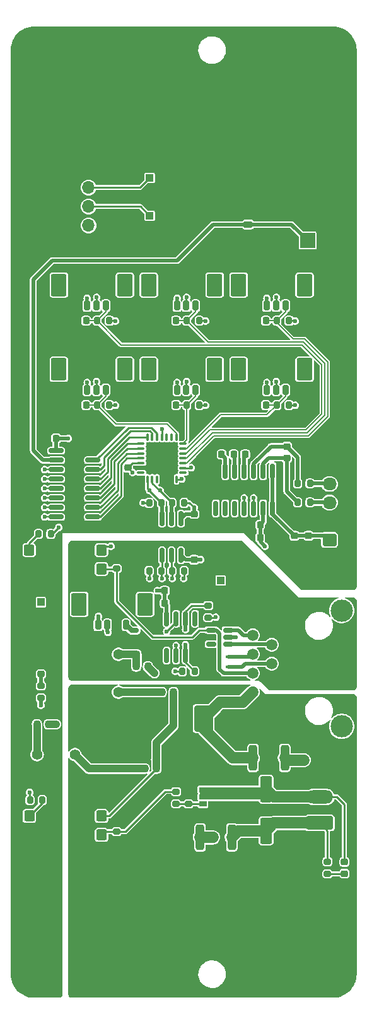
<source format=gbr>
%TF.GenerationSoftware,KiCad,Pcbnew,7.0.10*%
%TF.CreationDate,2024-04-30T16:54:10+09:00*%
%TF.ProjectId,Panel_board,50616e65-6c5f-4626-9f61-72642e6b6963,rev?*%
%TF.SameCoordinates,Original*%
%TF.FileFunction,Copper,L1,Top*%
%TF.FilePolarity,Positive*%
%FSLAX46Y46*%
G04 Gerber Fmt 4.6, Leading zero omitted, Abs format (unit mm)*
G04 Created by KiCad (PCBNEW 7.0.10) date 2024-04-30 16:54:10*
%MOMM*%
%LPD*%
G01*
G04 APERTURE LIST*
G04 Aperture macros list*
%AMRoundRect*
0 Rectangle with rounded corners*
0 $1 Rounding radius*
0 $2 $3 $4 $5 $6 $7 $8 $9 X,Y pos of 4 corners*
0 Add a 4 corners polygon primitive as box body*
4,1,4,$2,$3,$4,$5,$6,$7,$8,$9,$2,$3,0*
0 Add four circle primitives for the rounded corners*
1,1,$1+$1,$2,$3*
1,1,$1+$1,$4,$5*
1,1,$1+$1,$6,$7*
1,1,$1+$1,$8,$9*
0 Add four rect primitives between the rounded corners*
20,1,$1+$1,$2,$3,$4,$5,0*
20,1,$1+$1,$4,$5,$6,$7,0*
20,1,$1+$1,$6,$7,$8,$9,0*
20,1,$1+$1,$8,$9,$2,$3,0*%
G04 Aperture macros list end*
%TA.AperFunction,ComponentPad*%
%ADD10R,1.000000X1.000000*%
%TD*%
%TA.AperFunction,SMDPad,CuDef*%
%ADD11RoundRect,0.200000X0.200000X0.275000X-0.200000X0.275000X-0.200000X-0.275000X0.200000X-0.275000X0*%
%TD*%
%TA.AperFunction,SMDPad,CuDef*%
%ADD12RoundRect,0.200000X-0.275000X0.200000X-0.275000X-0.200000X0.275000X-0.200000X0.275000X0.200000X0*%
%TD*%
%TA.AperFunction,ComponentPad*%
%ADD13RoundRect,0.250000X0.675000X-0.600000X0.675000X0.600000X-0.675000X0.600000X-0.675000X-0.600000X0*%
%TD*%
%TA.AperFunction,ComponentPad*%
%ADD14O,1.850000X1.700000*%
%TD*%
%TA.AperFunction,SMDPad,CuDef*%
%ADD15RoundRect,0.225000X-0.250000X0.225000X-0.250000X-0.225000X0.250000X-0.225000X0.250000X0.225000X0*%
%TD*%
%TA.AperFunction,SMDPad,CuDef*%
%ADD16RoundRect,0.225000X0.225000X0.250000X-0.225000X0.250000X-0.225000X-0.250000X0.225000X-0.250000X0*%
%TD*%
%TA.AperFunction,ComponentPad*%
%ADD17C,1.400000*%
%TD*%
%TA.AperFunction,SMDPad,CuDef*%
%ADD18RoundRect,0.150000X-0.150000X0.850000X-0.150000X-0.850000X0.150000X-0.850000X0.150000X0.850000X0*%
%TD*%
%TA.AperFunction,ComponentPad*%
%ADD19RoundRect,0.250000X1.550000X-0.650000X1.550000X0.650000X-1.550000X0.650000X-1.550000X-0.650000X0*%
%TD*%
%TA.AperFunction,ComponentPad*%
%ADD20O,3.600000X1.800000*%
%TD*%
%TA.AperFunction,SMDPad,CuDef*%
%ADD21RoundRect,0.225000X0.250000X-0.225000X0.250000X0.225000X-0.250000X0.225000X-0.250000X-0.225000X0*%
%TD*%
%TA.AperFunction,ComponentPad*%
%ADD22R,1.500000X1.500000*%
%TD*%
%TA.AperFunction,ComponentPad*%
%ADD23C,1.500000*%
%TD*%
%TA.AperFunction,ComponentPad*%
%ADD24C,3.000000*%
%TD*%
%TA.AperFunction,SMDPad,CuDef*%
%ADD25RoundRect,0.253800X-0.451200X-0.481200X0.451200X-0.481200X0.451200X0.481200X-0.451200X0.481200X0*%
%TD*%
%TA.AperFunction,SMDPad,CuDef*%
%ADD26RoundRect,0.200000X0.275000X-0.200000X0.275000X0.200000X-0.275000X0.200000X-0.275000X-0.200000X0*%
%TD*%
%TA.AperFunction,SMDPad,CuDef*%
%ADD27RoundRect,0.200000X-0.200000X-0.275000X0.200000X-0.275000X0.200000X0.275000X-0.200000X0.275000X0*%
%TD*%
%TA.AperFunction,SMDPad,CuDef*%
%ADD28RoundRect,0.250000X0.550000X-1.500000X0.550000X1.500000X-0.550000X1.500000X-0.550000X-1.500000X0*%
%TD*%
%TA.AperFunction,SMDPad,CuDef*%
%ADD29RoundRect,0.200000X0.200000X0.450000X-0.200000X0.450000X-0.200000X-0.450000X0.200000X-0.450000X0*%
%TD*%
%TA.AperFunction,SMDPad,CuDef*%
%ADD30RoundRect,0.250001X0.799999X1.249999X-0.799999X1.249999X-0.799999X-1.249999X0.799999X-1.249999X0*%
%TD*%
%TA.AperFunction,SMDPad,CuDef*%
%ADD31RoundRect,0.218750X0.218750X0.256250X-0.218750X0.256250X-0.218750X-0.256250X0.218750X-0.256250X0*%
%TD*%
%TA.AperFunction,SMDPad,CuDef*%
%ADD32RoundRect,0.225000X-0.225000X-0.250000X0.225000X-0.250000X0.225000X0.250000X-0.225000X0.250000X0*%
%TD*%
%TA.AperFunction,SMDPad,CuDef*%
%ADD33R,1.000000X0.700000*%
%TD*%
%TA.AperFunction,SMDPad,CuDef*%
%ADD34RoundRect,0.218750X-0.256250X0.218750X-0.256250X-0.218750X0.256250X-0.218750X0.256250X0.218750X0*%
%TD*%
%TA.AperFunction,ComponentPad*%
%ADD35R,2.000000X2.000000*%
%TD*%
%TA.AperFunction,ComponentPad*%
%ADD36C,2.000000*%
%TD*%
%TA.AperFunction,SMDPad,CuDef*%
%ADD37RoundRect,0.150000X0.150000X-0.825000X0.150000X0.825000X-0.150000X0.825000X-0.150000X-0.825000X0*%
%TD*%
%TA.AperFunction,SMDPad,CuDef*%
%ADD38RoundRect,0.218750X-0.218750X-0.256250X0.218750X-0.256250X0.218750X0.256250X-0.218750X0.256250X0*%
%TD*%
%TA.AperFunction,ComponentPad*%
%ADD39R,1.700000X1.700000*%
%TD*%
%TA.AperFunction,ComponentPad*%
%ADD40O,1.700000X1.700000*%
%TD*%
%TA.AperFunction,SMDPad,CuDef*%
%ADD41RoundRect,0.225000X0.375000X-0.225000X0.375000X0.225000X-0.375000X0.225000X-0.375000X-0.225000X0*%
%TD*%
%TA.AperFunction,SMDPad,CuDef*%
%ADD42RoundRect,0.150000X-0.150000X0.825000X-0.150000X-0.825000X0.150000X-0.825000X0.150000X0.825000X0*%
%TD*%
%TA.AperFunction,SMDPad,CuDef*%
%ADD43RoundRect,0.150000X-0.512500X-0.150000X0.512500X-0.150000X0.512500X0.150000X-0.512500X0.150000X0*%
%TD*%
%TA.AperFunction,SMDPad,CuDef*%
%ADD44R,0.700000X0.450000*%
%TD*%
%TA.AperFunction,SMDPad,CuDef*%
%ADD45RoundRect,0.250000X-0.312500X-1.450000X0.312500X-1.450000X0.312500X1.450000X-0.312500X1.450000X0*%
%TD*%
%TA.AperFunction,SMDPad,CuDef*%
%ADD46RoundRect,0.250000X1.000000X-1.500000X1.000000X1.500000X-1.000000X1.500000X-1.000000X-1.500000X0*%
%TD*%
%TA.AperFunction,SMDPad,CuDef*%
%ADD47RoundRect,0.075000X-0.437500X-0.075000X0.437500X-0.075000X0.437500X0.075000X-0.437500X0.075000X0*%
%TD*%
%TA.AperFunction,SMDPad,CuDef*%
%ADD48RoundRect,0.075000X-0.075000X-0.437500X0.075000X-0.437500X0.075000X0.437500X-0.075000X0.437500X0*%
%TD*%
%TA.AperFunction,SMDPad,CuDef*%
%ADD49R,4.250000X4.250000*%
%TD*%
%TA.AperFunction,SMDPad,CuDef*%
%ADD50RoundRect,0.250000X0.312500X1.450000X-0.312500X1.450000X-0.312500X-1.450000X0.312500X-1.450000X0*%
%TD*%
%TA.AperFunction,SMDPad,CuDef*%
%ADD51RoundRect,0.150000X0.825000X0.150000X-0.825000X0.150000X-0.825000X-0.150000X0.825000X-0.150000X0*%
%TD*%
%TA.AperFunction,ViaPad*%
%ADD52C,0.600000*%
%TD*%
%TA.AperFunction,ViaPad*%
%ADD53C,1.000000*%
%TD*%
%TA.AperFunction,Conductor*%
%ADD54C,0.500000*%
%TD*%
%TA.AperFunction,Conductor*%
%ADD55C,0.250000*%
%TD*%
%TA.AperFunction,Conductor*%
%ADD56C,1.000000*%
%TD*%
%TA.AperFunction,Conductor*%
%ADD57C,1.500000*%
%TD*%
%TA.AperFunction,Conductor*%
%ADD58C,0.200000*%
%TD*%
%TA.AperFunction,Conductor*%
%ADD59C,0.700000*%
%TD*%
G04 APERTURE END LIST*
D10*
%TO.P,TP8,1,1*%
%TO.N,/SDA*%
X-8382000Y-22225000D03*
%TD*%
D11*
%TO.P,R13,1*%
%TO.N,/Communication/H_SDA*%
X-2350000Y-83357000D03*
%TO.P,R13,2*%
%TO.N,/Communication/5V_Comm*%
X-4000000Y-83357000D03*
%TD*%
D12*
%TO.P,R9,1*%
%TO.N,/Communication/5V_Comm_GND*%
X-12827000Y-67927000D03*
%TO.P,R9,2*%
%TO.N,/Communication/H_INT*%
X-12827000Y-69577000D03*
%TD*%
D13*
%TO.P,J2,1,Pin_1*%
%TO.N,+5VA*%
X15765000Y-65726000D03*
D14*
%TO.P,J2,2,Pin_2*%
%TO.N,GND*%
X15765000Y-63226000D03*
%TO.P,J2,3,Pin_3*%
%TO.N,/A-*%
X15765000Y-60726000D03*
%TO.P,J2,4,Pin_4*%
%TO.N,/A+*%
X15765000Y-58226000D03*
%TD*%
D15*
%TO.P,C13,1*%
%TO.N,+5V*%
X-11303000Y-56039000D03*
%TO.P,C13,2*%
%TO.N,GND*%
X-11303000Y-57589000D03*
%TD*%
D16*
%TO.P,C23,1*%
%TO.N,/BTN2*%
X7229000Y-47626000D03*
%TO.P,C23,2*%
%TO.N,GND*%
X5679000Y-47626000D03*
%TD*%
%TO.P,C22,1*%
%TO.N,/BTN1*%
X-16901000Y-36323000D03*
%TO.P,C22,2*%
%TO.N,GND*%
X-18451000Y-36323000D03*
%TD*%
D17*
%TO.P,U1,1,-Vin*%
%TO.N,GNDPWR*%
X-15875000Y-94533000D03*
%TO.P,U1,2,+Vin*%
%TO.N,Net-(U1-+Vin)*%
X-18415000Y-94533000D03*
%TO.P,U1,3,-Vout*%
%TO.N,GND*%
X-20955000Y-94533000D03*
%TO.P,U1,4,+Vout*%
%TO.N,Net-(U1-+Vout)*%
X-23495000Y-94533000D03*
%TD*%
D12*
%TO.P,R10,1*%
%TO.N,GNDPWR*%
X-12827000Y-103233000D03*
%TO.P,R10,2*%
%TO.N,/Communication/PWR_USB*%
X-12827000Y-104883000D03*
%TD*%
D18*
%TO.P,U4,1,REFP*%
%TO.N,+5VA*%
X8128000Y-56513000D03*
%TO.P,U4,2,VIN1N*%
%TO.N,Net-(U4-VIN1N)*%
X6858000Y-56513000D03*
%TO.P,U4,3,VIN1P*%
%TO.N,Net-(U4-VIN1P)*%
X5588000Y-56513000D03*
%TO.P,U4,4,VIN2N*%
%TO.N,Net-(U4-VIN2N)*%
X4318000Y-56513000D03*
%TO.P,U4,5,VIN2P*%
%TO.N,Net-(U4-VIN2P)*%
X3048000Y-56513000D03*
%TO.P,U4,6,VGB*%
%TO.N,Net-(U4-VGB)*%
X1778000Y-56513000D03*
%TO.P,U4,7,REFN*%
%TO.N,GND*%
X508000Y-56513000D03*
%TO.P,U4,8,AVSS*%
X-762000Y-56513000D03*
%TO.P,U4,9,DVSS*%
X-762000Y-61513000D03*
%TO.P,U4,10,XIN*%
%TO.N,unconnected-(U4-XIN-Pad10)*%
X508000Y-61513000D03*
%TO.P,U4,11,XOUT*%
%TO.N,unconnected-(U4-XOUT-Pad11)*%
X1778000Y-61513000D03*
%TO.P,U4,12,DRDY*%
%TO.N,unconnected-(U4-DRDY-Pad12)*%
X3048000Y-61513000D03*
%TO.P,U4,13,SCLK*%
%TO.N,/SCL*%
X4318000Y-61513000D03*
%TO.P,U4,14,SDIO*%
%TO.N,/SDA*%
X5588000Y-61513000D03*
%TO.P,U4,15,DVDD*%
%TO.N,+5V*%
X6858000Y-61513000D03*
%TO.P,U4,16,AVDD/LDO*%
%TO.N,+5VA*%
X8128000Y-61513000D03*
%TD*%
D19*
%TO.P,J1,1,Pin_1*%
%TO.N,Net-(J1-Pin_1)*%
X14466500Y-103721000D03*
D20*
%TO.P,J1,2,Pin_2*%
%TO.N,Net-(D1-K)*%
X14466500Y-100221000D03*
%TD*%
D21*
%TO.P,C19,1*%
%TO.N,Net-(C19-Pad1)*%
X2286000Y-87516000D03*
%TO.P,C19,2*%
%TO.N,GNDPWR*%
X2286000Y-85966000D03*
%TD*%
D22*
%TO.P,J11,1*%
%TO.N,GNDPWR*%
X8001000Y-87421000D03*
D23*
%TO.P,J11,2*%
%TO.N,Net-(C19-Pad1)*%
X5461000Y-86151000D03*
%TO.P,J11,3*%
%TO.N,/Communication/5V_Comm_GND*%
X8001000Y-84881000D03*
%TO.P,J11,4*%
%TO.N,/Communication/H_INT*%
X5461000Y-83611000D03*
%TO.P,J11,5*%
%TO.N,/Communication/RFID_TX*%
X8001000Y-82341000D03*
%TO.P,J11,6*%
%TO.N,/Communication/RFID_RX*%
X5461000Y-81071000D03*
%TO.P,J11,7*%
%TO.N,/Communication/H_SDA*%
X8001000Y-79801000D03*
%TO.P,J11,8*%
%TO.N,/Communication/H_SCL*%
X5461000Y-78531000D03*
D24*
%TO.P,J11,SH*%
%TO.N,N/C*%
X17401000Y-90746000D03*
X17401000Y-75206000D03*
%TD*%
D21*
%TO.P,C9,1*%
%TO.N,Net-(U1-+Vin)*%
X-12319000Y-96451000D03*
%TO.P,C9,2*%
%TO.N,GNDPWR*%
X-12319000Y-94901000D03*
%TD*%
D25*
%TO.P,U6,1*%
%TO.N,Net-(R6-Pad2)*%
X-24535000Y-102788000D03*
%TO.P,U6,2*%
%TO.N,GND*%
X-24535000Y-105328000D03*
%TO.P,U6,3*%
%TO.N,/Communication/PWR_USB*%
X-14835000Y-105328000D03*
%TO.P,U6,4*%
%TO.N,+12V*%
X-14835000Y-102788000D03*
%TD*%
D10*
%TO.P,TP6,1,1*%
%TO.N,GNDPWR*%
X17399000Y-95295000D03*
%TD*%
D26*
%TO.P,R16,1*%
%TO.N,Net-(Q2-G)*%
X-3175000Y-101155000D03*
%TO.P,R16,2*%
%TO.N,GNDPWR*%
X-3175000Y-99505000D03*
%TD*%
D11*
%TO.P,R17,1*%
%TO.N,+5V*%
X10327000Y-36323000D03*
%TO.P,R17,2*%
%TO.N,/NET*%
X8677000Y-36323000D03*
%TD*%
D15*
%TO.P,C6,1*%
%TO.N,Net-(U4-VIN1P)*%
X10033000Y-53200000D03*
%TO.P,C6,2*%
%TO.N,Net-(U4-VIN1N)*%
X10033000Y-54750000D03*
%TD*%
D10*
%TO.P,TP1,1,1*%
%TO.N,+5V*%
X-22987000Y-74086000D03*
%TD*%
D11*
%TO.P,R11,1*%
%TO.N,/Communication/5V_Comm*%
X-3747000Y-69895000D03*
%TO.P,R11,2*%
%TO.N,Net-(U2-SDA2)*%
X-5397000Y-69895000D03*
%TD*%
%TO.P,R19,1*%
%TO.N,+5V*%
X-13803000Y-36323000D03*
%TO.P,R19,2*%
%TO.N,/BTN1*%
X-15453000Y-36323000D03*
%TD*%
D27*
%TO.P,R5,1*%
%TO.N,Net-(U4-VIN1N)*%
X11494000Y-60706000D03*
%TO.P,R5,2*%
%TO.N,/A-*%
X13144000Y-60706000D03*
%TD*%
D28*
%TO.P,C28,1*%
%TO.N,Net-(J1-Pin_1)*%
X7239000Y-104781000D03*
%TO.P,C28,2*%
%TO.N,Net-(D1-K)*%
X7239000Y-99181000D03*
%TD*%
D16*
%TO.P,C3,1*%
%TO.N,Net-(U4-VGB)*%
X1283000Y-54274000D03*
%TO.P,C3,2*%
%TO.N,GND*%
X-267000Y-54274000D03*
%TD*%
%TO.P,C25,1*%
%TO.N,/BTN4*%
X-16901000Y-47626000D03*
%TO.P,C25,2*%
%TO.N,GND*%
X-18451000Y-47626000D03*
%TD*%
D29*
%TO.P,J7,1,Pin_1*%
%TO.N,/BTN1*%
X-14274000Y-34291000D03*
%TO.P,J7,2,Pin_2*%
%TO.N,+5V*%
X-15524000Y-34291000D03*
%TO.P,J7,3,Pin_3*%
%TO.N,/BTN1_L*%
X-16774000Y-34291000D03*
%TO.P,J7,4,Pin_4*%
%TO.N,GND*%
X-18024000Y-34291000D03*
D30*
%TO.P,J7,MP*%
%TO.N,N/C*%
X-11724000Y-31541000D03*
X-20574000Y-31541000D03*
%TD*%
D15*
%TO.P,C18,1*%
%TO.N,Net-(U8-+Vin)*%
X-8382000Y-86138000D03*
%TO.P,C18,2*%
%TO.N,GNDPWR*%
X-8382000Y-87688000D03*
%TD*%
D31*
%TO.P,FB2,1*%
%TO.N,/Communication/5V_Comm*%
X-8610500Y-82722000D03*
%TO.P,FB2,2*%
%TO.N,Net-(U8-+Vout)*%
X-10185500Y-82722000D03*
%TD*%
D32*
%TO.P,C17,1*%
%TO.N,/Communication/5V_Comm*%
X-6363000Y-72562000D03*
%TO.P,C17,2*%
%TO.N,/Communication/5V_Comm_GND*%
X-4813000Y-72562000D03*
%TD*%
D33*
%TO.P,Q2,1,D*%
%TO.N,Net-(D1-K)*%
X-1234000Y-99253000D03*
%TO.P,Q2,2,D*%
X-1234000Y-100203000D03*
%TO.P,Q2,3,G*%
%TO.N,Net-(Q2-G)*%
X-1234000Y-101153000D03*
%TO.P,Q2,4,S*%
%TO.N,GNDPWR*%
X1366000Y-101153000D03*
%TO.P,Q2,5,D*%
%TO.N,Net-(D1-K)*%
X1366000Y-100203000D03*
%TO.P,Q2,6,D*%
X1366000Y-99253000D03*
%TD*%
D34*
%TO.P,D2,1,K*%
%TO.N,GND*%
X-22987000Y-82163000D03*
%TO.P,D2,2,A*%
%TO.N,Net-(D2-A)*%
X-22987000Y-83738000D03*
%TD*%
D26*
%TO.P,R7,1*%
%TO.N,+5V*%
X-22987000Y-86950500D03*
%TO.P,R7,2*%
%TO.N,Net-(D2-A)*%
X-22987000Y-85300500D03*
%TD*%
D16*
%TO.P,C21,1*%
%TO.N,/TARE*%
X-4836000Y-36323000D03*
%TO.P,C21,2*%
%TO.N,GND*%
X-6386000Y-36323000D03*
%TD*%
D21*
%TO.P,C14,1*%
%TO.N,Net-(U8-+Vout)*%
X-10160000Y-81084000D03*
%TO.P,C14,2*%
%TO.N,/Communication/5V_Comm_GND*%
X-10160000Y-79534000D03*
%TD*%
D11*
%TO.P,R1,1*%
%TO.N,+5V*%
X-3747000Y-60751000D03*
%TO.P,R1,2*%
%TO.N,/SDA*%
X-5397000Y-60751000D03*
%TD*%
%TO.P,R20,1*%
%TO.N,+5V*%
X10327000Y-47626000D03*
%TO.P,R20,2*%
%TO.N,/BTN2*%
X8677000Y-47626000D03*
%TD*%
D29*
%TO.P,J10,1,Pin_1*%
%TO.N,/BTN4*%
X-14274000Y-45594000D03*
%TO.P,J10,2,Pin_2*%
%TO.N,+5V*%
X-15524000Y-45594000D03*
%TO.P,J10,3,Pin_3*%
%TO.N,/BTN4_L*%
X-16774000Y-45594000D03*
%TO.P,J10,4,Pin_4*%
%TO.N,GND*%
X-18024000Y-45594000D03*
D30*
%TO.P,J10,MP*%
%TO.N,N/C*%
X-11724000Y-42844000D03*
X-20574000Y-42844000D03*
%TD*%
D10*
%TO.P,TP7,1,1*%
%TO.N,/SCL*%
X-8382000Y-17145000D03*
%TD*%
D21*
%TO.P,C1,1*%
%TO.N,GND*%
X-2413000Y-63812000D03*
%TO.P,C1,2*%
%TO.N,+5V*%
X-2413000Y-62262000D03*
%TD*%
D10*
%TO.P,TP4,1,1*%
%TO.N,/Communication/5V_Comm_GND*%
X6223000Y-71165000D03*
%TD*%
D31*
%TO.P,FB1,1*%
%TO.N,+5V*%
X-21945500Y-90469000D03*
%TO.P,FB1,2*%
%TO.N,Net-(U1-+Vout)*%
X-23520500Y-90469000D03*
%TD*%
D29*
%TO.P,J5,1,Pin_1*%
%TO.N,/NET*%
X9856000Y-34291000D03*
%TO.P,J5,2,Pin_2*%
%TO.N,+5V*%
X8606000Y-34291000D03*
%TO.P,J5,3,Pin_3*%
%TO.N,/NET_L*%
X7356000Y-34291000D03*
%TO.P,J5,4,Pin_4*%
%TO.N,GND*%
X6106000Y-34291000D03*
D30*
%TO.P,J5,MP*%
%TO.N,N/C*%
X12406000Y-31541000D03*
X3556000Y-31541000D03*
%TD*%
D25*
%TO.P,U3,1*%
%TO.N,Net-(R4-Pad2)*%
X-24559000Y-67101000D03*
%TO.P,U3,2*%
%TO.N,GND*%
X-24559000Y-69641000D03*
%TO.P,U3,3*%
%TO.N,/Communication/H_INT*%
X-14859000Y-69641000D03*
%TO.P,U3,4*%
%TO.N,/Communication/5V_Comm*%
X-14859000Y-67101000D03*
%TD*%
D15*
%TO.P,C16,1*%
%TO.N,Net-(U8-+Vin)*%
X-10160000Y-86138000D03*
%TO.P,C16,2*%
%TO.N,GNDPWR*%
X-10160000Y-87688000D03*
%TD*%
D35*
%TO.P,BZ1,1,-*%
%TO.N,Net-(BZ1--)*%
X12827000Y-25562000D03*
D36*
%TO.P,BZ1,2,+*%
%TO.N,GND*%
X12827000Y-17962000D03*
%TD*%
D37*
%TO.P,U7,1*%
%TO.N,N/C*%
X-6096000Y-81260000D03*
%TO.P,U7,2,LX*%
%TO.N,Net-(U2-SDA2)*%
X-4826000Y-81260000D03*
%TO.P,U7,3,SX*%
%TO.N,/Communication/H_SDA*%
X-3556000Y-81260000D03*
%TO.P,U7,4,GND*%
%TO.N,/Communication/5V_Comm_GND*%
X-2286000Y-81260000D03*
%TO.P,U7,5*%
%TO.N,N/C*%
X-2286000Y-76310000D03*
%TO.P,U7,6,SY*%
%TO.N,/Communication/H_SCL*%
X-3556000Y-76310000D03*
%TO.P,U7,7,LY*%
%TO.N,Net-(U2-SCL2)*%
X-4826000Y-76310000D03*
%TO.P,U7,8,VCC*%
%TO.N,/Communication/5V_Comm*%
X-6096000Y-76310000D03*
%TD*%
D11*
%TO.P,R22,1*%
%TO.N,+5V*%
X-13803000Y-47626000D03*
%TO.P,R22,2*%
%TO.N,/BTN4*%
X-15453000Y-47626000D03*
%TD*%
D21*
%TO.P,C10,1*%
%TO.N,Net-(U1-+Vin)*%
X-10668000Y-96451000D03*
%TO.P,C10,2*%
%TO.N,GNDPWR*%
X-10668000Y-94901000D03*
%TD*%
D29*
%TO.P,J9,1,Pin_1*%
%TO.N,/BTN3*%
X-2209000Y-45594000D03*
%TO.P,J9,2,Pin_2*%
%TO.N,+5V*%
X-3459000Y-45594000D03*
%TO.P,J9,3,Pin_3*%
%TO.N,/BTN3_L*%
X-4709000Y-45594000D03*
%TO.P,J9,4,Pin_4*%
%TO.N,GND*%
X-5959000Y-45594000D03*
D30*
%TO.P,J9,MP*%
%TO.N,N/C*%
X341000Y-42844000D03*
X-8509000Y-42844000D03*
%TD*%
D11*
%TO.P,R2,1*%
%TO.N,/SCL*%
X-6795000Y-60751000D03*
%TO.P,R2,2*%
%TO.N,+5V*%
X-8445000Y-60751000D03*
%TD*%
D38*
%TO.P,TH1,1*%
%TO.N,Net-(U1-+Vin)*%
X-9042500Y-96438000D03*
%TO.P,TH1,2*%
%TO.N,+12V*%
X-7467500Y-96438000D03*
%TD*%
D32*
%TO.P,C12,1*%
%TO.N,+5V*%
X6464000Y-65450000D03*
%TO.P,C12,2*%
%TO.N,GND*%
X8014000Y-65450000D03*
%TD*%
D38*
%TO.P,TH2,1*%
%TO.N,Net-(U8-+Vin)*%
X-6756500Y-86151000D03*
%TO.P,TH2,2*%
%TO.N,+12V*%
X-5181500Y-86151000D03*
%TD*%
D39*
%TO.P,J3,1,Pin_1*%
%TO.N,GND*%
X-16580000Y-26070000D03*
D40*
%TO.P,J3,2,Pin_2*%
%TO.N,+5V*%
X-16580000Y-23530000D03*
%TO.P,J3,3,Pin_3*%
%TO.N,/SDA*%
X-16580000Y-20990000D03*
%TO.P,J3,4,Pin_4*%
%TO.N,/SCL*%
X-16580000Y-18450000D03*
%TD*%
D11*
%TO.P,R18,1*%
%TO.N,+5V*%
X-1738000Y-36323000D03*
%TO.P,R18,2*%
%TO.N,/TARE*%
X-3388000Y-36323000D03*
%TD*%
%TO.P,R4,1*%
%TO.N,/H_INT*%
X-21654000Y-64942000D03*
%TO.P,R4,2*%
%TO.N,Net-(R4-Pad2)*%
X-23304000Y-64942000D03*
%TD*%
D12*
%TO.P,R14,1*%
%TO.N,/Communication/H_SCL*%
X-508000Y-74531000D03*
%TO.P,R14,2*%
%TO.N,/Communication/5V_Comm*%
X-508000Y-76181000D03*
%TD*%
D29*
%TO.P,J8,1,Pin_1*%
%TO.N,/BTN2*%
X9856000Y-45594000D03*
%TO.P,J8,2,Pin_2*%
%TO.N,+5V*%
X8606000Y-45594000D03*
%TO.P,J8,3,Pin_3*%
%TO.N,/BTN2_L*%
X7356000Y-45594000D03*
%TO.P,J8,4,Pin_4*%
%TO.N,GND*%
X6106000Y-45594000D03*
D30*
%TO.P,J8,MP*%
%TO.N,N/C*%
X12406000Y-42844000D03*
X3556000Y-42844000D03*
%TD*%
D15*
%TO.P,C5,1*%
%TO.N,/Communication/5V_Comm_GND*%
X-2413000Y-66834000D03*
%TO.P,C5,2*%
%TO.N,/Communication/5V_Comm*%
X-2413000Y-68384000D03*
%TD*%
D41*
%TO.P,D3,1,K*%
%TO.N,Net-(BZ1--)*%
X4826000Y-23412000D03*
%TO.P,D3,2,A*%
%TO.N,GND*%
X4826000Y-20112000D03*
%TD*%
D42*
%TO.P,U2,1,VCC1*%
%TO.N,+5V*%
X-4191000Y-62848000D03*
%TO.P,U2,2,SDA1*%
%TO.N,/SDA*%
X-5461000Y-62848000D03*
%TO.P,U2,3,SCL1*%
%TO.N,/SCL*%
X-6731000Y-62848000D03*
%TO.P,U2,4,GND1*%
%TO.N,GND*%
X-8001000Y-62848000D03*
%TO.P,U2,5,GND2*%
%TO.N,/Communication/5V_Comm_GND*%
X-8001000Y-67798000D03*
%TO.P,U2,6,SCL2*%
%TO.N,Net-(U2-SCL2)*%
X-6731000Y-67798000D03*
%TO.P,U2,7,SDA2*%
%TO.N,Net-(U2-SDA2)*%
X-5461000Y-67798000D03*
%TO.P,U2,8,VCC2*%
%TO.N,/Communication/5V_Comm*%
X-4191000Y-67798000D03*
%TD*%
D17*
%TO.P,U8,1,-Vin*%
%TO.N,GNDPWR*%
X-12573000Y-88691000D03*
%TO.P,U8,2,+Vin*%
%TO.N,Net-(U8-+Vin)*%
X-12573000Y-86151000D03*
%TO.P,U8,3,-Vout*%
%TO.N,/Communication/5V_Comm_GND*%
X-12573000Y-83611000D03*
%TO.P,U8,4,+Vout*%
%TO.N,Net-(U8-+Vout)*%
X-12573000Y-81071000D03*
%TD*%
D43*
%TO.P,U9,1,IO1*%
%TO.N,/Communication/H_INT*%
X-121500Y-77835000D03*
%TO.P,U9,2,VN*%
%TO.N,/Communication/5V_Comm_GND*%
X-121500Y-78785000D03*
%TO.P,U9,3,IO2*%
%TO.N,unconnected-(U9-IO2-Pad3)*%
X-121500Y-79735000D03*
%TO.P,U9,4,IO3*%
%TO.N,/Communication/H_SDA*%
X2153500Y-79735000D03*
%TO.P,U9,5,VP*%
%TO.N,/Communication/5V_Comm*%
X2153500Y-78785000D03*
%TO.P,U9,6,IO4*%
%TO.N,/Communication/H_SCL*%
X2153500Y-77835000D03*
%TD*%
D27*
%TO.P,R6,1*%
%TO.N,/PWR_USB*%
X-24447000Y-100629000D03*
%TO.P,R6,2*%
%TO.N,Net-(R6-Pad2)*%
X-22797000Y-100629000D03*
%TD*%
%TO.P,R12,1*%
%TO.N,/Communication/5V_Comm*%
X-8445000Y-69895000D03*
%TO.P,R12,2*%
%TO.N,Net-(U2-SCL2)*%
X-6795000Y-69895000D03*
%TD*%
D10*
%TO.P,TP3,1,1*%
%TO.N,/Communication/5V_Comm*%
X1143000Y-71165000D03*
%TD*%
D12*
%TO.P,R15,1*%
%TO.N,/Communication/PWR_USB*%
X-4826000Y-99505000D03*
%TO.P,R15,2*%
%TO.N,Net-(Q2-G)*%
X-4826000Y-101155000D03*
%TD*%
D16*
%TO.P,C20,1*%
%TO.N,/NET*%
X7229000Y-36323000D03*
%TO.P,C20,2*%
%TO.N,GND*%
X5679000Y-36323000D03*
%TD*%
D32*
%TO.P,C11,1*%
%TO.N,+5V*%
X6464000Y-63712000D03*
%TO.P,C11,2*%
%TO.N,GND*%
X8014000Y-63712000D03*
%TD*%
D44*
%TO.P,U10,1,IO1*%
%TO.N,/Communication/RFID_TX*%
X2143000Y-82737000D03*
%TO.P,U10,2,IO2*%
%TO.N,/Communication/RFID_RX*%
X2143000Y-81437000D03*
%TO.P,U10,3,GND*%
%TO.N,/Communication/5V_Comm_GND*%
X143000Y-82087000D03*
%TD*%
D29*
%TO.P,J6,1,Pin_1*%
%TO.N,/TARE*%
X-2209000Y-34291000D03*
%TO.P,J6,2,Pin_2*%
%TO.N,+5V*%
X-3459000Y-34291000D03*
%TO.P,J6,3,Pin_3*%
%TO.N,/TARE_L*%
X-4709000Y-34291000D03*
%TO.P,J6,4,Pin_4*%
%TO.N,GND*%
X-5959000Y-34291000D03*
D30*
%TO.P,J6,MP*%
%TO.N,N/C*%
X341000Y-31541000D03*
X-8509000Y-31541000D03*
%TD*%
D10*
%TO.P,TP5,1,1*%
%TO.N,+12V*%
X12319000Y-95295000D03*
%TD*%
D11*
%TO.P,R21,1*%
%TO.N,+5V*%
X-1738000Y-47626000D03*
%TO.P,R21,2*%
%TO.N,/BTN3*%
X-3388000Y-47626000D03*
%TD*%
D32*
%TO.P,C2,1*%
%TO.N,Net-(U1-+Vout)*%
X-23508000Y-92247000D03*
%TO.P,C2,2*%
%TO.N,GND*%
X-21958000Y-92247000D03*
%TD*%
D45*
%TO.P,F1,1*%
%TO.N,Net-(C19-Pad1)*%
X5482500Y-94996000D03*
%TO.P,F1,2*%
%TO.N,+12V*%
X9757500Y-94996000D03*
%TD*%
D27*
%TO.P,R3,1*%
%TO.N,Net-(U4-VIN1P)*%
X11494000Y-58166000D03*
%TO.P,R3,2*%
%TO.N,/A+*%
X13144000Y-58166000D03*
%TD*%
D32*
%TO.P,C7,1*%
%TO.N,Net-(U4-VIN2P)*%
X2908000Y-54274000D03*
%TO.P,C7,2*%
%TO.N,Net-(U4-VIN2N)*%
X4458000Y-54274000D03*
%TD*%
D12*
%TO.P,R8,1*%
%TO.N,Net-(J1-Pin_1)*%
X15494000Y-108903000D03*
%TO.P,R8,2*%
%TO.N,Net-(D1-A)*%
X15494000Y-110553000D03*
%TD*%
D46*
%TO.P,C27,1*%
%TO.N,GNDPWR*%
X-1143000Y-96214000D03*
%TO.P,C27,2*%
%TO.N,Net-(C19-Pad1)*%
X-1143000Y-89714000D03*
%TD*%
D29*
%TO.P,J12,1,Pin_1*%
%TO.N,/Communication/5V_Comm*%
X-11557000Y-77134000D03*
%TO.P,J12,2,Pin_2*%
%TO.N,/Communication/5V_Comm_GND*%
X-12807000Y-77134000D03*
%TO.P,J12,3,Pin_3*%
%TO.N,/Communication/RFID_TX*%
X-14057000Y-77134000D03*
%TO.P,J12,4,Pin_4*%
%TO.N,/Communication/RFID_RX*%
X-15307000Y-77134000D03*
D30*
%TO.P,J12,MP*%
%TO.N,N/C*%
X-9007000Y-74384000D03*
X-17857000Y-74384000D03*
%TD*%
D21*
%TO.P,C8,1*%
%TO.N,+5VA*%
X12954000Y-65164000D03*
%TO.P,C8,2*%
%TO.N,GND*%
X12954000Y-63614000D03*
%TD*%
D47*
%TO.P,U5,1,GPB4*%
%TO.N,/BTN1_L_IO*%
X-9568500Y-52832000D03*
%TO.P,U5,2,GPB5*%
%TO.N,/BTN2_L_IO*%
X-9568500Y-53482000D03*
%TO.P,U5,3,GPB6*%
%TO.N,/BTN3_L_IO*%
X-9568500Y-54132000D03*
%TO.P,U5,4,GPB7*%
%TO.N,/BTN4_L__IO*%
X-9568500Y-54782000D03*
%TO.P,U5,5,VDD*%
%TO.N,+5V*%
X-9568500Y-55432000D03*
%TO.P,U5,6,VSS*%
%TO.N,GND*%
X-9568500Y-56082000D03*
%TO.P,U5,7,NC*%
%TO.N,unconnected-(U5-NC-Pad7)*%
X-9568500Y-56732000D03*
D48*
%TO.P,U5,8,SCK*%
%TO.N,/SCL*%
X-8681000Y-57619500D03*
%TO.P,U5,9,SDA*%
%TO.N,/SDA*%
X-8031000Y-57619500D03*
%TO.P,U5,10,NC*%
%TO.N,unconnected-(U5-NC-Pad10)*%
X-7381000Y-57619500D03*
%TO.P,U5,11,A0*%
%TO.N,GND*%
X-6731000Y-57619500D03*
%TO.P,U5,12,A1*%
X-6081000Y-57619500D03*
%TO.P,U5,13,A2*%
X-5431000Y-57619500D03*
%TO.P,U5,14,~{RESET}*%
%TO.N,+5V*%
X-4781000Y-57619500D03*
D47*
%TO.P,U5,15,INTB*%
%TO.N,unconnected-(U5-INTB-Pad15)*%
X-3893500Y-56732000D03*
%TO.P,U5,16,INTA*%
%TO.N,/H_INT*%
X-3893500Y-56082000D03*
%TO.P,U5,17,GPA0*%
%TO.N,/NET*%
X-3893500Y-55432000D03*
%TO.P,U5,18,GPA1*%
%TO.N,/TARE*%
X-3893500Y-54782000D03*
%TO.P,U5,19,GPA2*%
%TO.N,/BTN1*%
X-3893500Y-54132000D03*
%TO.P,U5,20,GPA3*%
%TO.N,/BTN2*%
X-3893500Y-53482000D03*
%TO.P,U5,21,GPA4*%
%TO.N,/BTN3*%
X-3893500Y-52832000D03*
D48*
%TO.P,U5,22,GPA5*%
%TO.N,/BTN4*%
X-4781000Y-51944500D03*
%TO.P,U5,23,GPA6*%
%TO.N,unconnected-(U5-GPA6-Pad23)*%
X-5431000Y-51944500D03*
%TO.P,U5,24,GPA7*%
%TO.N,unconnected-(U5-GPA7-Pad24)*%
X-6081000Y-51944500D03*
%TO.P,U5,25,GPB0*%
%TO.N,/PWR_USB*%
X-6731000Y-51944500D03*
%TO.P,U5,26,GPB1*%
%TO.N,/BUZZER*%
X-7381000Y-51944500D03*
%TO.P,U5,27,GPB2*%
%TO.N,/NET_L_IO*%
X-8031000Y-51944500D03*
%TO.P,U5,28,GPB3*%
%TO.N,/TARE_L_IO*%
X-8681000Y-51944500D03*
D49*
%TO.P,U5,29,EP*%
%TO.N,GND*%
X-6731000Y-54782000D03*
%TD*%
D32*
%TO.P,C26,1*%
%TO.N,GND*%
X-22492000Y-52115000D03*
%TO.P,C26,2*%
%TO.N,+5V*%
X-20942000Y-52115000D03*
%TD*%
D50*
%TO.P,TH3,1*%
%TO.N,Net-(J1-Pin_1)*%
X2645500Y-105664000D03*
%TO.P,TH3,2*%
%TO.N,+12V*%
X-1629500Y-105664000D03*
%TD*%
D10*
%TO.P,TP2,1,1*%
%TO.N,GND*%
X-22987000Y-79166000D03*
%TD*%
D16*
%TO.P,C24,1*%
%TO.N,/BTN3*%
X-4836000Y-47626000D03*
%TO.P,C24,2*%
%TO.N,GND*%
X-6386000Y-47626000D03*
%TD*%
D51*
%TO.P,U11,1,I1*%
%TO.N,/BTN4_L__IO*%
X-16005000Y-62656000D03*
%TO.P,U11,2,I2*%
%TO.N,/BTN3_L_IO*%
X-16005000Y-61386000D03*
%TO.P,U11,3,I3*%
%TO.N,/BTN2_L_IO*%
X-16005000Y-60116000D03*
%TO.P,U11,4,I4*%
%TO.N,/BTN1_L_IO*%
X-16005000Y-58846000D03*
%TO.P,U11,5,I5*%
%TO.N,/TARE_L_IO*%
X-16005000Y-57576000D03*
%TO.P,U11,6,I6*%
%TO.N,/NET_L_IO*%
X-16005000Y-56306000D03*
%TO.P,U11,7,I7*%
%TO.N,/BUZZER*%
X-16005000Y-55036000D03*
%TO.P,U11,8,GND*%
%TO.N,GND*%
X-16005000Y-53766000D03*
%TO.P,U11,9,COM*%
%TO.N,+5V*%
X-20955000Y-53766000D03*
%TO.P,U11,10,O7*%
%TO.N,Net-(BZ1--)*%
X-20955000Y-55036000D03*
%TO.P,U11,11,O6*%
%TO.N,/BTN1_L*%
X-20955000Y-56306000D03*
%TO.P,U11,12,O5*%
%TO.N,/TARE_L*%
X-20955000Y-57576000D03*
%TO.P,U11,13,O4*%
%TO.N,/NET_L*%
X-20955000Y-58846000D03*
%TO.P,U11,14,O3*%
%TO.N,/BTN4_L*%
X-20955000Y-60116000D03*
%TO.P,U11,15,O2*%
%TO.N,/BTN3_L*%
X-20955000Y-61386000D03*
%TO.P,U11,16,O1*%
%TO.N,/BTN2_L*%
X-20955000Y-62656000D03*
%TD*%
D32*
%TO.P,C15,1*%
%TO.N,/Communication/5V_Comm*%
X-6376000Y-74213000D03*
%TO.P,C15,2*%
%TO.N,/Communication/5V_Comm_GND*%
X-4826000Y-74213000D03*
%TD*%
D21*
%TO.P,C4,1*%
%TO.N,+5VA*%
X11049000Y-65164000D03*
%TO.P,C4,2*%
%TO.N,GND*%
X11049000Y-63614000D03*
%TD*%
D34*
%TO.P,D1,1,K*%
%TO.N,Net-(D1-K)*%
X17780000Y-108940500D03*
%TO.P,D1,2,A*%
%TO.N,Net-(D1-A)*%
X17780000Y-110515500D03*
%TD*%
D52*
%TO.N,+5V*%
X-10668000Y-56687000D03*
D53*
X-20955000Y-90469000D03*
D52*
X-889000Y-36367000D03*
X-4064000Y-57576000D03*
X-3429000Y-33192000D03*
X-22987000Y-87929000D03*
X11176000Y-47670000D03*
X-2413000Y-61386000D03*
X-19304000Y-52115000D03*
X-12954000Y-47670000D03*
X-889000Y-47670000D03*
X-3429000Y-44495000D03*
X8636000Y-44495000D03*
X-15494000Y-33192000D03*
X7112000Y-66593000D03*
X11176000Y-36367000D03*
X-9271000Y-60751000D03*
X8636000Y-33192000D03*
X-15494000Y-44495000D03*
X-12954000Y-36367000D03*
D53*
%TO.N,+12V*%
X-7493000Y-95250000D03*
X127000Y-105664000D03*
D52*
%TO.N,GND*%
X-5715000Y-58420000D03*
X-5969000Y-33274000D03*
X-17653000Y-53848000D03*
X4826000Y-21717000D03*
X-18034000Y-44577000D03*
X6096000Y-33274000D03*
X6477000Y-20066000D03*
X6096000Y-44577000D03*
X-5969000Y-44577000D03*
X-6858000Y-19685000D03*
X-18034000Y-33274000D03*
%TO.N,/H_INT*%
X-2794000Y-56052000D03*
X-20574000Y-64053000D03*
%TO.N,/PWR_USB*%
X-6731000Y-50845000D03*
X-24511000Y-99613000D03*
%TO.N,/SCL*%
X4318000Y-60116000D03*
X-8382000Y-59100000D03*
%TO.N,/SDA*%
X5588000Y-60116000D03*
X-6985000Y-59100000D03*
%TO.N,/NET_L*%
X7366000Y-33319000D03*
X-22479000Y-58846000D03*
%TO.N,/TARE_L*%
X-22479000Y-57576000D03*
X-4699000Y-33319000D03*
%TO.N,/BTN1_L*%
X-16764000Y-33319000D03*
X-22479000Y-56306000D03*
%TO.N,/BTN2_L*%
X7366000Y-44622000D03*
X-22479000Y-62656000D03*
%TO.N,/BTN3_L*%
X-4699000Y-44622000D03*
X-22479000Y-61386000D03*
%TO.N,/BTN4_L*%
X-16764000Y-44622000D03*
X-22479000Y-60116000D03*
%TO.N,/Communication/5V_Comm*%
X508000Y-76118000D03*
X-1524000Y-68371000D03*
X-8382000Y-70911000D03*
X-4953000Y-83357000D03*
X3175000Y-78785000D03*
X-13589000Y-66593000D03*
X-10160000Y-77896000D03*
X-3810000Y-70911000D03*
D53*
X-7747000Y-83611000D03*
D52*
X-7366000Y-72562000D03*
D53*
%TO.N,GNDPWR*%
X1524000Y-102616000D03*
X889000Y-96139000D03*
X889000Y-85979000D03*
D52*
%TO.N,Net-(U2-SDA2)*%
X-4826000Y-79928000D03*
X-5334000Y-70911000D03*
%TO.N,/Communication/RFID_TX*%
X-13970000Y-78150000D03*
%TO.N,/Communication/RFID_RX*%
X-15240000Y-75991000D03*
%TO.N,/Communication/H_SDA*%
X-3556000Y-79801000D03*
%TO.N,/Communication/H_SCL*%
X-3556000Y-77769000D03*
%TO.N,Net-(U2-SCL2)*%
X-6096000Y-78023000D03*
X-6731000Y-70911000D03*
%TD*%
D54*
%TO.N,+5V*%
X6858000Y-61513000D02*
X6858000Y-63318000D01*
X-22987000Y-86950500D02*
X-22987000Y-87929000D01*
D55*
X-15524000Y-45594000D02*
X-15524000Y-44525000D01*
X-4107500Y-57619500D02*
X-4064000Y-57576000D01*
X10327000Y-36323000D02*
X11132000Y-36323000D01*
X-1738000Y-47626000D02*
X-933000Y-47626000D01*
X-3459000Y-45594000D02*
X-3459000Y-44525000D01*
X-10696000Y-55432000D02*
X-11303000Y-56039000D01*
X8606000Y-34291000D02*
X8606000Y-33222000D01*
X-933000Y-36323000D02*
X-889000Y-36367000D01*
D54*
X-3605000Y-62262000D02*
X-4191000Y-62848000D01*
D55*
X-933000Y-47626000D02*
X-889000Y-47670000D01*
X-8445000Y-60751000D02*
X-9271000Y-60751000D01*
D54*
X6464000Y-65945000D02*
X7112000Y-66593000D01*
D55*
X-13803000Y-36323000D02*
X-12998000Y-36323000D01*
X-13803000Y-47626000D02*
X-12998000Y-47626000D01*
X11132000Y-36323000D02*
X11176000Y-36367000D01*
X-12998000Y-36323000D02*
X-12954000Y-36367000D01*
X-3747000Y-60751000D02*
X-3048000Y-60751000D01*
D54*
X-20955000Y-53766000D02*
X-20955000Y-52128000D01*
D56*
X-20955000Y-90469000D02*
X-21082000Y-90469000D01*
D55*
X10327000Y-47626000D02*
X11132000Y-47626000D01*
X-9568500Y-55432000D02*
X-10696000Y-55432000D01*
D54*
X6464000Y-65450000D02*
X6464000Y-65945000D01*
D55*
X-10668000Y-56687000D02*
X-10668000Y-56674000D01*
D54*
X-2413000Y-62262000D02*
X-2413000Y-61386000D01*
D56*
X-21945500Y-90469000D02*
X-20955000Y-90469000D01*
D55*
X-12998000Y-47626000D02*
X-12954000Y-47670000D01*
X8606000Y-45594000D02*
X8606000Y-44525000D01*
D54*
X-20942000Y-52115000D02*
X-19304000Y-52115000D01*
X6858000Y-63318000D02*
X6464000Y-63712000D01*
X6464000Y-65450000D02*
X6464000Y-63712000D01*
D55*
X-10668000Y-56674000D02*
X-11303000Y-56039000D01*
X-3048000Y-60751000D02*
X-2413000Y-61386000D01*
X-1738000Y-36323000D02*
X-933000Y-36323000D01*
X-15524000Y-34291000D02*
X-15524000Y-33222000D01*
X-3459000Y-34291000D02*
X-3459000Y-33222000D01*
X-4781000Y-57619500D02*
X-4107500Y-57619500D01*
D54*
X-20955000Y-52128000D02*
X-20942000Y-52115000D01*
X-2413000Y-62262000D02*
X-3605000Y-62262000D01*
D55*
X11132000Y-47626000D02*
X11176000Y-47670000D01*
D56*
%TO.N,+12V*%
X-7467500Y-92938500D02*
X-5181500Y-90652500D01*
X-7467500Y-96438000D02*
X-7467500Y-92938500D01*
D55*
X-13817500Y-102788000D02*
X-7467500Y-96438000D01*
D57*
X10056500Y-95295000D02*
X9757500Y-94996000D01*
D55*
X-14835000Y-102788000D02*
X-13817500Y-102788000D01*
D56*
X-5181500Y-90652500D02*
X-5181500Y-86151000D01*
D57*
X-1629500Y-105664000D02*
X127000Y-105664000D01*
X12319000Y-95295000D02*
X10056500Y-95295000D01*
D55*
X-7780000Y-96438000D02*
X-7467500Y-96438000D01*
D56*
X12319000Y-95295000D02*
X12274000Y-95295000D01*
%TO.N,Net-(U1-+Vout)*%
X-23495000Y-90494500D02*
X-23520500Y-90469000D01*
X-23495000Y-94533000D02*
X-23495000Y-90494500D01*
D54*
%TO.N,Net-(U4-VGB)*%
X1778000Y-56513000D02*
X1778000Y-54769000D01*
X1778000Y-54769000D02*
X1283000Y-54274000D01*
%TO.N,+5VA*%
X11049000Y-65164000D02*
X8128000Y-62243000D01*
X8128000Y-62243000D02*
X8128000Y-61513000D01*
X8128000Y-56513000D02*
X8128000Y-61513000D01*
X11049000Y-65164000D02*
X12954000Y-65164000D01*
X12954000Y-65164000D02*
X15203000Y-65164000D01*
X15203000Y-65164000D02*
X15765000Y-65726000D01*
%TO.N,Net-(U4-VIN1P)*%
X11494000Y-54661000D02*
X11494000Y-58166000D01*
X7901001Y-53200000D02*
X10033000Y-53200000D01*
X5588000Y-55513001D02*
X7901001Y-53200000D01*
X10033000Y-53200000D02*
X11494000Y-54661000D01*
X5588000Y-56513000D02*
X5588000Y-55513001D01*
%TO.N,Net-(U4-VIN1N)*%
X6858000Y-56513000D02*
X6858000Y-55513001D01*
X7621001Y-54750000D02*
X10033000Y-54750000D01*
X10033000Y-54750000D02*
X10033000Y-59245000D01*
X10033000Y-59245000D02*
X11494000Y-60706000D01*
X6858000Y-55513001D02*
X7621001Y-54750000D01*
%TO.N,Net-(U4-VIN2P)*%
X3048000Y-56513000D02*
X3048000Y-54414000D01*
X3048000Y-54414000D02*
X2908000Y-54274000D01*
%TO.N,Net-(U4-VIN2N)*%
X4318000Y-54414000D02*
X4458000Y-54274000D01*
X4318000Y-56513000D02*
X4318000Y-54414000D01*
D56*
%TO.N,Net-(U1-+Vin)*%
X-16510000Y-96438000D02*
X-18415000Y-94533000D01*
X-9042500Y-96438000D02*
X-16510000Y-96438000D01*
D55*
%TO.N,/H_INT*%
X-21654000Y-64942000D02*
X-21463000Y-64942000D01*
X-21463000Y-64942000D02*
X-20574000Y-64053000D01*
X-2824000Y-56082000D02*
X-2794000Y-56052000D01*
X-3893500Y-56082000D02*
X-2824000Y-56082000D01*
%TO.N,/PWR_USB*%
X-6731000Y-51944500D02*
X-6731000Y-50845000D01*
X-24511000Y-100565000D02*
X-24447000Y-100629000D01*
X-24511000Y-99613000D02*
X-24511000Y-100565000D01*
D54*
%TO.N,/A-*%
X13144000Y-60706000D02*
X15745000Y-60706000D01*
X15745000Y-60706000D02*
X15765000Y-60726000D01*
%TO.N,/A+*%
X13144000Y-58166000D02*
X15705000Y-58166000D01*
X15705000Y-58166000D02*
X15765000Y-58226000D01*
%TO.N,/SCL*%
X-6731000Y-62848000D02*
X-6731000Y-60815000D01*
D55*
X-8681000Y-58865000D02*
X-8446000Y-59100000D01*
X-8681000Y-57619500D02*
X-8681000Y-58865000D01*
X-8382000Y-59100000D02*
X-8382000Y-59164000D01*
X4318000Y-61513000D02*
X4318000Y-60116000D01*
X-9687000Y-18450000D02*
X-8382000Y-17145000D01*
D54*
X-6731000Y-60815000D02*
X-6795000Y-60751000D01*
D55*
X-16580000Y-18450000D02*
X-9687000Y-18450000D01*
X-8382000Y-59164000D02*
X-6795000Y-60751000D01*
X-8446000Y-59100000D02*
X-8382000Y-59100000D01*
%TO.N,/SDA*%
X-6985000Y-59163000D02*
X-5397000Y-60751000D01*
X-16580000Y-20990000D02*
X-9617000Y-20990000D01*
X-7048000Y-59100000D02*
X-6985000Y-59100000D01*
D54*
X-5461000Y-62848000D02*
X-5461000Y-60815000D01*
D55*
X-8031000Y-58117000D02*
X-7048000Y-59100000D01*
X-9617000Y-20990000D02*
X-8382000Y-22225000D01*
X5588000Y-61513000D02*
X5588000Y-60116000D01*
D54*
X-5461000Y-60815000D02*
X-5397000Y-60751000D01*
D55*
X-6985000Y-59100000D02*
X-6985000Y-59163000D01*
X-8031000Y-57619500D02*
X-8031000Y-58117000D01*
D58*
%TO.N,/NET*%
X15532000Y-49144371D02*
X15532000Y-41877628D01*
X-3444000Y-55432000D02*
X216000Y-51772000D01*
X8677000Y-36323000D02*
X9856000Y-35144000D01*
X-3893500Y-55432000D02*
X-3444000Y-55432000D01*
X9856000Y-35144000D02*
X9856000Y-34291000D01*
X7229000Y-36323000D02*
X8677000Y-36323000D01*
X8677000Y-36575000D02*
X8677000Y-36323000D01*
X15532000Y-41877628D02*
X12434371Y-38780000D01*
X10882000Y-38780000D02*
X8677000Y-36575000D01*
X12904372Y-51772000D02*
X15532000Y-49144371D01*
X12434371Y-38780000D02*
X10882000Y-38780000D01*
X216000Y-51772000D02*
X12904372Y-51772000D01*
D55*
%TO.N,/NET_L*%
X7366000Y-34281000D02*
X7356000Y-34291000D01*
D58*
X-22479000Y-58846000D02*
X-20955000Y-58846000D01*
D55*
X7366000Y-33319000D02*
X7366000Y-34281000D01*
D58*
%TO.N,/TARE*%
X-2209000Y-35144000D02*
X-2209000Y-34291000D01*
X-3893500Y-54782000D02*
X-3381001Y-54782000D01*
X12268686Y-39180000D02*
X-531000Y-39180000D01*
X15132000Y-48978686D02*
X15132000Y-42043314D01*
X12738686Y-51372000D02*
X15132000Y-48978686D01*
X-531000Y-39180000D02*
X-3388000Y-36323000D01*
X28999Y-51372000D02*
X12738686Y-51372000D01*
X15132000Y-42043314D02*
X12268686Y-39180000D01*
X-4836000Y-36323000D02*
X-3388000Y-36323000D01*
X-3381001Y-54782000D02*
X28999Y-51372000D01*
X-3388000Y-36323000D02*
X-2209000Y-35144000D01*
D55*
%TO.N,/TARE_L*%
X-4699000Y-33319000D02*
X-4699000Y-34281000D01*
D58*
X-22479000Y-57576000D02*
X-20955000Y-57576000D01*
D55*
X-4699000Y-34281000D02*
X-4709000Y-34291000D01*
D58*
%TO.N,/BTN1_L*%
X-22479000Y-56306000D02*
X-20955000Y-56306000D01*
D55*
X-16764000Y-34281000D02*
X-16774000Y-34291000D01*
X-16764000Y-33319000D02*
X-16764000Y-34281000D01*
D58*
%TO.N,/BTN1*%
X-14274000Y-35144000D02*
X-14274000Y-34291000D01*
X-15453000Y-36323000D02*
X-14274000Y-35144000D01*
X-3893500Y-54132000D02*
X-3465315Y-54132000D01*
X14732000Y-42209000D02*
X12103000Y-39580000D01*
X-12196000Y-39580000D02*
X-15453000Y-36323000D01*
X12573000Y-50972000D02*
X14732000Y-48813000D01*
X-3465315Y-54132000D02*
X-305315Y-50972000D01*
X12103000Y-39580000D02*
X-12196000Y-39580000D01*
X-16901000Y-36323000D02*
X-15453000Y-36323000D01*
X14732000Y-48813000D02*
X14732000Y-42209000D01*
X-305315Y-50972000D02*
X12573000Y-50972000D01*
D55*
%TO.N,/BTN2_L*%
X7356000Y-45594000D02*
X7356000Y-44632000D01*
X7356000Y-44632000D02*
X7366000Y-44622000D01*
D58*
X-22479000Y-62656000D02*
X-20955000Y-62656000D01*
%TO.N,/BTN2*%
X8677000Y-47626000D02*
X9856000Y-46447000D01*
X7363000Y-48940000D02*
X8677000Y-47626000D01*
X-3893500Y-53482000D02*
X-3381001Y-53482000D01*
X-3381001Y-53482000D02*
X1160999Y-48940000D01*
X9856000Y-46447000D02*
X9856000Y-45594000D01*
X1160999Y-48940000D02*
X7363000Y-48940000D01*
X7229000Y-47626000D02*
X8677000Y-47626000D01*
%TO.N,/BTN3*%
X-4836000Y-47626000D02*
X-3388000Y-47626000D01*
X-3388000Y-52326500D02*
X-3388000Y-47626000D01*
X-3893500Y-52832000D02*
X-3388000Y-52326500D01*
X-3388000Y-47626000D02*
X-2209000Y-46447000D01*
X-2209000Y-46447000D02*
X-2209000Y-45594000D01*
%TO.N,/BTN3_L*%
X-22479000Y-61386000D02*
X-20955000Y-61386000D01*
D55*
X-4709000Y-45594000D02*
X-4709000Y-44632000D01*
X-4709000Y-44632000D02*
X-4699000Y-44622000D01*
D58*
%TO.N,/BTN4*%
X-12869000Y-50210000D02*
X-15453000Y-47626000D01*
X-4781000Y-51944500D02*
X-4781000Y-51432001D01*
X-15453000Y-47626000D02*
X-14274000Y-46447000D01*
X-16901000Y-47626000D02*
X-15453000Y-47626000D01*
X-14274000Y-46447000D02*
X-14274000Y-45594000D01*
X-4781000Y-51432001D02*
X-6003001Y-50210000D01*
X-6003001Y-50210000D02*
X-12869000Y-50210000D01*
D55*
%TO.N,/BTN4_L*%
X-16774000Y-44632000D02*
X-16764000Y-44622000D01*
X-16774000Y-45594000D02*
X-16774000Y-44632000D01*
D58*
X-22479000Y-60116000D02*
X-20955000Y-60116000D01*
D55*
%TO.N,/BUZZER*%
X-7381000Y-51445605D02*
X-7381000Y-51944500D01*
X-15624092Y-55036000D02*
X-11237092Y-50649000D01*
X-11237092Y-50649000D02*
X-8177605Y-50649000D01*
X-8177605Y-50649000D02*
X-7381000Y-51445605D01*
X-16005000Y-55036000D02*
X-15624092Y-55036000D01*
D56*
%TO.N,Net-(U8-+Vout)*%
X-10160000Y-81084000D02*
X-10160000Y-82696500D01*
X-10173000Y-81071000D02*
X-10160000Y-81084000D01*
X-10160000Y-82696500D02*
X-10185500Y-82722000D01*
X-12573000Y-81071000D02*
X-10173000Y-81071000D01*
%TO.N,Net-(U8-+Vin)*%
X-12573000Y-86151000D02*
X-6756500Y-86151000D01*
D55*
%TO.N,Net-(D1-K)*%
X17780000Y-101219000D02*
X16764000Y-100203000D01*
D57*
X8279000Y-100221000D02*
X7239000Y-99181000D01*
X14466500Y-100221000D02*
X8279000Y-100221000D01*
D55*
X16746000Y-100221000D02*
X14466500Y-100221000D01*
X17780000Y-108940500D02*
X17780000Y-101219000D01*
X16764000Y-100203000D02*
X16746000Y-100221000D01*
%TO.N,Net-(D1-A)*%
X17742500Y-110553000D02*
X17780000Y-110515500D01*
X15494000Y-110553000D02*
X17742500Y-110553000D01*
%TO.N,/Communication/5V_Comm*%
X-4000000Y-83357000D02*
X-4953000Y-83357000D01*
X508000Y-76118000D02*
X381000Y-76118000D01*
X-3747000Y-69895000D02*
X-3747000Y-70848000D01*
D56*
X-8610500Y-82722000D02*
X-8610500Y-82747500D01*
D55*
X-13716000Y-66593000D02*
X-13589000Y-66593000D01*
D54*
X-6376000Y-74213000D02*
X-6376000Y-72575000D01*
X-6363000Y-72562000D02*
X-7366000Y-72562000D01*
D59*
X-10795000Y-77896000D02*
X-10160000Y-77896000D01*
X-11557000Y-77134000D02*
X-10795000Y-77896000D01*
D54*
X-2413000Y-68384000D02*
X-3605000Y-68384000D01*
D55*
X-8445000Y-69895000D02*
X-8445000Y-70848000D01*
D54*
X-6376000Y-72575000D02*
X-6363000Y-72562000D01*
X2153500Y-78785000D02*
X3175000Y-78785000D01*
X-2413000Y-68384000D02*
X-1537000Y-68384000D01*
X-1537000Y-68384000D02*
X-1524000Y-68371000D01*
D55*
X-14859000Y-67101000D02*
X-14351000Y-66593000D01*
X318000Y-76181000D02*
X508000Y-76118000D01*
D54*
X-6096000Y-74493000D02*
X-6376000Y-74213000D01*
D55*
X-3747000Y-70848000D02*
X-3810000Y-70911000D01*
X-508000Y-76181000D02*
X318000Y-76181000D01*
D54*
X-3605000Y-68384000D02*
X-4191000Y-67798000D01*
D56*
X-8610500Y-82747500D02*
X-7747000Y-83611000D01*
D55*
X-14351000Y-66593000D02*
X-13716000Y-66593000D01*
X-8445000Y-70848000D02*
X-8382000Y-70911000D01*
D54*
X-6096000Y-76310000D02*
X-6096000Y-74493000D01*
%TO.N,Net-(D2-A)*%
X-22987000Y-83738000D02*
X-22987000Y-85300500D01*
D57*
%TO.N,Net-(J1-Pin_1)*%
X8299000Y-103721000D02*
X7239000Y-104781000D01*
X3528500Y-104781000D02*
X2645500Y-105664000D01*
X14456500Y-103731000D02*
X14466500Y-103721000D01*
X14466500Y-103721000D02*
X8299000Y-103721000D01*
D55*
X15494000Y-108903000D02*
X15494000Y-104748500D01*
D57*
X7239000Y-104781000D02*
X3528500Y-104781000D01*
D55*
X15494000Y-104748500D02*
X14466500Y-103721000D01*
%TO.N,Net-(Q2-G)*%
X-4826000Y-101155000D02*
X-1236000Y-101155000D01*
X-1236000Y-101155000D02*
X-1234000Y-101153000D01*
D57*
%TO.N,Net-(C19-Pad1)*%
X4096000Y-87516000D02*
X2286000Y-87516000D01*
X2286000Y-87516000D02*
X1055000Y-87516000D01*
X-1143000Y-91059000D02*
X2794000Y-94996000D01*
X1055000Y-87516000D02*
X-1143000Y-89714000D01*
X-1143000Y-89714000D02*
X-1143000Y-91059000D01*
X5461000Y-86151000D02*
X4096000Y-87516000D01*
X2794000Y-94996000D02*
X5482500Y-94996000D01*
D55*
%TO.N,Net-(U2-SDA2)*%
X-5461000Y-67798000D02*
X-5461000Y-69831000D01*
X-5397000Y-70848000D02*
X-5334000Y-70911000D01*
X-5397000Y-69895000D02*
X-5397000Y-70848000D01*
X-4826000Y-81260000D02*
X-4826000Y-79928000D01*
X-5461000Y-69831000D02*
X-5397000Y-69895000D01*
D54*
%TO.N,/Communication/H_INT*%
X1542000Y-83611000D02*
X1016000Y-83085000D01*
D55*
X-121500Y-77835000D02*
X-1717000Y-77835000D01*
X-2667000Y-78785000D02*
X-8001000Y-78785000D01*
D54*
X5461000Y-83611000D02*
X1542000Y-83611000D01*
D55*
X-8001000Y-78785000D02*
X-12827000Y-73959000D01*
D54*
X1016000Y-83085000D02*
X1016000Y-78310001D01*
D55*
X-14859000Y-69641000D02*
X-12891000Y-69641000D01*
D54*
X540999Y-77835000D02*
X-121500Y-77835000D01*
D55*
X-12827000Y-73959000D02*
X-12827000Y-69577000D01*
X-1717000Y-77835000D02*
X-2667000Y-78785000D01*
D54*
X1016000Y-78310001D02*
X540999Y-77835000D01*
D55*
X-12891000Y-69641000D02*
X-12827000Y-69577000D01*
D54*
%TO.N,/Communication/RFID_TX*%
X-14057000Y-78063000D02*
X-13970000Y-78150000D01*
X2143000Y-82737000D02*
X4049000Y-82737000D01*
X4049000Y-82737000D02*
X4445000Y-82341000D01*
X-14057000Y-77134000D02*
X-14057000Y-78063000D01*
X4445000Y-82341000D02*
X8001000Y-82341000D01*
%TO.N,/Communication/RFID_RX*%
X-15307000Y-76058000D02*
X-15240000Y-75991000D01*
X-15307000Y-77134000D02*
X-15307000Y-76058000D01*
X5095000Y-81437000D02*
X5461000Y-81071000D01*
X2143000Y-81437000D02*
X5095000Y-81437000D01*
D55*
%TO.N,/Communication/H_SDA*%
X-3556000Y-82151000D02*
X-2350000Y-83357000D01*
D54*
X-3556000Y-81260000D02*
X-3556000Y-79801000D01*
X2153500Y-79735000D02*
X7935000Y-79735000D01*
X7935000Y-79735000D02*
X8001000Y-79801000D01*
D55*
X-3556000Y-81260000D02*
X-3556000Y-82151000D01*
%TO.N,/Communication/H_SCL*%
X-3556000Y-75335001D02*
X-2751999Y-74531000D01*
X-3556000Y-76310000D02*
X-3556000Y-75335001D01*
D54*
X-3556000Y-76310000D02*
X-3556000Y-77769000D01*
D55*
X-2751999Y-74531000D02*
X-508000Y-74531000D01*
D54*
X2153500Y-77835000D02*
X3495000Y-77835000D01*
X3495000Y-77835000D02*
X4191000Y-78531000D01*
X4191000Y-78531000D02*
X5461000Y-78531000D01*
D55*
%TO.N,Net-(R4-Pad2)*%
X-24559000Y-67101000D02*
X-24559000Y-66197000D01*
X-24559000Y-66197000D02*
X-23304000Y-64942000D01*
%TO.N,Net-(R6-Pad2)*%
X-22797000Y-101050000D02*
X-24535000Y-102788000D01*
X-22797000Y-100629000D02*
X-22797000Y-101050000D01*
%TO.N,/Communication/PWR_USB*%
X-14390000Y-104883000D02*
X-14835000Y-105328000D01*
X-6287000Y-99505000D02*
X-11665000Y-104883000D01*
X-11665000Y-104883000D02*
X-12827000Y-104883000D01*
X-12827000Y-104883000D02*
X-14390000Y-104883000D01*
X-4826000Y-99505000D02*
X-6287000Y-99505000D01*
%TO.N,Net-(U2-SCL2)*%
X-6731000Y-67798000D02*
X-6731000Y-69831000D01*
X-6731000Y-69831000D02*
X-6795000Y-69895000D01*
X-6795000Y-70847000D02*
X-6731000Y-70911000D01*
X-6795000Y-69895000D02*
X-6795000Y-70847000D01*
X-4826000Y-76310000D02*
X-4826000Y-76753000D01*
X-4826000Y-76753000D02*
X-6096000Y-78023000D01*
%TO.N,/BTN1_L_IO*%
X-11389188Y-52832000D02*
X-9568500Y-52832000D01*
X-13578000Y-57393999D02*
X-13578000Y-55020812D01*
X-16005000Y-58846000D02*
X-15030001Y-58846000D01*
X-13578000Y-55020812D02*
X-11389188Y-52832000D01*
X-15030001Y-58846000D02*
X-13578000Y-57393999D01*
%TO.N,/BTN2_L_IO*%
X-13128000Y-55207208D02*
X-11402792Y-53482000D01*
X-13128000Y-58213999D02*
X-13128000Y-55207208D01*
X-11402792Y-53482000D02*
X-9568500Y-53482000D01*
X-16005000Y-60116000D02*
X-15030001Y-60116000D01*
X-15030001Y-60116000D02*
X-13128000Y-58213999D01*
%TO.N,/BTN3_L_IO*%
X-11416396Y-54132000D02*
X-12678000Y-55393604D01*
X-15030001Y-61386000D02*
X-16005000Y-61386000D01*
X-9568500Y-54132000D02*
X-11416396Y-54132000D01*
X-12678000Y-55393604D02*
X-12678000Y-59033999D01*
X-12678000Y-59033999D02*
X-15030001Y-61386000D01*
%TO.N,/BTN4_L__IO*%
X-11430000Y-54782000D02*
X-12228000Y-55580000D01*
X-15030001Y-62656000D02*
X-16005000Y-62656000D01*
X-9568500Y-54782000D02*
X-11430000Y-54782000D01*
X-12228000Y-55580000D02*
X-12228000Y-59853999D01*
X-12228000Y-59853999D02*
X-15030001Y-62656000D01*
%TO.N,/NET_L_IO*%
X-10928980Y-51099000D02*
X-8364001Y-51099000D01*
X-14478000Y-54648020D02*
X-10928980Y-51099000D01*
X-14478000Y-55753999D02*
X-14478000Y-54648020D01*
X-8031000Y-51432001D02*
X-8031000Y-51944500D01*
X-16005000Y-56306000D02*
X-15030001Y-56306000D01*
X-15030001Y-56306000D02*
X-14478000Y-55753999D01*
X-8364001Y-51099000D02*
X-8031000Y-51432001D01*
%TO.N,/TARE_L_IO*%
X-14028000Y-56573999D02*
X-15030001Y-57576000D01*
X-15030001Y-57576000D02*
X-16005000Y-57576000D01*
X-8681000Y-51944500D02*
X-11138084Y-51944500D01*
X-14028000Y-54834416D02*
X-14028000Y-56573999D01*
X-11138084Y-51944500D02*
X-14028000Y-54834416D01*
D54*
%TO.N,Net-(BZ1--)*%
X-24003000Y-30779000D02*
X-21463000Y-28239000D01*
X-20955000Y-55036000D02*
X-22733000Y-55036000D01*
X-24003000Y-53766000D02*
X-24003000Y-30779000D01*
X128000Y-23412000D02*
X4826000Y-23412000D01*
X4826000Y-23412000D02*
X10677000Y-23412000D01*
X10677000Y-23412000D02*
X12827000Y-25562000D01*
X-22733000Y-55036000D02*
X-24003000Y-53766000D01*
X-21463000Y-28239000D02*
X-4699000Y-28239000D01*
X-4699000Y-28239000D02*
X128000Y-23412000D01*
%TD*%
%TA.AperFunction,Conductor*%
%TO.N,Net-(D1-K)*%
G36*
X7855694Y-98951306D02*
G01*
X7874000Y-98995500D01*
X7874000Y-100521500D01*
X7855694Y-100565694D01*
X7811500Y-100584000D01*
X-1588500Y-100584000D01*
X-1632694Y-100565694D01*
X-1651000Y-100521500D01*
X-1651000Y-98995500D01*
X-1632694Y-98951306D01*
X-1588500Y-98933000D01*
X7811500Y-98933000D01*
X7855694Y-98951306D01*
G37*
%TD.AperFunction*%
%TD*%
%TA.AperFunction,Conductor*%
%TO.N,GNDPWR*%
G36*
X-12674714Y-85153306D02*
G01*
X-12656408Y-85197500D01*
X-12674714Y-85241694D01*
X-12705914Y-85258634D01*
X-12852797Y-85289854D01*
X-12852814Y-85289860D01*
X-13025725Y-85366846D01*
X-13025734Y-85366851D01*
X-13178870Y-85478111D01*
X-13178871Y-85478112D01*
X-13305533Y-85618784D01*
X-13400179Y-85782716D01*
X-13400180Y-85782719D01*
X-13400181Y-85782721D01*
X-13423670Y-85855013D01*
X-13458674Y-85962744D01*
X-13478460Y-86151000D01*
X-13458674Y-86339256D01*
X-13430753Y-86425186D01*
X-13401990Y-86513712D01*
X-13400179Y-86519284D01*
X-13305533Y-86683216D01*
X-13178871Y-86823888D01*
X-13025730Y-86935151D01*
X-12852803Y-87012144D01*
X-12667646Y-87051500D01*
X-12478354Y-87051500D01*
X-12293202Y-87012145D01*
X-12293197Y-87012144D01*
X-12293188Y-87012140D01*
X-12293185Y-87012139D01*
X-12120274Y-86935153D01*
X-12120271Y-86935152D01*
X-12021563Y-86863436D01*
X-11984826Y-86851500D01*
X-6714127Y-86851500D01*
X-6714124Y-86851499D01*
X-6689968Y-86848566D01*
X-6587631Y-86836141D01*
X-6572917Y-86830561D01*
X-6550755Y-86826500D01*
X-6504756Y-86826500D01*
X-6504754Y-86826500D01*
X-6504746Y-86826498D01*
X-6504740Y-86826498D01*
X-6406585Y-86810952D01*
X-6406583Y-86810951D01*
X-6406580Y-86810951D01*
X-6288249Y-86750658D01*
X-6194342Y-86656751D01*
X-6184801Y-86638026D01*
X-6134049Y-86538421D01*
X-6134047Y-86538415D01*
X-6120674Y-86453979D01*
X-6114285Y-86434712D01*
X-6096710Y-86401226D01*
X-6056000Y-86236059D01*
X-6056000Y-86065940D01*
X-6096710Y-85900773D01*
X-6114285Y-85867288D01*
X-6120674Y-85848021D01*
X-6134047Y-85763584D01*
X-6134049Y-85763578D01*
X-6194342Y-85645248D01*
X-6288248Y-85551342D01*
X-6406578Y-85491049D01*
X-6406585Y-85491047D01*
X-6504740Y-85475501D01*
X-6504752Y-85475500D01*
X-6504754Y-85475500D01*
X-6504756Y-85475500D01*
X-6550755Y-85475500D01*
X-6572917Y-85471439D01*
X-6587631Y-85465858D01*
X-6714121Y-85450500D01*
X-6714128Y-85450500D01*
X-11984826Y-85450500D01*
X-12021563Y-85438564D01*
X-12120271Y-85366847D01*
X-12120274Y-85366846D01*
X-12293185Y-85289860D01*
X-12293202Y-85289854D01*
X-12440086Y-85258634D01*
X-12479509Y-85231540D01*
X-12488226Y-85184506D01*
X-12461132Y-85145083D01*
X-12427092Y-85135000D01*
X5114590Y-85135000D01*
X5158784Y-85153306D01*
X5177090Y-85197500D01*
X5158784Y-85241694D01*
X5132737Y-85257307D01*
X5102259Y-85266552D01*
X5095495Y-85268605D01*
X5062502Y-85286240D01*
X5056236Y-85289154D01*
X5018652Y-85304169D01*
X5018647Y-85304171D01*
X4976810Y-85331743D01*
X4971882Y-85334676D01*
X4930381Y-85356860D01*
X4930370Y-85356867D01*
X4898960Y-85382643D01*
X4893708Y-85386512D01*
X4857240Y-85410548D01*
X4824080Y-85443707D01*
X4819539Y-85447824D01*
X4803219Y-85461218D01*
X4785818Y-85475500D01*
X4785641Y-85475645D01*
X4757820Y-85509543D01*
X4753702Y-85514086D01*
X3720596Y-86547194D01*
X3676402Y-86565500D01*
X1067840Y-86565500D01*
X1066257Y-86565480D01*
X1022274Y-86564365D01*
X982453Y-86563356D01*
X982452Y-86563356D01*
X982448Y-86563356D01*
X925214Y-86573613D01*
X920514Y-86574272D01*
X862684Y-86580153D01*
X862674Y-86580155D01*
X831753Y-86589857D01*
X824073Y-86591742D01*
X792176Y-86597460D01*
X792163Y-86597463D01*
X738176Y-86619028D01*
X733704Y-86620620D01*
X678239Y-86638022D01*
X678234Y-86638025D01*
X649898Y-86653752D01*
X642754Y-86657144D01*
X612653Y-86669168D01*
X612650Y-86669170D01*
X564096Y-86701168D01*
X560038Y-86703627D01*
X509209Y-86731840D01*
X484617Y-86752951D01*
X478305Y-86757710D01*
X451238Y-86775549D01*
X410125Y-86816662D01*
X406645Y-86819888D01*
X387715Y-86836140D01*
X365198Y-86855472D01*
X362529Y-86857763D01*
X342691Y-86883390D01*
X337463Y-86889325D01*
X-518404Y-87745194D01*
X-562598Y-87763500D01*
X-2197266Y-87763500D01*
X-2207699Y-87764478D01*
X-2227696Y-87766353D01*
X-2227701Y-87766354D01*
X-2355882Y-87811207D01*
X-2355883Y-87811207D01*
X-2382903Y-87831149D01*
X-2465150Y-87891850D01*
X-2545793Y-88001118D01*
X-2590646Y-88129301D01*
X-2593500Y-88159734D01*
X-2593500Y-91268266D01*
X-2590646Y-91298699D01*
X-2545793Y-91426882D01*
X-2465150Y-91536150D01*
X-2355882Y-91616793D01*
X-2227699Y-91661646D01*
X-2197266Y-91664500D01*
X-1907599Y-91664500D01*
X-1863407Y-91682804D01*
X-1842335Y-91703874D01*
X-1839116Y-91707346D01*
X-1801240Y-91751468D01*
X-1801237Y-91751470D01*
X-1775614Y-91771303D01*
X-1769682Y-91776526D01*
X1163983Y-94710193D01*
X2112804Y-95659014D01*
X2113910Y-95660148D01*
X2171675Y-95720918D01*
X2171678Y-95720920D01*
X2219401Y-95754137D01*
X2223188Y-95756992D01*
X2268249Y-95793734D01*
X2296981Y-95808741D01*
X2303743Y-95812839D01*
X2330342Y-95831353D01*
X2383776Y-95854283D01*
X2388063Y-95856319D01*
X2439593Y-95883237D01*
X2470748Y-95892151D01*
X2478203Y-95894805D01*
X2507988Y-95907587D01*
X2564959Y-95919293D01*
X2569531Y-95920416D01*
X2625449Y-95936417D01*
X2657772Y-95938877D01*
X2665600Y-95939975D01*
X2697344Y-95946500D01*
X2755479Y-95946500D01*
X2760224Y-95946680D01*
X2762742Y-95946871D01*
X2818203Y-95951095D01*
X2850348Y-95947000D01*
X2858245Y-95946500D01*
X4657000Y-95946500D01*
X4701194Y-95964806D01*
X4719500Y-96009000D01*
X4719500Y-96500262D01*
X4722353Y-96530696D01*
X4722354Y-96530701D01*
X4767207Y-96658882D01*
X4767207Y-96658883D01*
X4807528Y-96713516D01*
X4847850Y-96768150D01*
X4957118Y-96848793D01*
X5085301Y-96893646D01*
X5115734Y-96896500D01*
X5115738Y-96896500D01*
X5849262Y-96896500D01*
X5849266Y-96896500D01*
X5879699Y-96893646D01*
X6007882Y-96848793D01*
X6117150Y-96768150D01*
X6197793Y-96658882D01*
X6242646Y-96530699D01*
X6245500Y-96500266D01*
X6245500Y-95584483D01*
X6258577Y-95546226D01*
X6293293Y-95501377D01*
X6293293Y-95501376D01*
X6293296Y-95501373D01*
X6378430Y-95327816D01*
X6426885Y-95140674D01*
X6430543Y-95068546D01*
X8804856Y-95068546D01*
X8838961Y-95258828D01*
X8838962Y-95258832D01*
X8838963Y-95258834D01*
X8910670Y-95438348D01*
X8984186Y-95549895D01*
X8994500Y-95584288D01*
X8994500Y-96500262D01*
X8997353Y-96530696D01*
X8997354Y-96530701D01*
X9042207Y-96658882D01*
X9042207Y-96658883D01*
X9082528Y-96713516D01*
X9122850Y-96768150D01*
X9232118Y-96848793D01*
X9360301Y-96893646D01*
X9390734Y-96896500D01*
X9390738Y-96896500D01*
X10124262Y-96896500D01*
X10124266Y-96896500D01*
X10154699Y-96893646D01*
X10282882Y-96848793D01*
X10392150Y-96768150D01*
X10472793Y-96658882D01*
X10517646Y-96530699D01*
X10520500Y-96500266D01*
X10520500Y-96308000D01*
X10538806Y-96263806D01*
X10583000Y-96245500D01*
X12367213Y-96245500D01*
X12468086Y-96235241D01*
X12511321Y-96230845D01*
X12695768Y-96172974D01*
X12864791Y-96079159D01*
X13011468Y-95953240D01*
X13129796Y-95800373D01*
X13214930Y-95626816D01*
X13263385Y-95439674D01*
X13273176Y-95246610D01*
X13243903Y-95055526D01*
X13176764Y-94874247D01*
X13103391Y-94756530D01*
X13074512Y-94710197D01*
X13074511Y-94710195D01*
X12941324Y-94570081D01*
X12839825Y-94499436D01*
X12782658Y-94459647D01*
X12782656Y-94459646D01*
X12605011Y-94383412D01*
X12415658Y-94344500D01*
X12415656Y-94344500D01*
X10583000Y-94344500D01*
X10538806Y-94326194D01*
X10520500Y-94282000D01*
X10520500Y-93491737D01*
X10517646Y-93461303D01*
X10517645Y-93461298D01*
X10514457Y-93452187D01*
X10472793Y-93333118D01*
X10392150Y-93223850D01*
X10282882Y-93143207D01*
X10154701Y-93098354D01*
X10154696Y-93098353D01*
X10134699Y-93096478D01*
X10124266Y-93095500D01*
X9390734Y-93095500D01*
X9381124Y-93096401D01*
X9360303Y-93098353D01*
X9360298Y-93098354D01*
X9232117Y-93143207D01*
X9232116Y-93143207D01*
X9122850Y-93223850D01*
X9042207Y-93333116D01*
X9042207Y-93333117D01*
X8997354Y-93461298D01*
X8997353Y-93461303D01*
X8994500Y-93491737D01*
X8994500Y-94408675D01*
X8982377Y-94445667D01*
X8934160Y-94511330D01*
X8853450Y-94686990D01*
X8853450Y-94686991D01*
X8809752Y-94875293D01*
X8807017Y-94983266D01*
X8804856Y-95068546D01*
X6430543Y-95068546D01*
X6436676Y-94947610D01*
X6407403Y-94756526D01*
X6340264Y-94575247D01*
X6254960Y-94438388D01*
X6245500Y-94405328D01*
X6245500Y-93491737D01*
X6242646Y-93461303D01*
X6242645Y-93461298D01*
X6239457Y-93452187D01*
X6197793Y-93333118D01*
X6117150Y-93223850D01*
X6007882Y-93143207D01*
X5879701Y-93098354D01*
X5879696Y-93098353D01*
X5859699Y-93096478D01*
X5849266Y-93095500D01*
X5115734Y-93095500D01*
X5106124Y-93096401D01*
X5085303Y-93098353D01*
X5085298Y-93098354D01*
X4957117Y-93143207D01*
X4957116Y-93143207D01*
X4847850Y-93223850D01*
X4767207Y-93333116D01*
X4767207Y-93333117D01*
X4722354Y-93461298D01*
X4722353Y-93461303D01*
X4719500Y-93491737D01*
X4719500Y-93983000D01*
X4701194Y-94027194D01*
X4657000Y-94045500D01*
X3213598Y-94045500D01*
X3169404Y-94027194D01*
X325806Y-91183596D01*
X307500Y-91139402D01*
X307500Y-89633597D01*
X325806Y-89589403D01*
X1155533Y-88759676D01*
X12471737Y-88759676D01*
X12486810Y-88896661D01*
X12501764Y-89032571D01*
X12571204Y-89298182D01*
X12678577Y-89550852D01*
X12729076Y-89633597D01*
X12821596Y-89785198D01*
X12916133Y-89898795D01*
X12997209Y-89996218D01*
X12997213Y-89996222D01*
X12997221Y-89996230D01*
X13201678Y-90179424D01*
X13279161Y-90230685D01*
X13430641Y-90330904D01*
X13679221Y-90447433D01*
X13942119Y-90526527D01*
X14213731Y-90566500D01*
X14213732Y-90566500D01*
X14419544Y-90566500D01*
X14419547Y-90566500D01*
X14419550Y-90566499D01*
X14419568Y-90566499D01*
X14624796Y-90551478D01*
X14624798Y-90551477D01*
X14624805Y-90551477D01*
X14892775Y-90491784D01*
X15149198Y-90393711D01*
X15388609Y-90259347D01*
X15605904Y-90091557D01*
X15773325Y-89917905D01*
X15817176Y-89898795D01*
X15861697Y-89916291D01*
X15880808Y-89960143D01*
X15872446Y-89992533D01*
X15864609Y-90006108D01*
X15771489Y-90243369D01*
X15714778Y-90491841D01*
X15714778Y-90491843D01*
X15695732Y-90745996D01*
X15695732Y-90746003D01*
X15714778Y-91000156D01*
X15714778Y-91000158D01*
X15771489Y-91248630D01*
X15771492Y-91248637D01*
X15864607Y-91485888D01*
X15992041Y-91706612D01*
X15992043Y-91706615D01*
X15992047Y-91706621D01*
X16150943Y-91905869D01*
X16150946Y-91905872D01*
X16150950Y-91905877D01*
X16337783Y-92079232D01*
X16337788Y-92079235D01*
X16337791Y-92079238D01*
X16470802Y-92169922D01*
X16548366Y-92222805D01*
X16777996Y-92333389D01*
X16899769Y-92370951D01*
X17021534Y-92408511D01*
X17021537Y-92408511D01*
X17021542Y-92408513D01*
X17273565Y-92446500D01*
X17273571Y-92446500D01*
X17528429Y-92446500D01*
X17528435Y-92446500D01*
X17780458Y-92408513D01*
X17780463Y-92408511D01*
X17780466Y-92408511D01*
X17872033Y-92380265D01*
X18024004Y-92333389D01*
X18253634Y-92222805D01*
X18464217Y-92079232D01*
X18651050Y-91905877D01*
X18774187Y-91751468D01*
X18809952Y-91706621D01*
X18809952Y-91706620D01*
X18809959Y-91706612D01*
X18937393Y-91485888D01*
X19030508Y-91248637D01*
X19087222Y-91000157D01*
X19106268Y-90746000D01*
X19087222Y-90491843D01*
X19060967Y-90376813D01*
X19030510Y-90243369D01*
X19030508Y-90243363D01*
X18937393Y-90006112D01*
X18809959Y-89785388D01*
X18809954Y-89785382D01*
X18809952Y-89785378D01*
X18651056Y-89586130D01*
X18651053Y-89586127D01*
X18651050Y-89586123D01*
X18464217Y-89412768D01*
X18464211Y-89412764D01*
X18464208Y-89412761D01*
X18253634Y-89269195D01*
X18024004Y-89158611D01*
X18024001Y-89158610D01*
X18023999Y-89158609D01*
X18023995Y-89158608D01*
X17780465Y-89083488D01*
X17780466Y-89083488D01*
X17634976Y-89061558D01*
X17528435Y-89045500D01*
X17273565Y-89045500D01*
X17021533Y-89083488D01*
X16778004Y-89158608D01*
X16778000Y-89158609D01*
X16548365Y-89269195D01*
X16337791Y-89412761D01*
X16150948Y-89586124D01*
X16116819Y-89628921D01*
X16074952Y-89652059D01*
X16028986Y-89638816D01*
X16005848Y-89596949D01*
X16012370Y-89561377D01*
X16081727Y-89426479D01*
X16170370Y-89166646D01*
X16220236Y-88896674D01*
X16230262Y-88622320D01*
X16200236Y-88349429D01*
X16130796Y-88083818D01*
X16023423Y-87831148D01*
X15880405Y-87596804D01*
X15704791Y-87385782D01*
X15704785Y-87385777D01*
X15704778Y-87385769D01*
X15500321Y-87202575D01*
X15345355Y-87100051D01*
X15271359Y-87051096D01*
X15022779Y-86934567D01*
X15022776Y-86934566D01*
X15022777Y-86934566D01*
X14759890Y-86855475D01*
X14759876Y-86855472D01*
X14488275Y-86815500D01*
X14488269Y-86815500D01*
X14282453Y-86815500D01*
X14282431Y-86815500D01*
X14077203Y-86830521D01*
X13809225Y-86890216D01*
X13809223Y-86890216D01*
X13552800Y-86988289D01*
X13313390Y-87122653D01*
X13096093Y-87290445D01*
X12905542Y-87488088D01*
X12905541Y-87488089D01*
X12745807Y-87711358D01*
X12745804Y-87711362D01*
X12620269Y-87955528D01*
X12531634Y-88215340D01*
X12531628Y-88215360D01*
X12481765Y-88485317D01*
X12481763Y-88485338D01*
X12471737Y-88759676D01*
X1155533Y-88759676D01*
X1430403Y-88484806D01*
X1474597Y-88466500D01*
X2189344Y-88466500D01*
X4083143Y-88466500D01*
X4084726Y-88466520D01*
X4168546Y-88468644D01*
X4225795Y-88458382D01*
X4230456Y-88457728D01*
X4288321Y-88451845D01*
X4319258Y-88442137D01*
X4326921Y-88440256D01*
X4358828Y-88434539D01*
X4358831Y-88434537D01*
X4358834Y-88434537D01*
X4393874Y-88420539D01*
X4412824Y-88412969D01*
X4417285Y-88411381D01*
X4472768Y-88393974D01*
X4501114Y-88378239D01*
X4508238Y-88374856D01*
X4538348Y-88362830D01*
X4586914Y-88330820D01*
X4590937Y-88328383D01*
X4641791Y-88300159D01*
X4666395Y-88279035D01*
X4672686Y-88274291D01*
X4699759Y-88256451D01*
X4740889Y-88215319D01*
X4744346Y-88212116D01*
X4788468Y-88174240D01*
X4808304Y-88148612D01*
X4813526Y-88142682D01*
X6097920Y-86858288D01*
X6102456Y-86854178D01*
X6105721Y-86851499D01*
X6136357Y-86826357D01*
X6164169Y-86792466D01*
X6166253Y-86790315D01*
X6166124Y-86790199D01*
X6167180Y-86789029D01*
X6167192Y-86789018D01*
X6196733Y-86752788D01*
X6255136Y-86681625D01*
X6255140Y-86681615D01*
X6255169Y-86681574D01*
X6258732Y-86676753D01*
X6258734Y-86676751D01*
X6301356Y-86595153D01*
X6301466Y-86594945D01*
X6343396Y-86516501D01*
X6343397Y-86516498D01*
X6344568Y-86513671D01*
X6344667Y-86513712D01*
X6347432Y-86506945D01*
X6348237Y-86505406D01*
X6372629Y-86420153D01*
X6372902Y-86419230D01*
X6377219Y-86405000D01*
X6397747Y-86337331D01*
X6397937Y-86335401D01*
X6400046Y-86324339D01*
X6401417Y-86319551D01*
X6407908Y-86234297D01*
X6408020Y-86233011D01*
X6416099Y-86151000D01*
X6415591Y-86145853D01*
X6415471Y-86134986D01*
X6416095Y-86126797D01*
X6405704Y-86045218D01*
X6405507Y-86043470D01*
X6399467Y-85982135D01*
X6397747Y-85964669D01*
X6395307Y-85956627D01*
X6393117Y-85946386D01*
X6391672Y-85935033D01*
X6366099Y-85860218D01*
X6365459Y-85858234D01*
X6350901Y-85810239D01*
X6355591Y-85762634D01*
X6392569Y-85732289D01*
X6440174Y-85736979D01*
X6454904Y-85747904D01*
X7112000Y-86405000D01*
X18926906Y-86405000D01*
X18935064Y-86405535D01*
X19052252Y-86420963D01*
X19068012Y-86425186D01*
X19173397Y-86468838D01*
X19187527Y-86476996D01*
X19278025Y-86546438D01*
X19289561Y-86557974D01*
X19359003Y-86648472D01*
X19367161Y-86662602D01*
X19400742Y-86743671D01*
X19405500Y-86767589D01*
X19405500Y-123998370D01*
X19405414Y-124001641D01*
X19388281Y-124328547D01*
X19387598Y-124335053D01*
X19336641Y-124656788D01*
X19335280Y-124663187D01*
X19250978Y-124977804D01*
X19248957Y-124984026D01*
X19132222Y-125288129D01*
X19129561Y-125294105D01*
X18981686Y-125584329D01*
X18978415Y-125589995D01*
X18801007Y-125863178D01*
X18797166Y-125868464D01*
X18664205Y-126032659D01*
X18592173Y-126121611D01*
X18587795Y-126126472D01*
X18357472Y-126356795D01*
X18352610Y-126361173D01*
X18099464Y-126566166D01*
X18094178Y-126570007D01*
X17820995Y-126747415D01*
X17815329Y-126750686D01*
X17525105Y-126898561D01*
X17519129Y-126901222D01*
X17215026Y-127017957D01*
X17208804Y-127019978D01*
X16894187Y-127104280D01*
X16887788Y-127105641D01*
X16566053Y-127156598D01*
X16559547Y-127157281D01*
X16280345Y-127171914D01*
X16277074Y-127172000D01*
X-18799906Y-127172000D01*
X-18808064Y-127171465D01*
X-18925252Y-127156036D01*
X-18941012Y-127151813D01*
X-19046397Y-127108161D01*
X-19060527Y-127100003D01*
X-19151025Y-127030561D01*
X-19162561Y-127019025D01*
X-19232003Y-126928527D01*
X-19240161Y-126914397D01*
X-19283813Y-126809012D01*
X-19288036Y-126793252D01*
X-19303465Y-126676063D01*
X-19304000Y-126667905D01*
X-19304000Y-124067765D01*
X-1854212Y-124067765D01*
X-1824586Y-124337018D01*
X-1756072Y-124599088D01*
X-1650130Y-124848390D01*
X-1509018Y-125079610D01*
X-1335745Y-125287820D01*
X-1335735Y-125287828D01*
X-1335732Y-125287832D01*
X-1230759Y-125381888D01*
X-1134002Y-125468582D01*
X-908090Y-125618044D01*
X-662824Y-125733020D01*
X-403431Y-125811060D01*
X-135439Y-125850500D01*
X-135438Y-125850500D01*
X67628Y-125850500D01*
X67631Y-125850500D01*
X67634Y-125850499D01*
X67652Y-125850499D01*
X270147Y-125835678D01*
X270149Y-125835677D01*
X270156Y-125835677D01*
X534553Y-125776780D01*
X787558Y-125680014D01*
X1023777Y-125547441D01*
X1238177Y-125381888D01*
X1426186Y-125186881D01*
X1583799Y-124966579D01*
X1707656Y-124725675D01*
X1795118Y-124469305D01*
X1844319Y-124202933D01*
X1854212Y-123932235D01*
X1824586Y-123662982D01*
X1756072Y-123400912D01*
X1650130Y-123151610D01*
X1509018Y-122920390D01*
X1419743Y-122813115D01*
X1335746Y-122712181D01*
X1335732Y-122712167D01*
X1134011Y-122531425D01*
X1134004Y-122531420D01*
X1134002Y-122531418D01*
X1014807Y-122452559D01*
X908093Y-122381957D01*
X908091Y-122381956D01*
X766610Y-122315633D01*
X662824Y-122266980D01*
X662821Y-122266979D01*
X662819Y-122266978D01*
X403440Y-122188942D01*
X403426Y-122188939D01*
X135445Y-122149500D01*
X135439Y-122149500D01*
X-67631Y-122149500D01*
X-67652Y-122149500D01*
X-270147Y-122164321D01*
X-270155Y-122164322D01*
X-270156Y-122164323D01*
X-534553Y-122223220D01*
X-534554Y-122223220D01*
X-787559Y-122319986D01*
X-1023776Y-122452558D01*
X-1023777Y-122452559D01*
X-1238177Y-122618112D01*
X-1238179Y-122618114D01*
X-1238184Y-122618118D01*
X-1426182Y-122813115D01*
X-1426190Y-122813124D01*
X-1583795Y-123033414D01*
X-1583797Y-123033419D01*
X-1583799Y-123033421D01*
X-1707656Y-123274325D01*
X-1707657Y-123274328D01*
X-1707659Y-123274332D01*
X-1750842Y-123400912D01*
X-1795118Y-123530695D01*
X-1844319Y-123797067D01*
X-1854212Y-124067765D01*
X-19304000Y-124067765D01*
X-19304000Y-110784514D01*
X14818500Y-110784514D01*
X14818501Y-110784519D01*
X14833354Y-110878304D01*
X14833354Y-110878305D01*
X14842781Y-110896806D01*
X14890950Y-110991342D01*
X14980658Y-111081050D01*
X15093696Y-111138646D01*
X15093699Y-111138646D01*
X15093701Y-111138647D01*
X15187467Y-111153498D01*
X15187469Y-111153498D01*
X15187481Y-111153500D01*
X15800518Y-111153499D01*
X15894304Y-111138646D01*
X16007342Y-111081050D01*
X16097050Y-110991342D01*
X16137158Y-110912626D01*
X16173532Y-110881559D01*
X16192846Y-110878500D01*
X17088414Y-110878500D01*
X17132608Y-110896806D01*
X17144102Y-110912626D01*
X17180342Y-110983751D01*
X17274249Y-111077658D01*
X17392580Y-111137951D01*
X17392583Y-111137951D01*
X17392585Y-111137952D01*
X17490740Y-111153498D01*
X17490746Y-111153498D01*
X17490754Y-111153500D01*
X17490756Y-111153500D01*
X18069244Y-111153500D01*
X18069246Y-111153500D01*
X18163039Y-111138645D01*
X18167414Y-111137952D01*
X18167414Y-111137951D01*
X18167420Y-111137951D01*
X18285751Y-111077658D01*
X18379658Y-110983751D01*
X18439951Y-110865420D01*
X18455500Y-110767246D01*
X18455500Y-110263754D01*
X18447867Y-110215563D01*
X18439952Y-110165585D01*
X18439950Y-110165578D01*
X18379657Y-110047248D01*
X18285751Y-109953342D01*
X18167421Y-109893049D01*
X18167414Y-109893047D01*
X18069259Y-109877501D01*
X18069247Y-109877500D01*
X18069246Y-109877500D01*
X17490754Y-109877500D01*
X17490752Y-109877500D01*
X17490740Y-109877501D01*
X17392585Y-109893047D01*
X17392578Y-109893049D01*
X17274248Y-109953342D01*
X17180342Y-110047248D01*
X17120049Y-110165578D01*
X17120049Y-110165579D01*
X17120049Y-110165580D01*
X17118592Y-110174778D01*
X17093599Y-110215563D01*
X17056862Y-110227500D01*
X16192846Y-110227500D01*
X16148652Y-110209194D01*
X16137158Y-110193374D01*
X16097050Y-110114658D01*
X16007342Y-110024950D01*
X15894305Y-109967354D01*
X15894298Y-109967352D01*
X15800532Y-109952501D01*
X15800520Y-109952500D01*
X15800519Y-109952500D01*
X15800516Y-109952500D01*
X15187485Y-109952500D01*
X15187480Y-109952501D01*
X15093695Y-109967354D01*
X15093694Y-109967354D01*
X14980657Y-110024950D01*
X14890950Y-110114657D01*
X14833354Y-110227694D01*
X14833352Y-110227701D01*
X14818501Y-110321467D01*
X14818500Y-110321483D01*
X14818500Y-110784514D01*
X-19304000Y-110784514D01*
X-19304000Y-105863914D01*
X-15740500Y-105863914D01*
X-15737621Y-105894614D01*
X-15692390Y-106023878D01*
X-15611067Y-106134067D01*
X-15500878Y-106215390D01*
X-15371614Y-106260621D01*
X-15340914Y-106263500D01*
X-15340910Y-106263500D01*
X-14329090Y-106263500D01*
X-14329086Y-106263500D01*
X-14298386Y-106260621D01*
X-14169122Y-106215390D01*
X-14169121Y-106215389D01*
X-14169120Y-106215389D01*
X-14133582Y-106189160D01*
X-14058933Y-106134067D01*
X-14006401Y-106062889D01*
X-13977610Y-106023879D01*
X-13977610Y-106023878D01*
X-13932379Y-105894616D01*
X-13932378Y-105894611D01*
X-13929500Y-105863910D01*
X-13929500Y-105712390D01*
X-2583676Y-105712390D01*
X-2554403Y-105903474D01*
X-2487264Y-106084753D01*
X-2401959Y-106221611D01*
X-2392500Y-106254670D01*
X-2392500Y-107168266D01*
X-2389646Y-107198699D01*
X-2344793Y-107326882D01*
X-2264150Y-107436150D01*
X-2154882Y-107516793D01*
X-2026699Y-107561646D01*
X-1996266Y-107564500D01*
X-1996262Y-107564500D01*
X-1262738Y-107564500D01*
X-1262734Y-107564500D01*
X-1232301Y-107561646D01*
X-1104118Y-107516793D01*
X-1104117Y-107516792D01*
X-1104116Y-107516792D01*
X-1068875Y-107490783D01*
X-994850Y-107436150D01*
X-954528Y-107381516D01*
X-914207Y-107326883D01*
X-914207Y-107326882D01*
X-869354Y-107198701D01*
X-869353Y-107198696D01*
X-866500Y-107168262D01*
X-866500Y-106677000D01*
X-848194Y-106632806D01*
X-804000Y-106614500D01*
X175213Y-106614500D01*
X276086Y-106604241D01*
X319321Y-106599845D01*
X503768Y-106541974D01*
X672791Y-106448159D01*
X819468Y-106322240D01*
X937796Y-106169373D01*
X1022930Y-105995816D01*
X1071385Y-105808674D01*
X1077494Y-105688208D01*
X1690405Y-105688208D01*
X1712783Y-105863914D01*
X1714828Y-105879967D01*
X1722863Y-105903474D01*
X1777353Y-106062891D01*
X1790224Y-106084755D01*
X1840035Y-106169373D01*
X1873861Y-106226834D01*
X1882500Y-106258540D01*
X1882500Y-107168262D01*
X1885353Y-107198696D01*
X1885354Y-107198701D01*
X1930207Y-107326882D01*
X1930207Y-107326883D01*
X1970528Y-107381516D01*
X2010850Y-107436150D01*
X2120118Y-107516793D01*
X2248301Y-107561646D01*
X2278734Y-107564500D01*
X2278738Y-107564500D01*
X3012262Y-107564500D01*
X3012266Y-107564500D01*
X3042699Y-107561646D01*
X3170882Y-107516793D01*
X3280150Y-107436150D01*
X3360793Y-107326882D01*
X3405646Y-107198699D01*
X3408500Y-107168266D01*
X3408500Y-106271098D01*
X3426806Y-106226904D01*
X3903904Y-105749806D01*
X3948098Y-105731500D01*
X6176000Y-105731500D01*
X6220194Y-105749806D01*
X6238500Y-105794000D01*
X6238500Y-106335262D01*
X6241353Y-106365696D01*
X6241354Y-106365701D01*
X6286207Y-106493882D01*
X6286207Y-106493883D01*
X6321700Y-106541974D01*
X6366850Y-106603150D01*
X6476118Y-106683793D01*
X6604301Y-106728646D01*
X6634734Y-106731500D01*
X6634738Y-106731500D01*
X7843262Y-106731500D01*
X7843266Y-106731500D01*
X7873699Y-106728646D01*
X8001882Y-106683793D01*
X8111150Y-106603150D01*
X8191793Y-106493882D01*
X8236646Y-106365699D01*
X8239500Y-106335266D01*
X8239500Y-105150598D01*
X8257806Y-105106404D01*
X8674404Y-104689806D01*
X8718598Y-104671500D01*
X12546820Y-104671500D01*
X12591014Y-104689806D01*
X12591066Y-104689866D01*
X12594349Y-104693149D01*
X12594350Y-104693150D01*
X12703618Y-104773793D01*
X12831801Y-104818646D01*
X12862234Y-104821500D01*
X15080784Y-104821500D01*
X15124977Y-104839805D01*
X15150193Y-104865020D01*
X15168500Y-104909214D01*
X15168500Y-108252126D01*
X15150194Y-108296320D01*
X15115778Y-108313856D01*
X15093701Y-108317352D01*
X15093694Y-108317354D01*
X14980657Y-108374950D01*
X14890950Y-108464657D01*
X14833354Y-108577694D01*
X14833352Y-108577701D01*
X14818501Y-108671467D01*
X14818500Y-108671483D01*
X14818500Y-109134514D01*
X14818501Y-109134519D01*
X14833354Y-109228304D01*
X14833354Y-109228305D01*
X14865001Y-109290414D01*
X14890950Y-109341342D01*
X14980658Y-109431050D01*
X15093696Y-109488646D01*
X15093699Y-109488646D01*
X15093701Y-109488647D01*
X15187467Y-109503498D01*
X15187469Y-109503498D01*
X15187481Y-109503500D01*
X15800518Y-109503499D01*
X15894304Y-109488646D01*
X16007342Y-109431050D01*
X16097050Y-109341342D01*
X16154646Y-109228304D01*
X16160357Y-109192246D01*
X16169498Y-109134532D01*
X16169498Y-109134531D01*
X16169500Y-109134519D01*
X16169499Y-108671482D01*
X16154646Y-108577696D01*
X16097050Y-108464658D01*
X16007342Y-108374950D01*
X15894304Y-108317354D01*
X15894303Y-108317353D01*
X15894302Y-108317353D01*
X15894300Y-108317352D01*
X15872223Y-108313856D01*
X15831436Y-108288862D01*
X15819500Y-108252126D01*
X15819500Y-104884000D01*
X15837806Y-104839806D01*
X15882000Y-104821500D01*
X16070762Y-104821500D01*
X16070766Y-104821500D01*
X16101199Y-104818646D01*
X16229382Y-104773793D01*
X16338650Y-104693150D01*
X16419293Y-104583882D01*
X16464146Y-104455699D01*
X16467000Y-104425266D01*
X16467000Y-103016734D01*
X16464146Y-102986301D01*
X16419293Y-102858118D01*
X16411463Y-102847509D01*
X16378216Y-102802461D01*
X16338650Y-102748850D01*
X16229382Y-102668207D01*
X16101201Y-102623354D01*
X16101196Y-102623353D01*
X16081199Y-102621478D01*
X16070766Y-102620500D01*
X12862234Y-102620500D01*
X12852624Y-102621401D01*
X12831803Y-102623353D01*
X12831798Y-102623354D01*
X12703617Y-102668207D01*
X12703616Y-102668207D01*
X12594349Y-102748850D01*
X12591038Y-102752162D01*
X12589003Y-102750127D01*
X12555659Y-102769872D01*
X12546820Y-102770500D01*
X8311840Y-102770500D01*
X8310257Y-102770480D01*
X8266274Y-102769365D01*
X8226453Y-102768356D01*
X8226452Y-102768356D01*
X8226448Y-102768356D01*
X8169214Y-102778613D01*
X8164514Y-102779272D01*
X8106684Y-102785153D01*
X8106674Y-102785155D01*
X8075753Y-102794857D01*
X8068073Y-102796742D01*
X8036176Y-102802460D01*
X8036163Y-102802463D01*
X7982176Y-102824028D01*
X7977712Y-102825617D01*
X7931000Y-102840275D01*
X7891648Y-102839634D01*
X7873699Y-102833353D01*
X7851564Y-102831278D01*
X7843266Y-102830500D01*
X6634734Y-102830500D01*
X6625124Y-102831401D01*
X6604303Y-102833353D01*
X6604298Y-102833354D01*
X6476117Y-102878207D01*
X6476116Y-102878207D01*
X6366850Y-102958850D01*
X6286207Y-103068116D01*
X6286207Y-103068117D01*
X6241354Y-103196298D01*
X6241353Y-103196303D01*
X6238500Y-103226737D01*
X6238500Y-103768000D01*
X6220194Y-103812194D01*
X6176000Y-103830500D01*
X3541357Y-103830500D01*
X3539774Y-103830480D01*
X3455954Y-103828356D01*
X3455949Y-103828356D01*
X3398715Y-103838613D01*
X3394015Y-103839272D01*
X3336184Y-103845153D01*
X3336174Y-103845155D01*
X3305261Y-103854854D01*
X3297580Y-103856739D01*
X3271769Y-103861366D01*
X3225038Y-103851146D01*
X3223627Y-103850134D01*
X3170883Y-103811207D01*
X3042701Y-103766354D01*
X3042696Y-103766353D01*
X3022699Y-103764478D01*
X3012266Y-103763500D01*
X2278734Y-103763500D01*
X2269124Y-103764401D01*
X2248303Y-103766353D01*
X2248298Y-103766354D01*
X2120117Y-103811207D01*
X2120116Y-103811207D01*
X2010850Y-103891850D01*
X1930207Y-104001116D01*
X1930207Y-104001117D01*
X1885354Y-104129298D01*
X1885353Y-104129303D01*
X1882500Y-104159737D01*
X1882500Y-105073399D01*
X1868439Y-105112895D01*
X1847767Y-105138247D01*
X1758262Y-105309595D01*
X1751799Y-105332184D01*
X1705083Y-105495448D01*
X1695934Y-105615604D01*
X1690405Y-105688208D01*
X1077494Y-105688208D01*
X1081176Y-105615610D01*
X1051903Y-105424526D01*
X984764Y-105243247D01*
X951844Y-105190432D01*
X882512Y-105079197D01*
X882511Y-105079195D01*
X749324Y-104939081D01*
X642917Y-104865020D01*
X590658Y-104828647D01*
X567351Y-104818645D01*
X413011Y-104752412D01*
X223658Y-104713500D01*
X223656Y-104713500D01*
X-804000Y-104713500D01*
X-848194Y-104695194D01*
X-866500Y-104651000D01*
X-866500Y-104159737D01*
X-869353Y-104129303D01*
X-869354Y-104129298D01*
X-914207Y-104001117D01*
X-914207Y-104001116D01*
X-994850Y-103891850D01*
X-1104117Y-103811207D01*
X-1232298Y-103766354D01*
X-1232303Y-103766353D01*
X-1253124Y-103764401D01*
X-1262734Y-103763500D01*
X-1996266Y-103763500D01*
X-2006699Y-103764478D01*
X-2026696Y-103766353D01*
X-2026701Y-103766354D01*
X-2154882Y-103811207D01*
X-2154883Y-103811207D01*
X-2200880Y-103845155D01*
X-2264150Y-103891850D01*
X-2344793Y-104001118D01*
X-2386457Y-104120187D01*
X-2389645Y-104129298D01*
X-2389646Y-104129303D01*
X-2392500Y-104159737D01*
X-2392500Y-105075515D01*
X-2405576Y-105113771D01*
X-2434081Y-105150598D01*
X-2440296Y-105158627D01*
X-2525430Y-105332184D01*
X-2573885Y-105519326D01*
X-2583676Y-105712390D01*
X-13929500Y-105712390D01*
X-13929500Y-105271000D01*
X-13911194Y-105226806D01*
X-13867000Y-105208500D01*
X-13525846Y-105208500D01*
X-13481652Y-105226806D01*
X-13470158Y-105242626D01*
X-13463328Y-105256029D01*
X-13430050Y-105321342D01*
X-13340342Y-105411050D01*
X-13227304Y-105468646D01*
X-13133519Y-105483500D01*
X-12520482Y-105483499D01*
X-12426696Y-105468646D01*
X-12313658Y-105411050D01*
X-12223950Y-105321342D01*
X-12217964Y-105309595D01*
X-12183842Y-105242626D01*
X-12147468Y-105211559D01*
X-12128154Y-105208500D01*
X-11681941Y-105208500D01*
X-11676494Y-105208737D01*
X-11636193Y-105212264D01*
X-11597107Y-105201790D01*
X-11591793Y-105200613D01*
X-11551960Y-105193589D01*
X-11551959Y-105193588D01*
X-11551955Y-105193588D01*
X-11546486Y-105190430D01*
X-11531411Y-105184187D01*
X-11525316Y-105182554D01*
X-11492173Y-105159347D01*
X-11487597Y-105156431D01*
X-11452545Y-105136194D01*
X-11426536Y-105105198D01*
X-11422852Y-105101178D01*
X-7245155Y-100923481D01*
X-5501500Y-100923481D01*
X-5501499Y-101386518D01*
X-5486646Y-101480304D01*
X-5429050Y-101593342D01*
X-5339342Y-101683050D01*
X-5226304Y-101740646D01*
X-5132519Y-101755500D01*
X-4519482Y-101755499D01*
X-4425696Y-101740646D01*
X-4312658Y-101683050D01*
X-4222950Y-101593342D01*
X-4216779Y-101581232D01*
X-4182842Y-101514626D01*
X-4146468Y-101483559D01*
X-4127154Y-101480500D01*
X-3873846Y-101480500D01*
X-3829652Y-101498806D01*
X-3818157Y-101514626D01*
X-3778050Y-101593342D01*
X-3688342Y-101683050D01*
X-3575304Y-101740646D01*
X-3481519Y-101755500D01*
X-2868482Y-101755499D01*
X-2774696Y-101740646D01*
X-2661658Y-101683050D01*
X-2571950Y-101593342D01*
X-2565779Y-101581232D01*
X-2531842Y-101514626D01*
X-2495468Y-101483559D01*
X-2476154Y-101480500D01*
X-1994196Y-101480500D01*
X-1950002Y-101498806D01*
X-1932896Y-101530807D01*
X-1922867Y-101581231D01*
X-1878552Y-101647552D01*
X-1812231Y-101691867D01*
X-1753748Y-101703500D01*
X-714252Y-101703500D01*
X-655769Y-101691867D01*
X-655767Y-101691866D01*
X-589447Y-101647552D01*
X-545133Y-101581232D01*
X-545132Y-101581230D01*
X-533500Y-101522748D01*
X-533500Y-100852000D01*
X-515194Y-100807806D01*
X-471000Y-100789500D01*
X6205336Y-100789500D01*
X6249530Y-100807806D01*
X6264329Y-100831358D01*
X6286207Y-100893882D01*
X6286207Y-100893883D01*
X6308052Y-100923481D01*
X6366850Y-101003150D01*
X6476118Y-101083793D01*
X6604301Y-101128646D01*
X6634734Y-101131500D01*
X6634738Y-101131500D01*
X7843262Y-101131500D01*
X7843266Y-101131500D01*
X7873699Y-101128646D01*
X7909937Y-101115964D01*
X7947766Y-101114867D01*
X7955763Y-101117155D01*
X7963195Y-101119801D01*
X7973482Y-101124216D01*
X7992987Y-101132587D01*
X8018766Y-101137884D01*
X8049950Y-101144292D01*
X8054541Y-101145419D01*
X8110448Y-101161417D01*
X8142772Y-101163877D01*
X8150600Y-101164975D01*
X8182344Y-101171500D01*
X8240478Y-101171500D01*
X8245223Y-101171680D01*
X8247862Y-101171880D01*
X8303203Y-101176095D01*
X8335348Y-101172000D01*
X8343245Y-101171500D01*
X12991608Y-101171500D01*
X13025397Y-101181421D01*
X13059928Y-101203613D01*
X13059933Y-101203615D01*
X13255036Y-101281723D01*
X13255040Y-101281724D01*
X13255043Y-101281725D01*
X13461415Y-101321500D01*
X13461417Y-101321500D01*
X15418916Y-101321500D01*
X15418925Y-101321500D01*
X15575718Y-101306528D01*
X15777375Y-101247316D01*
X15964182Y-101151011D01*
X16129386Y-101021092D01*
X16267019Y-100862256D01*
X16372104Y-100680244D01*
X16384899Y-100643276D01*
X16403838Y-100588558D01*
X16435591Y-100552782D01*
X16462900Y-100546500D01*
X16621286Y-100546500D01*
X16665480Y-100564806D01*
X17436194Y-101335520D01*
X17454500Y-101379714D01*
X17454500Y-108254861D01*
X17436194Y-108299055D01*
X17401780Y-108316591D01*
X17392582Y-108318048D01*
X17392581Y-108318048D01*
X17274248Y-108378342D01*
X17180342Y-108472248D01*
X17120049Y-108590578D01*
X17120047Y-108590585D01*
X17104501Y-108688740D01*
X17104500Y-108688756D01*
X17104500Y-109192243D01*
X17104501Y-109192259D01*
X17120047Y-109290414D01*
X17120049Y-109290421D01*
X17145995Y-109341342D01*
X17180342Y-109408751D01*
X17274249Y-109502658D01*
X17392580Y-109562951D01*
X17392583Y-109562951D01*
X17392585Y-109562952D01*
X17490740Y-109578498D01*
X17490746Y-109578498D01*
X17490754Y-109578500D01*
X17490756Y-109578500D01*
X18069244Y-109578500D01*
X18069246Y-109578500D01*
X18167420Y-109562951D01*
X18285751Y-109502658D01*
X18379658Y-109408751D01*
X18439951Y-109290420D01*
X18455500Y-109192246D01*
X18455500Y-108688754D01*
X18452764Y-108671482D01*
X18439952Y-108590585D01*
X18439950Y-108590578D01*
X18379657Y-108472248D01*
X18285751Y-108378342D01*
X18167418Y-108318048D01*
X18158220Y-108316591D01*
X18117435Y-108291595D01*
X18105500Y-108254861D01*
X18105500Y-101235941D01*
X18105738Y-101230493D01*
X18109264Y-101190193D01*
X18101553Y-101161416D01*
X18098790Y-101151107D01*
X18097613Y-101145793D01*
X18090589Y-101105960D01*
X18090588Y-101105959D01*
X18090588Y-101105955D01*
X18087430Y-101100486D01*
X18081187Y-101085411D01*
X18079554Y-101079316D01*
X18056347Y-101046173D01*
X18053431Y-101041597D01*
X18033194Y-101006545D01*
X18002198Y-100980536D01*
X17998178Y-100976852D01*
X17043538Y-100022212D01*
X17043538Y-100022211D01*
X16953582Y-99932254D01*
X16932324Y-99922341D01*
X16922891Y-99916894D01*
X16903684Y-99903446D01*
X16881036Y-99897377D01*
X16870799Y-99893651D01*
X16849547Y-99883741D01*
X16826184Y-99881696D01*
X16815461Y-99879805D01*
X16792806Y-99873735D01*
X16769447Y-99875779D01*
X16758553Y-99875779D01*
X16735193Y-99873735D01*
X16735191Y-99873735D01*
X16712536Y-99879805D01*
X16701814Y-99881696D01*
X16678454Y-99883741D01*
X16671776Y-99886855D01*
X16665795Y-99889644D01*
X16639382Y-99895500D01*
X16467846Y-99895500D01*
X16423652Y-99877194D01*
X16410994Y-99858964D01*
X16397905Y-99830304D01*
X16323896Y-99668247D01*
X16262941Y-99582647D01*
X16201988Y-99497050D01*
X16201986Y-99497048D01*
X16049878Y-99352014D01*
X16049875Y-99352012D01*
X16049872Y-99352009D01*
X15873077Y-99238389D01*
X15677962Y-99160276D01*
X15677959Y-99160275D01*
X15549267Y-99135472D01*
X15471585Y-99120500D01*
X13514075Y-99120500D01*
X13514074Y-99120500D01*
X13357280Y-99135472D01*
X13155624Y-99194683D01*
X13022038Y-99263552D01*
X12993399Y-99270500D01*
X8698598Y-99270500D01*
X8654404Y-99252194D01*
X8257806Y-98855596D01*
X8239500Y-98811402D01*
X8239500Y-97626737D01*
X8236646Y-97596303D01*
X8236645Y-97596298D01*
X8233457Y-97587187D01*
X8191793Y-97468118D01*
X8111150Y-97358850D01*
X8001882Y-97278207D01*
X7873701Y-97233354D01*
X7873696Y-97233353D01*
X7853699Y-97231478D01*
X7843266Y-97230500D01*
X6634734Y-97230500D01*
X6625124Y-97231401D01*
X6604303Y-97233353D01*
X6604298Y-97233354D01*
X6476117Y-97278207D01*
X6476116Y-97278207D01*
X6366850Y-97358850D01*
X6286207Y-97468116D01*
X6286207Y-97468117D01*
X6241354Y-97596298D01*
X6241353Y-97596303D01*
X6238500Y-97626737D01*
X6238500Y-98665000D01*
X6220194Y-98709194D01*
X6176000Y-98727500D01*
X1983196Y-98727500D01*
X1948473Y-98716967D01*
X1944232Y-98714133D01*
X1944230Y-98714132D01*
X1885748Y-98702500D01*
X846252Y-98702500D01*
X787769Y-98714132D01*
X787767Y-98714133D01*
X783527Y-98716967D01*
X748804Y-98727500D01*
X-616804Y-98727500D01*
X-651527Y-98716967D01*
X-655767Y-98714133D01*
X-655769Y-98714132D01*
X-714252Y-98702500D01*
X-1753748Y-98702500D01*
X-1812230Y-98714132D01*
X-1812232Y-98714133D01*
X-1878552Y-98758447D01*
X-1922866Y-98824767D01*
X-1922867Y-98824769D01*
X-1934500Y-98883252D01*
X-1934500Y-99622748D01*
X-1922867Y-99681231D01*
X-1914817Y-99693277D01*
X-1905485Y-99740192D01*
X-1914817Y-99762721D01*
X-1922867Y-99774769D01*
X-1934500Y-99833252D01*
X-1934500Y-100572748D01*
X-1922867Y-100631231D01*
X-1914817Y-100643277D01*
X-1905485Y-100690192D01*
X-1914817Y-100712721D01*
X-1922867Y-100724769D01*
X-1922867Y-100724770D01*
X-1933693Y-100779193D01*
X-1960269Y-100818967D01*
X-1994992Y-100829500D01*
X-2476154Y-100829500D01*
X-2520348Y-100811194D01*
X-2531842Y-100795374D01*
X-2571949Y-100716658D01*
X-2661657Y-100626950D01*
X-2774694Y-100569354D01*
X-2774701Y-100569352D01*
X-2868467Y-100554501D01*
X-2868479Y-100554500D01*
X-2868481Y-100554500D01*
X-2868482Y-100554500D01*
X-2868483Y-100554500D01*
X-3481514Y-100554500D01*
X-3481519Y-100554501D01*
X-3575304Y-100569354D01*
X-3575305Y-100569354D01*
X-3688342Y-100626950D01*
X-3778050Y-100716658D01*
X-3818158Y-100795374D01*
X-3854532Y-100826441D01*
X-3873846Y-100829500D01*
X-4127154Y-100829500D01*
X-4171348Y-100811194D01*
X-4182842Y-100795374D01*
X-4222949Y-100716658D01*
X-4312657Y-100626950D01*
X-4425694Y-100569354D01*
X-4425701Y-100569352D01*
X-4519467Y-100554501D01*
X-4519479Y-100554500D01*
X-4519481Y-100554500D01*
X-4519482Y-100554500D01*
X-4519483Y-100554500D01*
X-5132514Y-100554500D01*
X-5132519Y-100554501D01*
X-5226304Y-100569354D01*
X-5226305Y-100569354D01*
X-5263994Y-100588558D01*
X-5339342Y-100626950D01*
X-5429050Y-100716658D01*
X-5433183Y-100724770D01*
X-5486645Y-100829694D01*
X-5486647Y-100829701D01*
X-5491803Y-100862259D01*
X-5501500Y-100923481D01*
X-7245155Y-100923481D01*
X-6170480Y-99848806D01*
X-6126286Y-99830500D01*
X-5524846Y-99830500D01*
X-5480652Y-99848806D01*
X-5469157Y-99864626D01*
X-5429050Y-99943342D01*
X-5339342Y-100033050D01*
X-5226304Y-100090646D01*
X-5132519Y-100105500D01*
X-4519482Y-100105499D01*
X-4425696Y-100090646D01*
X-4312658Y-100033050D01*
X-4222950Y-99943342D01*
X-4202622Y-99903446D01*
X-4165354Y-99830305D01*
X-4165352Y-99830298D01*
X-4150501Y-99736532D01*
X-4150500Y-99736516D01*
X-4150500Y-99273485D01*
X-4150501Y-99273480D01*
X-4165354Y-99179695D01*
X-4165354Y-99179694D01*
X-4222950Y-99066657D01*
X-4312657Y-98976950D01*
X-4425694Y-98919354D01*
X-4425701Y-98919352D01*
X-4519467Y-98904501D01*
X-4519479Y-98904500D01*
X-4519481Y-98904500D01*
X-4519482Y-98904500D01*
X-4519483Y-98904500D01*
X-5132514Y-98904500D01*
X-5132519Y-98904501D01*
X-5226304Y-98919354D01*
X-5226305Y-98919354D01*
X-5339342Y-98976950D01*
X-5429050Y-99066658D01*
X-5469158Y-99145374D01*
X-5505532Y-99176441D01*
X-5524846Y-99179500D01*
X-6270058Y-99179500D01*
X-6275504Y-99179262D01*
X-6278006Y-99179043D01*
X-6315806Y-99175735D01*
X-6345598Y-99183718D01*
X-6354893Y-99186209D01*
X-6360188Y-99187384D01*
X-6389804Y-99192606D01*
X-6400047Y-99194412D01*
X-6400047Y-99194413D01*
X-6405512Y-99197568D01*
X-6420587Y-99203812D01*
X-6426681Y-99205445D01*
X-6426684Y-99205446D01*
X-6459816Y-99228645D01*
X-6464413Y-99231574D01*
X-6499455Y-99251806D01*
X-6525462Y-99282800D01*
X-6529146Y-99286820D01*
X-11781520Y-104539194D01*
X-11825714Y-104557500D01*
X-12128154Y-104557500D01*
X-12172348Y-104539194D01*
X-12183842Y-104523374D01*
X-12223949Y-104444658D01*
X-12313657Y-104354950D01*
X-12426694Y-104297354D01*
X-12426701Y-104297352D01*
X-12520467Y-104282501D01*
X-12520479Y-104282500D01*
X-12520481Y-104282500D01*
X-12520482Y-104282500D01*
X-12520483Y-104282500D01*
X-13133514Y-104282500D01*
X-13133519Y-104282501D01*
X-13227304Y-104297354D01*
X-13227305Y-104297354D01*
X-13340342Y-104354950D01*
X-13430050Y-104444658D01*
X-13470158Y-104523374D01*
X-13506532Y-104554441D01*
X-13525846Y-104557500D01*
X-14001132Y-104557500D01*
X-14045326Y-104539194D01*
X-14051420Y-104532112D01*
X-14058927Y-104521938D01*
X-14058934Y-104521931D01*
X-14169121Y-104440610D01*
X-14298383Y-104395379D01*
X-14298388Y-104395378D01*
X-14319392Y-104393409D01*
X-14329086Y-104392500D01*
X-15340914Y-104392500D01*
X-15351438Y-104393487D01*
X-15371611Y-104395378D01*
X-15371616Y-104395379D01*
X-15500878Y-104440610D01*
X-15500879Y-104440610D01*
X-15521326Y-104455701D01*
X-15611067Y-104521933D01*
X-15692390Y-104632122D01*
X-15737621Y-104761386D01*
X-15740500Y-104792086D01*
X-15740500Y-105863914D01*
X-19304000Y-105863914D01*
X-19304000Y-95027460D01*
X-19285694Y-94983266D01*
X-19241500Y-94964960D01*
X-19197306Y-94983266D01*
X-19187375Y-94996207D01*
X-19147533Y-95065216D01*
X-19020871Y-95205888D01*
X-18867730Y-95317151D01*
X-18694803Y-95394144D01*
X-18522052Y-95430863D01*
X-18490856Y-95447800D01*
X-17021611Y-96917044D01*
X-17019057Y-96919757D01*
X-16977929Y-96966183D01*
X-16926870Y-97001425D01*
X-16923872Y-97003632D01*
X-16875056Y-97041878D01*
X-16860722Y-97048328D01*
X-16850870Y-97053885D01*
X-16837930Y-97062818D01*
X-16779955Y-97084804D01*
X-16776470Y-97086247D01*
X-16719931Y-97111695D01*
X-16704458Y-97114530D01*
X-16693568Y-97117566D01*
X-16678872Y-97123140D01*
X-16678868Y-97123140D01*
X-16678867Y-97123141D01*
X-16678869Y-97123141D01*
X-16617339Y-97130611D01*
X-16613614Y-97131177D01*
X-16552606Y-97142358D01*
X-16490714Y-97138613D01*
X-16486942Y-97138500D01*
X-9000127Y-97138500D01*
X-9000124Y-97138499D01*
X-8975968Y-97135566D01*
X-8873631Y-97123141D01*
X-8858917Y-97117561D01*
X-8836755Y-97113500D01*
X-8790756Y-97113500D01*
X-8790754Y-97113500D01*
X-8777822Y-97111451D01*
X-8758041Y-97108319D01*
X-8711527Y-97119485D01*
X-8686533Y-97160271D01*
X-8697699Y-97206785D01*
X-8704069Y-97214243D01*
X-13822806Y-102332980D01*
X-13867000Y-102351286D01*
X-13911194Y-102332980D01*
X-13929500Y-102288786D01*
X-13929500Y-102252089D01*
X-13932378Y-102221388D01*
X-13932379Y-102221383D01*
X-13977610Y-102092121D01*
X-13977610Y-102092120D01*
X-14058933Y-101981933D01*
X-14169121Y-101900610D01*
X-14298383Y-101855379D01*
X-14298388Y-101855378D01*
X-14319392Y-101853409D01*
X-14329086Y-101852500D01*
X-15340914Y-101852500D01*
X-15351438Y-101853487D01*
X-15371611Y-101855378D01*
X-15371616Y-101855379D01*
X-15500878Y-101900610D01*
X-15500879Y-101900610D01*
X-15555972Y-101941271D01*
X-15611067Y-101981933D01*
X-15692390Y-102092122D01*
X-15737621Y-102221386D01*
X-15740500Y-102252086D01*
X-15740500Y-103323914D01*
X-15737621Y-103354614D01*
X-15692390Y-103483878D01*
X-15611067Y-103594067D01*
X-15500878Y-103675390D01*
X-15371614Y-103720621D01*
X-15340914Y-103723500D01*
X-15340910Y-103723500D01*
X-14329090Y-103723500D01*
X-14329086Y-103723500D01*
X-14298386Y-103720621D01*
X-14169122Y-103675390D01*
X-14169121Y-103675389D01*
X-14169120Y-103675389D01*
X-14133582Y-103649160D01*
X-14058933Y-103594067D01*
X-14018271Y-103538972D01*
X-13977610Y-103483879D01*
X-13977610Y-103483878D01*
X-13932379Y-103354616D01*
X-13932378Y-103354611D01*
X-13929500Y-103323910D01*
X-13929500Y-103176000D01*
X-13911194Y-103131806D01*
X-13867000Y-103113500D01*
X-13834441Y-103113500D01*
X-13828994Y-103113737D01*
X-13788693Y-103117264D01*
X-13749607Y-103106790D01*
X-13744293Y-103105613D01*
X-13704460Y-103098589D01*
X-13704459Y-103098588D01*
X-13704455Y-103098588D01*
X-13698986Y-103095430D01*
X-13683911Y-103089187D01*
X-13677816Y-103087554D01*
X-13644673Y-103064347D01*
X-13640097Y-103061431D01*
X-13605045Y-103041194D01*
X-13579036Y-103010198D01*
X-13575352Y-103006178D01*
X-7701927Y-97132753D01*
X-7657733Y-97114447D01*
X-7642775Y-97116263D01*
X-7552556Y-97138500D01*
X-7552554Y-97138500D01*
X-7382446Y-97138500D01*
X-7382444Y-97138500D01*
X-7288381Y-97115315D01*
X-7273425Y-97113500D01*
X-7215756Y-97113500D01*
X-7215754Y-97113500D01*
X-7215746Y-97113498D01*
X-7215740Y-97113498D01*
X-7117585Y-97097952D01*
X-7117583Y-97097951D01*
X-7117580Y-97097951D01*
X-6999249Y-97037658D01*
X-6905342Y-96943751D01*
X-6845049Y-96825420D01*
X-6831573Y-96740342D01*
X-6828284Y-96727966D01*
X-6782358Y-96606868D01*
X-6767000Y-96480378D01*
X-6767000Y-93254545D01*
X-6748694Y-93210351D01*
X-4702471Y-91164128D01*
X-4699722Y-91161540D01*
X-4653318Y-91120430D01*
X-4653316Y-91120427D01*
X-4618081Y-91069382D01*
X-4615863Y-91066368D01*
X-4577622Y-91017557D01*
X-4571167Y-91003217D01*
X-4565613Y-90993369D01*
X-4556681Y-90980429D01*
X-4534693Y-90922452D01*
X-4533249Y-90918966D01*
X-4507805Y-90862429D01*
X-4504971Y-90846966D01*
X-4501935Y-90836074D01*
X-4496358Y-90821368D01*
X-4488885Y-90759817D01*
X-4488317Y-90756085D01*
X-4477143Y-90695106D01*
X-4480886Y-90633224D01*
X-4481000Y-90629451D01*
X-4481000Y-86108621D01*
X-4496358Y-85982131D01*
X-4542284Y-85861032D01*
X-4545575Y-85848650D01*
X-4559049Y-85763580D01*
X-4559048Y-85763580D01*
X-4559049Y-85763579D01*
X-4619342Y-85645248D01*
X-4713248Y-85551342D01*
X-4831578Y-85491049D01*
X-4831585Y-85491047D01*
X-4929740Y-85475501D01*
X-4929752Y-85475500D01*
X-4929754Y-85475500D01*
X-4929756Y-85475500D01*
X-4987425Y-85475500D01*
X-5002382Y-85473684D01*
X-5096440Y-85450500D01*
X-5096444Y-85450500D01*
X-5266556Y-85450500D01*
X-5266559Y-85450500D01*
X-5360618Y-85473684D01*
X-5375575Y-85475500D01*
X-5433246Y-85475500D01*
X-5433247Y-85475500D01*
X-5433259Y-85475501D01*
X-5531414Y-85491047D01*
X-5531421Y-85491049D01*
X-5608929Y-85530542D01*
X-5649751Y-85551342D01*
X-5743658Y-85645249D01*
X-5803951Y-85763580D01*
X-5817424Y-85848647D01*
X-5817424Y-85848650D01*
X-5820715Y-85861032D01*
X-5860018Y-85964669D01*
X-5866640Y-85982129D01*
X-5866641Y-85982135D01*
X-5881999Y-86108621D01*
X-5882000Y-86108627D01*
X-5882000Y-90336455D01*
X-5900306Y-90380649D01*
X-7946527Y-92426870D01*
X-7949276Y-92429458D01*
X-7968512Y-92446500D01*
X-7995683Y-92470571D01*
X-8030910Y-92521606D01*
X-8033127Y-92524619D01*
X-8051142Y-92547614D01*
X-8071377Y-92573441D01*
X-8071377Y-92573442D01*
X-8071378Y-92573443D01*
X-8077828Y-92587776D01*
X-8083386Y-92597630D01*
X-8092316Y-92610566D01*
X-8114301Y-92668536D01*
X-8115741Y-92672013D01*
X-8141195Y-92728568D01*
X-8144030Y-92744040D01*
X-8147064Y-92754926D01*
X-8152640Y-92769628D01*
X-8152640Y-92769630D01*
X-8152641Y-92769632D01*
X-8160111Y-92831159D01*
X-8160679Y-92834892D01*
X-8171858Y-92895894D01*
X-8168114Y-92957783D01*
X-8168000Y-92961557D01*
X-8168000Y-95042936D01*
X-8172059Y-95065095D01*
X-8178140Y-95081128D01*
X-8178140Y-95081130D01*
X-8178141Y-95081135D01*
X-8198645Y-95249997D01*
X-8198645Y-95250003D01*
X-8178141Y-95418864D01*
X-8178140Y-95418871D01*
X-8172061Y-95434901D01*
X-8168000Y-95457063D01*
X-8168000Y-96480373D01*
X-8167999Y-96480378D01*
X-8152641Y-96606867D01*
X-8152640Y-96606868D01*
X-8152640Y-96606872D01*
X-8151589Y-96609642D01*
X-8153028Y-96657454D01*
X-8165831Y-96676005D01*
X-8303756Y-96813930D01*
X-8347950Y-96832236D01*
X-8392144Y-96813930D01*
X-8410450Y-96769736D01*
X-8409681Y-96759959D01*
X-8406675Y-96740980D01*
X-8400285Y-96721712D01*
X-8382710Y-96688226D01*
X-8342000Y-96523059D01*
X-8342000Y-96352940D01*
X-8382710Y-96187773D01*
X-8400285Y-96154288D01*
X-8406674Y-96135021D01*
X-8420047Y-96050584D01*
X-8420049Y-96050578D01*
X-8480342Y-95932248D01*
X-8574248Y-95838342D01*
X-8692578Y-95778049D01*
X-8692585Y-95778047D01*
X-8790740Y-95762501D01*
X-8790752Y-95762500D01*
X-8790754Y-95762500D01*
X-8790756Y-95762500D01*
X-8836755Y-95762500D01*
X-8858917Y-95758439D01*
X-8873631Y-95752858D01*
X-9000121Y-95737500D01*
X-9000128Y-95737500D01*
X-16193955Y-95737500D01*
X-16238149Y-95719194D01*
X-17503894Y-94453447D01*
X-17521857Y-94415787D01*
X-17529325Y-94344746D01*
X-17587819Y-94164720D01*
X-17682466Y-94000785D01*
X-17809128Y-93860112D01*
X-17809129Y-93860111D01*
X-17962265Y-93748851D01*
X-17962274Y-93748846D01*
X-18135185Y-93671860D01*
X-18135202Y-93671854D01*
X-18320354Y-93632500D01*
X-18509646Y-93632500D01*
X-18694797Y-93671854D01*
X-18694814Y-93671860D01*
X-18867725Y-93748846D01*
X-18867734Y-93748851D01*
X-19020870Y-93860111D01*
X-19020871Y-93860112D01*
X-19147533Y-94000784D01*
X-19169331Y-94038539D01*
X-19187373Y-94069789D01*
X-19225324Y-94098909D01*
X-19272750Y-94092666D01*
X-19301870Y-94054715D01*
X-19304000Y-94038539D01*
X-19304000Y-85639094D01*
X-19303465Y-85630936D01*
X-19288036Y-85513747D01*
X-19283813Y-85497987D01*
X-19240161Y-85392602D01*
X-19232003Y-85378472D01*
X-19162561Y-85287974D01*
X-19151025Y-85276438D01*
X-19060527Y-85206996D01*
X-19046397Y-85198838D01*
X-18941012Y-85155186D01*
X-18925252Y-85150963D01*
X-18808064Y-85135535D01*
X-18799906Y-85135000D01*
X-12718908Y-85135000D01*
X-12674714Y-85153306D01*
G37*
%TD.AperFunction*%
%TD*%
%TA.AperFunction,Conductor*%
%TO.N,/Communication/5V_Comm_GND*%
G36*
X3860957Y-65831535D02*
G01*
X3978145Y-65846963D01*
X3993905Y-65851186D01*
X4099288Y-65894837D01*
X4113418Y-65902994D01*
X4207202Y-65974957D01*
X4213348Y-65980348D01*
X11684000Y-73451000D01*
X16906716Y-73451000D01*
X16950910Y-73469306D01*
X16969216Y-73513500D01*
X16950910Y-73557694D01*
X16925138Y-73573223D01*
X16778004Y-73618608D01*
X16778000Y-73618609D01*
X16548365Y-73729195D01*
X16337791Y-73872761D01*
X16337784Y-73872766D01*
X16337783Y-73872768D01*
X16165947Y-74032208D01*
X16150948Y-74046125D01*
X16150943Y-74046130D01*
X15992047Y-74245378D01*
X15992041Y-74245386D01*
X15992041Y-74245388D01*
X15973325Y-74277806D01*
X15864608Y-74466109D01*
X15771489Y-74703369D01*
X15714778Y-74951841D01*
X15714778Y-74951843D01*
X15695732Y-75205996D01*
X15695732Y-75206003D01*
X15714778Y-75460156D01*
X15714778Y-75460158D01*
X15771489Y-75708630D01*
X15864608Y-75945890D01*
X15879569Y-75971803D01*
X15885812Y-76019229D01*
X15856692Y-76057180D01*
X15809266Y-76063423D01*
X15777402Y-76043033D01*
X15757592Y-76019229D01*
X15704791Y-75955782D01*
X15704785Y-75955777D01*
X15704778Y-75955769D01*
X15500321Y-75772575D01*
X15345355Y-75670051D01*
X15271359Y-75621096D01*
X15022779Y-75504567D01*
X15022776Y-75504566D01*
X15022777Y-75504566D01*
X14759890Y-75425475D01*
X14759876Y-75425472D01*
X14488275Y-75385500D01*
X14488269Y-75385500D01*
X14282453Y-75385500D01*
X14282431Y-75385500D01*
X14077203Y-75400521D01*
X13809225Y-75460216D01*
X13809223Y-75460216D01*
X13552800Y-75558289D01*
X13313390Y-75692653D01*
X13096093Y-75860445D01*
X12905542Y-76058088D01*
X12905541Y-76058089D01*
X12745807Y-76281358D01*
X12745804Y-76281362D01*
X12620269Y-76525528D01*
X12531634Y-76785340D01*
X12531628Y-76785360D01*
X12481765Y-77055317D01*
X12481763Y-77055338D01*
X12471737Y-77329676D01*
X12500849Y-77594253D01*
X12501764Y-77602571D01*
X12571204Y-77868182D01*
X12678577Y-78120852D01*
X12772163Y-78274198D01*
X12821596Y-78355198D01*
X12922091Y-78475954D01*
X12997209Y-78566218D01*
X12997213Y-78566222D01*
X12997221Y-78566230D01*
X13201678Y-78749424D01*
X13255452Y-78785000D01*
X13430641Y-78900904D01*
X13679221Y-79017433D01*
X13942119Y-79096527D01*
X14213731Y-79136500D01*
X14213732Y-79136500D01*
X14419544Y-79136500D01*
X14419547Y-79136500D01*
X14419550Y-79136499D01*
X14419568Y-79136499D01*
X14624796Y-79121478D01*
X14624798Y-79121477D01*
X14624805Y-79121477D01*
X14892775Y-79061784D01*
X15149198Y-78963711D01*
X15388609Y-78829347D01*
X15605904Y-78661557D01*
X15796454Y-78463916D01*
X15956196Y-78240637D01*
X16081727Y-77996479D01*
X16085815Y-77984498D01*
X16134501Y-77841787D01*
X16170370Y-77736646D01*
X16220236Y-77466674D01*
X16230262Y-77192320D01*
X16200236Y-76919429D01*
X16130796Y-76653818D01*
X16024905Y-76404637D01*
X16024469Y-76356806D01*
X16057984Y-76322673D01*
X16105817Y-76322236D01*
X16131291Y-76341225D01*
X16143716Y-76356806D01*
X16150947Y-76365874D01*
X16150950Y-76365877D01*
X16337783Y-76539232D01*
X16337788Y-76539235D01*
X16337791Y-76539238D01*
X16454046Y-76618499D01*
X16548366Y-76682805D01*
X16777996Y-76793389D01*
X16899769Y-76830951D01*
X17021534Y-76868511D01*
X17021537Y-76868511D01*
X17021542Y-76868513D01*
X17273565Y-76906500D01*
X17273571Y-76906500D01*
X17528429Y-76906500D01*
X17528435Y-76906500D01*
X17780458Y-76868513D01*
X17780463Y-76868511D01*
X17780466Y-76868511D01*
X17872033Y-76840265D01*
X18024004Y-76793389D01*
X18253634Y-76682805D01*
X18464217Y-76539232D01*
X18651050Y-76365877D01*
X18809959Y-76166612D01*
X18937393Y-75945888D01*
X19030508Y-75708637D01*
X19034157Y-75692653D01*
X19056364Y-75595354D01*
X19087222Y-75460157D01*
X19106268Y-75206000D01*
X19087222Y-74951843D01*
X19044010Y-74762519D01*
X19030510Y-74703369D01*
X19030508Y-74703363D01*
X18937393Y-74466112D01*
X18809959Y-74245388D01*
X18809954Y-74245382D01*
X18809952Y-74245378D01*
X18651056Y-74046130D01*
X18651053Y-74046127D01*
X18651050Y-74046123D01*
X18464217Y-73872768D01*
X18464211Y-73872764D01*
X18464208Y-73872761D01*
X18253634Y-73729195D01*
X18181531Y-73694472D01*
X18024004Y-73618611D01*
X18024001Y-73618610D01*
X18023999Y-73618609D01*
X18023995Y-73618608D01*
X17876862Y-73573223D01*
X17840027Y-73542704D01*
X17835561Y-73495078D01*
X17866080Y-73458243D01*
X17895284Y-73451000D01*
X18926906Y-73451000D01*
X18935064Y-73451535D01*
X19052252Y-73466963D01*
X19068012Y-73471186D01*
X19173397Y-73514838D01*
X19187527Y-73522996D01*
X19278025Y-73592438D01*
X19289561Y-73603974D01*
X19359003Y-73694472D01*
X19367161Y-73708602D01*
X19400742Y-73789671D01*
X19405500Y-73813589D01*
X19405500Y-85534407D01*
X19400742Y-85558325D01*
X19367159Y-85639400D01*
X19359001Y-85653530D01*
X19289561Y-85744025D01*
X19278025Y-85755561D01*
X19187527Y-85825003D01*
X19173397Y-85833161D01*
X19068012Y-85876813D01*
X19052252Y-85881036D01*
X18935064Y-85896465D01*
X18926906Y-85897000D01*
X7831201Y-85897000D01*
X7823043Y-85896465D01*
X7705854Y-85881036D01*
X7690094Y-85876813D01*
X7584711Y-85833162D01*
X7570581Y-85825005D01*
X7476797Y-85753042D01*
X7470651Y-85747651D01*
X6496448Y-84773448D01*
X6496447Y-84773447D01*
X6350000Y-84627000D01*
X6142899Y-84627000D01*
X5807407Y-84627000D01*
X5763213Y-84608694D01*
X5744907Y-84564500D01*
X5763213Y-84520306D01*
X5789261Y-84504692D01*
X5826501Y-84493396D01*
X5991625Y-84405136D01*
X6136357Y-84286357D01*
X6255136Y-84141625D01*
X6343396Y-83976501D01*
X6397747Y-83797331D01*
X6416099Y-83611000D01*
X6411902Y-83568392D01*
X6399467Y-83442131D01*
X6397747Y-83424669D01*
X6343396Y-83245499D01*
X6343393Y-83245493D01*
X6255139Y-83080380D01*
X6255135Y-83080374D01*
X6239869Y-83061772D01*
X6136357Y-82935643D01*
X6095743Y-82902312D01*
X6073195Y-82860126D01*
X6087081Y-82814350D01*
X6129268Y-82791801D01*
X6135394Y-82791500D01*
X7126576Y-82791500D01*
X7170770Y-82809806D01*
X7181694Y-82824536D01*
X7191915Y-82843657D01*
X7206860Y-82871619D01*
X7206864Y-82871625D01*
X7325643Y-83016357D01*
X7470375Y-83135136D01*
X7470377Y-83135137D01*
X7470380Y-83135139D01*
X7635493Y-83223393D01*
X7635499Y-83223396D01*
X7814669Y-83277747D01*
X8001000Y-83296099D01*
X8187331Y-83277747D01*
X8366501Y-83223396D01*
X8531625Y-83135136D01*
X8676357Y-83016357D01*
X8795136Y-82871625D01*
X8883396Y-82706501D01*
X8937747Y-82527331D01*
X8956099Y-82341000D01*
X8955466Y-82334578D01*
X8942613Y-82204074D01*
X8937747Y-82154669D01*
X8883396Y-81975499D01*
X8860223Y-81932145D01*
X8795139Y-81810380D01*
X8795135Y-81810374D01*
X8676357Y-81665643D01*
X8531625Y-81546864D01*
X8531619Y-81546860D01*
X8366506Y-81458606D01*
X8366503Y-81458605D01*
X8366501Y-81458604D01*
X8267723Y-81428640D01*
X8187329Y-81404252D01*
X8001000Y-81385901D01*
X7814670Y-81404252D01*
X7699188Y-81439284D01*
X7635499Y-81458604D01*
X7635498Y-81458604D01*
X7635493Y-81458606D01*
X7470380Y-81546860D01*
X7470374Y-81546864D01*
X7325643Y-81665643D01*
X7206864Y-81810374D01*
X7206862Y-81810377D01*
X7197443Y-81828000D01*
X7181695Y-81857461D01*
X7144720Y-81887808D01*
X7126576Y-81890500D01*
X6135394Y-81890500D01*
X6091200Y-81872194D01*
X6072894Y-81828000D01*
X6091200Y-81783806D01*
X6095744Y-81779687D01*
X6136357Y-81746357D01*
X6255136Y-81601625D01*
X6343396Y-81436501D01*
X6397747Y-81257331D01*
X6416099Y-81071000D01*
X6397747Y-80884669D01*
X6343396Y-80705499D01*
X6341911Y-80702721D01*
X6255139Y-80540380D01*
X6255135Y-80540374D01*
X6230594Y-80510471D01*
X6136357Y-80395643D01*
X6015322Y-80296312D01*
X5992774Y-80254126D01*
X6006660Y-80208350D01*
X6048847Y-80185801D01*
X6054973Y-80185500D01*
X7091298Y-80185500D01*
X7135492Y-80203806D01*
X7146418Y-80218538D01*
X7206860Y-80331619D01*
X7206864Y-80331625D01*
X7325643Y-80476357D01*
X7470375Y-80595136D01*
X7470377Y-80595137D01*
X7470380Y-80595139D01*
X7635493Y-80683393D01*
X7635499Y-80683396D01*
X7814669Y-80737747D01*
X8001000Y-80756099D01*
X8187331Y-80737747D01*
X8366501Y-80683396D01*
X8531625Y-80595136D01*
X8676357Y-80476357D01*
X8795136Y-80331625D01*
X8883396Y-80166501D01*
X8937747Y-79987331D01*
X8956099Y-79801000D01*
X8937747Y-79614669D01*
X8883396Y-79435499D01*
X8883393Y-79435493D01*
X8795139Y-79270380D01*
X8795135Y-79270374D01*
X8791705Y-79266194D01*
X8676357Y-79125643D01*
X8531625Y-79006864D01*
X8531619Y-79006860D01*
X8366506Y-78918606D01*
X8366503Y-78918605D01*
X8366501Y-78918604D01*
X8267723Y-78888640D01*
X8187329Y-78864252D01*
X8001000Y-78845901D01*
X7814670Y-78864252D01*
X7672267Y-78907450D01*
X7635499Y-78918604D01*
X7635498Y-78918604D01*
X7635493Y-78918606D01*
X7470380Y-79006860D01*
X7470374Y-79006864D01*
X7339508Y-79114264D01*
X7325643Y-79125643D01*
X7214024Y-79261650D01*
X7171838Y-79284199D01*
X7165712Y-79284500D01*
X6204372Y-79284500D01*
X6160178Y-79266194D01*
X6141872Y-79222000D01*
X6156059Y-79182350D01*
X6193688Y-79136499D01*
X6255136Y-79061625D01*
X6343396Y-78896501D01*
X6397747Y-78717331D01*
X6416099Y-78531000D01*
X6397747Y-78344669D01*
X6343396Y-78165499D01*
X6343374Y-78165457D01*
X6255139Y-78000380D01*
X6255135Y-78000374D01*
X6136357Y-77855643D01*
X5991625Y-77736864D01*
X5991619Y-77736860D01*
X5826506Y-77648606D01*
X5826503Y-77648605D01*
X5826501Y-77648604D01*
X5717419Y-77615514D01*
X5647329Y-77594252D01*
X5461000Y-77575901D01*
X5274670Y-77594252D01*
X5132267Y-77637450D01*
X5095499Y-77648604D01*
X5095498Y-77648604D01*
X5095493Y-77648606D01*
X4930380Y-77736860D01*
X4930374Y-77736864D01*
X4785643Y-77855643D01*
X4666864Y-78000374D01*
X4666862Y-78000377D01*
X4654771Y-78023000D01*
X4641695Y-78047461D01*
X4604720Y-78077808D01*
X4586576Y-78080500D01*
X4403491Y-78080500D01*
X4359297Y-78062194D01*
X3833922Y-77536819D01*
X3829261Y-77531604D01*
X3804879Y-77501030D01*
X3798038Y-77496366D01*
X3772146Y-77478713D01*
X3756661Y-77468155D01*
X3754797Y-77466832D01*
X3728460Y-77447394D01*
X3707884Y-77432208D01*
X3707879Y-77432206D01*
X3707542Y-77432088D01*
X3692975Y-77424734D01*
X3692673Y-77424528D01*
X3692672Y-77424527D01*
X3666011Y-77416304D01*
X3636914Y-77407329D01*
X3634730Y-77406610D01*
X3579699Y-77387354D01*
X3579697Y-77387353D01*
X3579695Y-77387353D01*
X3579321Y-77387339D01*
X3563260Y-77384610D01*
X3562904Y-77384500D01*
X3562902Y-77384500D01*
X3504587Y-77384500D01*
X3502250Y-77384456D01*
X3443991Y-77382276D01*
X3443988Y-77382276D01*
X3443740Y-77382342D01*
X3443638Y-77382370D01*
X3427461Y-77384500D01*
X2863823Y-77384500D01*
X2836376Y-77378150D01*
X2767393Y-77344427D01*
X2767391Y-77344426D01*
X2767390Y-77344426D01*
X2713267Y-77336540D01*
X2699260Y-77334500D01*
X1607740Y-77334500D01*
X1596121Y-77336192D01*
X1539609Y-77344426D01*
X1434515Y-77395803D01*
X1351803Y-77478515D01*
X1300426Y-77583609D01*
X1290500Y-77651740D01*
X1290500Y-77796509D01*
X1272194Y-77840703D01*
X1228000Y-77859009D01*
X1183806Y-77840703D01*
X879921Y-77536819D01*
X875260Y-77531604D01*
X850878Y-77501030D01*
X844037Y-77496366D01*
X818145Y-77478713D01*
X802660Y-77468155D01*
X800796Y-77466832D01*
X774459Y-77447394D01*
X753883Y-77432208D01*
X753878Y-77432206D01*
X753541Y-77432088D01*
X738974Y-77424734D01*
X738672Y-77424528D01*
X738671Y-77424527D01*
X712010Y-77416304D01*
X682913Y-77407329D01*
X680729Y-77406610D01*
X625698Y-77387354D01*
X625696Y-77387353D01*
X625694Y-77387353D01*
X625320Y-77387339D01*
X609259Y-77384610D01*
X608903Y-77384500D01*
X608901Y-77384500D01*
X588823Y-77384500D01*
X561376Y-77378150D01*
X492393Y-77344427D01*
X492391Y-77344426D01*
X492390Y-77344426D01*
X438267Y-77336540D01*
X424260Y-77334500D01*
X-667260Y-77334500D01*
X-681267Y-77336540D01*
X-735390Y-77344426D01*
X-735391Y-77344426D01*
X-735393Y-77344427D01*
X-840483Y-77395802D01*
X-840484Y-77395803D01*
X-923198Y-77478517D01*
X-926210Y-77482735D01*
X-928640Y-77480999D01*
X-957026Y-77506100D01*
X-977359Y-77509500D01*
X-1700059Y-77509500D01*
X-1705505Y-77509262D01*
X-1708231Y-77509023D01*
X-1745808Y-77505735D01*
X-1784888Y-77516207D01*
X-1790210Y-77517387D01*
X-1830042Y-77524410D01*
X-1830045Y-77524412D01*
X-1835516Y-77527570D01*
X-1850582Y-77533810D01*
X-1856680Y-77535444D01*
X-1856682Y-77535445D01*
X-1856684Y-77535446D01*
X-1889816Y-77558645D01*
X-1894413Y-77561574D01*
X-1929455Y-77581806D01*
X-1955462Y-77612800D01*
X-1959146Y-77616820D01*
X-2783520Y-78441194D01*
X-2827714Y-78459500D01*
X-5675117Y-78459500D01*
X-5719311Y-78441194D01*
X-5737617Y-78397000D01*
X-5722352Y-78356072D01*
X-5670623Y-78296373D01*
X-5662866Y-78279389D01*
X-5610834Y-78165455D01*
X-5590353Y-78023000D01*
X-5591598Y-78014338D01*
X-5579764Y-77967989D01*
X-5573927Y-77961254D01*
X-5381673Y-77769000D01*
X-4061647Y-77769000D01*
X-4041165Y-77911457D01*
X-3981377Y-78042373D01*
X-3887128Y-78151143D01*
X-3766053Y-78228953D01*
X-3627962Y-78269499D01*
X-3627962Y-78269500D01*
X-3627961Y-78269500D01*
X-3484038Y-78269500D01*
X-3484036Y-78269499D01*
X-3475027Y-78266854D01*
X-3385753Y-78240641D01*
X-3345950Y-78228954D01*
X-3345949Y-78228953D01*
X-3345947Y-78228953D01*
X-3224872Y-78151143D01*
X-3224871Y-78151142D01*
X-3130623Y-78042374D01*
X-3130623Y-78042372D01*
X-3128488Y-78037699D01*
X-3070835Y-77911457D01*
X-3070834Y-77911455D01*
X-3050353Y-77769000D01*
X-3070834Y-77626544D01*
X-3070835Y-77626541D01*
X-3099852Y-77563004D01*
X-3105500Y-77537041D01*
X-3105500Y-77332822D01*
X-3099149Y-77305372D01*
X-3065427Y-77236393D01*
X-3055500Y-77168260D01*
X-2786500Y-77168260D01*
X-2776573Y-77236393D01*
X-2725198Y-77341483D01*
X-2642483Y-77424198D01*
X-2537393Y-77475573D01*
X-2469260Y-77485500D01*
X-2469259Y-77485500D01*
X-2102741Y-77485500D01*
X-2102740Y-77485500D01*
X-2034607Y-77475573D01*
X-1929517Y-77424198D01*
X-1846802Y-77341483D01*
X-1795427Y-77236393D01*
X-1795426Y-77236391D01*
X-1795426Y-77236390D01*
X-1785500Y-77168259D01*
X-1785500Y-75949481D01*
X-1183500Y-75949481D01*
X-1183499Y-76412518D01*
X-1168646Y-76506304D01*
X-1111050Y-76619342D01*
X-1021342Y-76709050D01*
X-908304Y-76766646D01*
X-908298Y-76766646D01*
X-908298Y-76766647D01*
X-904270Y-76767285D01*
X-814519Y-76781500D01*
X-201482Y-76781499D01*
X-107696Y-76766646D01*
X5342Y-76709050D01*
X95050Y-76619342D01*
X129624Y-76551485D01*
X165998Y-76520419D01*
X213686Y-76524172D01*
X219096Y-76527278D01*
X297947Y-76577953D01*
X436036Y-76618499D01*
X436038Y-76618500D01*
X436039Y-76618500D01*
X579962Y-76618500D01*
X579962Y-76618499D01*
X718053Y-76577953D01*
X839128Y-76500143D01*
X933377Y-76391373D01*
X993165Y-76260457D01*
X1013647Y-76118000D01*
X993165Y-75975543D01*
X933377Y-75844627D01*
X933376Y-75844625D01*
X839128Y-75735857D01*
X812423Y-75718695D01*
X718053Y-75658047D01*
X718051Y-75658046D01*
X718049Y-75658045D01*
X579963Y-75617500D01*
X579961Y-75617500D01*
X436039Y-75617500D01*
X436037Y-75617500D01*
X297948Y-75658046D01*
X297947Y-75658046D01*
X176873Y-75735855D01*
X173494Y-75738784D01*
X171711Y-75736726D01*
X136436Y-75754048D01*
X91166Y-75738595D01*
X88261Y-75735869D01*
X5342Y-75652950D01*
X-107694Y-75595354D01*
X-107701Y-75595352D01*
X-201467Y-75580501D01*
X-201479Y-75580500D01*
X-201481Y-75580500D01*
X-201482Y-75580500D01*
X-201483Y-75580500D01*
X-814514Y-75580500D01*
X-814519Y-75580501D01*
X-908304Y-75595354D01*
X-908305Y-75595354D01*
X-1021342Y-75652950D01*
X-1111050Y-75742658D01*
X-1168646Y-75855696D01*
X-1183500Y-75949481D01*
X-1785500Y-75949481D01*
X-1785500Y-75451740D01*
X-1795426Y-75383609D01*
X-1846803Y-75278515D01*
X-1929515Y-75195803D01*
X-2034609Y-75144426D01*
X-2091121Y-75136192D01*
X-2102740Y-75134500D01*
X-2469260Y-75134500D01*
X-2483267Y-75136540D01*
X-2537390Y-75144426D01*
X-2537391Y-75144426D01*
X-2537393Y-75144427D01*
X-2642483Y-75195802D01*
X-2725198Y-75278517D01*
X-2776573Y-75383607D01*
X-2786500Y-75451740D01*
X-2786500Y-77168260D01*
X-3055500Y-77168260D01*
X-3055500Y-77168259D01*
X-3055500Y-75451740D01*
X-3065427Y-75383606D01*
X-3065427Y-75383605D01*
X-3071720Y-75370733D01*
X-3074683Y-75322989D01*
X-3059764Y-75299091D01*
X-2635479Y-74874806D01*
X-2591285Y-74856500D01*
X-1206846Y-74856500D01*
X-1162652Y-74874806D01*
X-1151157Y-74890626D01*
X-1111050Y-74969342D01*
X-1021342Y-75059050D01*
X-908304Y-75116646D01*
X-814519Y-75131500D01*
X-201482Y-75131499D01*
X-107696Y-75116646D01*
X5342Y-75059050D01*
X95050Y-74969342D01*
X152646Y-74856304D01*
X167500Y-74762519D01*
X167499Y-74299482D01*
X152646Y-74205696D01*
X95050Y-74092658D01*
X5342Y-74002950D01*
X-107694Y-73945354D01*
X-107701Y-73945352D01*
X-201467Y-73930501D01*
X-201479Y-73930500D01*
X-201481Y-73930500D01*
X-201482Y-73930500D01*
X-201483Y-73930500D01*
X-814514Y-73930500D01*
X-814519Y-73930501D01*
X-908304Y-73945354D01*
X-908305Y-73945354D01*
X-1021342Y-74002950D01*
X-1111050Y-74092658D01*
X-1151158Y-74171374D01*
X-1187532Y-74202441D01*
X-1206846Y-74205500D01*
X-2735065Y-74205500D01*
X-2740512Y-74205262D01*
X-2780805Y-74201736D01*
X-2819894Y-74212209D01*
X-2825214Y-74213388D01*
X-2865041Y-74220411D01*
X-2865046Y-74220413D01*
X-2870511Y-74223568D01*
X-2885586Y-74229812D01*
X-2891680Y-74231445D01*
X-2891683Y-74231446D01*
X-2924815Y-74254645D01*
X-2929412Y-74257574D01*
X-2964454Y-74277806D01*
X-2990461Y-74308800D01*
X-2994145Y-74312820D01*
X-3774180Y-75092855D01*
X-3778200Y-75096539D01*
X-3809194Y-75122546D01*
X-3817963Y-75137735D01*
X-3844640Y-75162635D01*
X-3912480Y-75195800D01*
X-3912483Y-75195802D01*
X-3995198Y-75278517D01*
X-4046573Y-75383607D01*
X-4056500Y-75451740D01*
X-4056500Y-77168260D01*
X-4046573Y-77236393D01*
X-4012851Y-77305372D01*
X-4006500Y-77332822D01*
X-4006500Y-77537041D01*
X-4012148Y-77563004D01*
X-4026418Y-77594252D01*
X-4041165Y-77626543D01*
X-4061647Y-77769000D01*
X-5381673Y-77769000D01*
X-5109039Y-77496366D01*
X-5064845Y-77478060D01*
X-5055850Y-77478711D01*
X-5009260Y-77485500D01*
X-5009258Y-77485500D01*
X-4642741Y-77485500D01*
X-4642740Y-77485500D01*
X-4574607Y-77475573D01*
X-4469517Y-77424198D01*
X-4386802Y-77341483D01*
X-4335427Y-77236393D01*
X-4335426Y-77236391D01*
X-4335426Y-77236390D01*
X-4325500Y-77168259D01*
X-4325500Y-75451740D01*
X-4335426Y-75383609D01*
X-4386803Y-75278515D01*
X-4469515Y-75195803D01*
X-4574609Y-75144426D01*
X-4631121Y-75136192D01*
X-4642740Y-75134500D01*
X-5009260Y-75134500D01*
X-5023267Y-75136540D01*
X-5077390Y-75144426D01*
X-5077391Y-75144426D01*
X-5077393Y-75144427D01*
X-5182483Y-75195802D01*
X-5265198Y-75278517D01*
X-5316573Y-75383607D01*
X-5322673Y-75425472D01*
X-5326500Y-75451740D01*
X-5326500Y-76767285D01*
X-5344806Y-76811479D01*
X-5488806Y-76955479D01*
X-5533000Y-76973785D01*
X-5577194Y-76955479D01*
X-5595500Y-76911285D01*
X-5595500Y-75451740D01*
X-5605427Y-75383607D01*
X-5639150Y-75314624D01*
X-5645500Y-75287175D01*
X-5645500Y-74521809D01*
X-5645107Y-74514812D01*
X-5640730Y-74475964D01*
X-5651572Y-74418654D01*
X-5651963Y-74416354D01*
X-5660652Y-74358711D01*
X-5660652Y-74358710D01*
X-5660813Y-74358378D01*
X-5665905Y-74342902D01*
X-5665975Y-74342531D01*
X-5693227Y-74290966D01*
X-5694279Y-74288882D01*
X-5719310Y-74236908D01*
X-5725500Y-74209789D01*
X-5725500Y-73929514D01*
X-5725501Y-73929498D01*
X-5741279Y-73829879D01*
X-5741282Y-73829869D01*
X-5802471Y-73709780D01*
X-5897777Y-73614474D01*
X-5899738Y-73613050D01*
X-5900586Y-73611665D01*
X-5901258Y-73610994D01*
X-5901096Y-73610832D01*
X-5924731Y-73572262D01*
X-5925500Y-73562487D01*
X-5925500Y-73219575D01*
X-5907194Y-73175381D01*
X-5891374Y-73163888D01*
X-5884780Y-73160528D01*
X-5884779Y-73160527D01*
X-5884777Y-73160526D01*
X-5789471Y-73065219D01*
X-5728282Y-72945130D01*
X-5728279Y-72945120D01*
X-5712501Y-72845501D01*
X-5712500Y-72845485D01*
X-5712500Y-72278514D01*
X-5712501Y-72278498D01*
X-5728279Y-72178879D01*
X-5728282Y-72178869D01*
X-5789471Y-72058780D01*
X-5884780Y-71963471D01*
X-6004869Y-71902282D01*
X-6004879Y-71902279D01*
X-6104498Y-71886501D01*
X-6104510Y-71886500D01*
X-6104512Y-71886500D01*
X-6621488Y-71886500D01*
X-6621489Y-71886500D01*
X-6621501Y-71886501D01*
X-6721120Y-71902279D01*
X-6721130Y-71902282D01*
X-6841219Y-71963471D01*
X-6936528Y-72058780D01*
X-6946002Y-72077374D01*
X-6982376Y-72108441D01*
X-7001690Y-72111500D01*
X-7122886Y-72111500D01*
X-7151509Y-72103095D01*
X-7151879Y-72103905D01*
X-7155951Y-72102045D01*
X-7294037Y-72061500D01*
X-7294039Y-72061500D01*
X-7437961Y-72061500D01*
X-7437963Y-72061500D01*
X-7576049Y-72102045D01*
X-7576051Y-72102046D01*
X-7576053Y-72102047D01*
X-7695591Y-72178869D01*
X-7697128Y-72179857D01*
X-7791376Y-72288625D01*
X-7791377Y-72288627D01*
X-7851165Y-72419543D01*
X-7871647Y-72562000D01*
X-7851165Y-72704457D01*
X-7851161Y-72704482D01*
X-7862991Y-72750832D01*
X-7904130Y-72775241D01*
X-7950138Y-72763665D01*
X-7994117Y-72731207D01*
X-8122299Y-72686354D01*
X-8122304Y-72686353D01*
X-8144909Y-72684233D01*
X-8152735Y-72683500D01*
X-8152737Y-72683500D01*
X-8152738Y-72683500D01*
X-9861269Y-72683500D01*
X-9889871Y-72686182D01*
X-9891698Y-72686354D01*
X-10019882Y-72731207D01*
X-10019883Y-72731207D01*
X-10063861Y-72763665D01*
X-10129150Y-72811850D01*
X-10209793Y-72921118D01*
X-10254646Y-73049302D01*
X-10257500Y-73079735D01*
X-10257499Y-75688264D01*
X-10254646Y-75718698D01*
X-10209793Y-75846882D01*
X-10129150Y-75956150D01*
X-10019882Y-76036793D01*
X-9891698Y-76081646D01*
X-9861265Y-76084500D01*
X-8152736Y-76084499D01*
X-8152730Y-76084499D01*
X-8141776Y-76083471D01*
X-8122302Y-76081646D01*
X-7994118Y-76036793D01*
X-7994117Y-76036792D01*
X-7994116Y-76036792D01*
X-7958875Y-76010783D01*
X-7884850Y-75956150D01*
X-7844528Y-75901516D01*
X-7804207Y-75846883D01*
X-7804207Y-75846882D01*
X-7759354Y-75718700D01*
X-7759353Y-75718695D01*
X-7756912Y-75692653D01*
X-7756500Y-75688265D01*
X-7756500Y-74416354D01*
X-7756500Y-73079730D01*
X-7759354Y-73049301D01*
X-7759354Y-73049300D01*
X-7764907Y-73033429D01*
X-7762222Y-72985669D01*
X-7726552Y-72953796D01*
X-7678792Y-72956481D01*
X-7672131Y-72960207D01*
X-7576053Y-73021953D01*
X-7437962Y-73062499D01*
X-7437962Y-73062500D01*
X-7437961Y-73062500D01*
X-7294038Y-73062500D01*
X-7294036Y-73062499D01*
X-7249097Y-73049304D01*
X-7155947Y-73021953D01*
X-7155942Y-73021950D01*
X-7151879Y-73020095D01*
X-7151509Y-73020904D01*
X-7122886Y-73012500D01*
X-7001690Y-73012500D01*
X-6957496Y-73030806D01*
X-6946002Y-73046625D01*
X-6936528Y-73065220D01*
X-6844806Y-73156942D01*
X-6826500Y-73201136D01*
X-6826500Y-73562487D01*
X-6844806Y-73606681D01*
X-6852262Y-73613050D01*
X-6854217Y-73614470D01*
X-6854220Y-73614472D01*
X-6854222Y-73614474D01*
X-6949528Y-73709780D01*
X-7010717Y-73829869D01*
X-7010717Y-73829871D01*
X-7010719Y-73829874D01*
X-7026500Y-73929512D01*
X-7026500Y-74496488D01*
X-7010719Y-74596126D01*
X-6949528Y-74716220D01*
X-6854220Y-74811528D01*
X-6734126Y-74872719D01*
X-6634488Y-74888500D01*
X-6609000Y-74888500D01*
X-6564806Y-74906806D01*
X-6546500Y-74951000D01*
X-6546500Y-75287175D01*
X-6552850Y-75314624D01*
X-6586573Y-75383607D01*
X-6596500Y-75451740D01*
X-6596500Y-77168260D01*
X-6586573Y-77236393D01*
X-6535198Y-77341483D01*
X-6452483Y-77424198D01*
X-6347393Y-77475573D01*
X-6347389Y-77475573D01*
X-6346298Y-77476107D01*
X-6314634Y-77511963D01*
X-6317597Y-77559706D01*
X-6339957Y-77584835D01*
X-6427126Y-77640854D01*
X-6521376Y-77749625D01*
X-6521377Y-77749627D01*
X-6581165Y-77880543D01*
X-6601647Y-78023000D01*
X-6581165Y-78165457D01*
X-6521377Y-78296373D01*
X-6469647Y-78356072D01*
X-6454542Y-78401459D01*
X-6475954Y-78444235D01*
X-6516883Y-78459500D01*
X-7840286Y-78459500D01*
X-7884480Y-78441194D01*
X-12483194Y-73842480D01*
X-12501500Y-73798286D01*
X-12501500Y-71684748D01*
X442500Y-71684748D01*
X454132Y-71743230D01*
X454133Y-71743232D01*
X498447Y-71809552D01*
X564767Y-71853866D01*
X564769Y-71853867D01*
X623252Y-71865500D01*
X1662748Y-71865500D01*
X1721231Y-71853867D01*
X1787552Y-71809552D01*
X1831867Y-71743231D01*
X1843500Y-71684748D01*
X1843500Y-70645252D01*
X1831867Y-70586769D01*
X1826997Y-70579480D01*
X1787552Y-70520447D01*
X1721232Y-70476133D01*
X1721230Y-70476132D01*
X1662748Y-70464500D01*
X623252Y-70464500D01*
X564769Y-70476132D01*
X564767Y-70476133D01*
X498447Y-70520447D01*
X454133Y-70586767D01*
X454132Y-70586769D01*
X442500Y-70645251D01*
X442500Y-71684748D01*
X-12501500Y-71684748D01*
X-12501500Y-70227873D01*
X-12483194Y-70183679D01*
X-12448777Y-70166142D01*
X-12426696Y-70162646D01*
X-12313658Y-70105050D01*
X-12223950Y-70015342D01*
X-12208391Y-69984806D01*
X-12166354Y-69902305D01*
X-12166352Y-69902298D01*
X-12151501Y-69808532D01*
X-12151500Y-69808516D01*
X-12151500Y-69588481D01*
X-9045500Y-69588481D01*
X-9045499Y-70201518D01*
X-9030646Y-70295304D01*
X-8973050Y-70408342D01*
X-8883342Y-70498050D01*
X-8817901Y-70531393D01*
X-8786836Y-70567766D01*
X-8790589Y-70615454D01*
X-8799042Y-70628008D01*
X-8807377Y-70637627D01*
X-8867165Y-70768543D01*
X-8887647Y-70911000D01*
X-8867165Y-71053457D01*
X-8807377Y-71184373D01*
X-8713128Y-71293143D01*
X-8592053Y-71370953D01*
X-8453962Y-71411499D01*
X-8453962Y-71411500D01*
X-8453961Y-71411500D01*
X-8310038Y-71411500D01*
X-8310036Y-71411499D01*
X-8171950Y-71370954D01*
X-8171949Y-71370953D01*
X-8171947Y-71370953D01*
X-8050872Y-71293143D01*
X-8050871Y-71293142D01*
X-7956623Y-71184374D01*
X-7956623Y-71184372D01*
X-7896834Y-71053455D01*
X-7876353Y-70911000D01*
X-7896834Y-70768544D01*
X-7956623Y-70637627D01*
X-7956623Y-70637626D01*
X-8006542Y-70580015D01*
X-8021648Y-70534627D01*
X-8003501Y-70494893D01*
X-7916950Y-70408342D01*
X-7859354Y-70295305D01*
X-7859352Y-70295298D01*
X-7844501Y-70201532D01*
X-7844500Y-70201516D01*
X-7844500Y-69588485D01*
X-7844501Y-69588481D01*
X-7395500Y-69588481D01*
X-7395499Y-70201518D01*
X-7380646Y-70295304D01*
X-7323050Y-70408342D01*
X-7233342Y-70498050D01*
X-7172880Y-70528857D01*
X-7167210Y-70531746D01*
X-7136143Y-70568120D01*
X-7139896Y-70615808D01*
X-7148349Y-70628362D01*
X-7156377Y-70637627D01*
X-7216165Y-70768543D01*
X-7236647Y-70911000D01*
X-7216165Y-71053457D01*
X-7156377Y-71184373D01*
X-7062128Y-71293143D01*
X-6941053Y-71370953D01*
X-6802962Y-71411499D01*
X-6802962Y-71411500D01*
X-6802961Y-71411500D01*
X-6659038Y-71411500D01*
X-6659036Y-71411499D01*
X-6520950Y-71370954D01*
X-6520949Y-71370953D01*
X-6520947Y-71370953D01*
X-6399872Y-71293143D01*
X-6399871Y-71293142D01*
X-6305623Y-71184374D01*
X-6305623Y-71184372D01*
X-6245834Y-71053455D01*
X-6225353Y-70911000D01*
X-6245834Y-70768544D01*
X-6305623Y-70637627D01*
X-6305623Y-70637626D01*
X-6356007Y-70579480D01*
X-6371113Y-70534093D01*
X-6352966Y-70494358D01*
X-6266950Y-70408342D01*
X-6209354Y-70295305D01*
X-6209352Y-70295298D01*
X-6194501Y-70201532D01*
X-6194500Y-70201516D01*
X-6194500Y-69588485D01*
X-6194501Y-69588481D01*
X-5997500Y-69588481D01*
X-5997499Y-70201518D01*
X-5982646Y-70295304D01*
X-5925050Y-70408342D01*
X-5835342Y-70498050D01*
X-5769901Y-70531393D01*
X-5738836Y-70567766D01*
X-5742589Y-70615454D01*
X-5751042Y-70628008D01*
X-5759377Y-70637627D01*
X-5819165Y-70768543D01*
X-5839647Y-70911000D01*
X-5819165Y-71053457D01*
X-5759377Y-71184373D01*
X-5665128Y-71293143D01*
X-5544053Y-71370953D01*
X-5405962Y-71411499D01*
X-5405962Y-71411500D01*
X-5405961Y-71411500D01*
X-5262038Y-71411500D01*
X-5262036Y-71411499D01*
X-5123950Y-71370954D01*
X-5123949Y-71370953D01*
X-5123947Y-71370953D01*
X-5002872Y-71293143D01*
X-5002871Y-71293142D01*
X-4908623Y-71184374D01*
X-4908623Y-71184372D01*
X-4848834Y-71053455D01*
X-4828353Y-70911000D01*
X-4848834Y-70768544D01*
X-4908623Y-70637627D01*
X-4908623Y-70637626D01*
X-4958542Y-70580015D01*
X-4973648Y-70534627D01*
X-4955501Y-70494893D01*
X-4868950Y-70408342D01*
X-4811354Y-70295305D01*
X-4811352Y-70295298D01*
X-4796501Y-70201532D01*
X-4796500Y-70201516D01*
X-4796500Y-69588485D01*
X-4796501Y-69588481D01*
X-4347500Y-69588481D01*
X-4347499Y-70201518D01*
X-4332646Y-70295304D01*
X-4275050Y-70408342D01*
X-4188497Y-70494894D01*
X-4170192Y-70539087D01*
X-4185457Y-70580015D01*
X-4187713Y-70582619D01*
X-4235377Y-70637627D01*
X-4295165Y-70768543D01*
X-4315647Y-70911000D01*
X-4295165Y-71053457D01*
X-4235377Y-71184373D01*
X-4141128Y-71293143D01*
X-4020053Y-71370953D01*
X-3881962Y-71411499D01*
X-3881962Y-71411500D01*
X-3881961Y-71411500D01*
X-3738038Y-71411500D01*
X-3738036Y-71411499D01*
X-3599950Y-71370954D01*
X-3599949Y-71370953D01*
X-3599947Y-71370953D01*
X-3478872Y-71293143D01*
X-3478871Y-71293142D01*
X-3384623Y-71184374D01*
X-3384623Y-71184372D01*
X-3324834Y-71053455D01*
X-3304353Y-70911000D01*
X-3324834Y-70768544D01*
X-3384623Y-70637627D01*
X-3384623Y-70637626D01*
X-3392958Y-70628007D01*
X-3408063Y-70582619D01*
X-3386649Y-70539844D01*
X-3374098Y-70531393D01*
X-3308658Y-70498050D01*
X-3218950Y-70408342D01*
X-3161354Y-70295305D01*
X-3161352Y-70295298D01*
X-3146501Y-70201532D01*
X-3146500Y-70201516D01*
X-3146500Y-69588485D01*
X-3146501Y-69588480D01*
X-3161354Y-69494695D01*
X-3161354Y-69494694D01*
X-3218950Y-69381657D01*
X-3308657Y-69291950D01*
X-3421694Y-69234354D01*
X-3421701Y-69234352D01*
X-3515467Y-69219501D01*
X-3515479Y-69219500D01*
X-3515481Y-69219500D01*
X-3515482Y-69219500D01*
X-3515483Y-69219500D01*
X-3978514Y-69219500D01*
X-3978519Y-69219501D01*
X-4072304Y-69234354D01*
X-4072305Y-69234354D01*
X-4185342Y-69291950D01*
X-4275050Y-69381658D01*
X-4332646Y-69494696D01*
X-4347500Y-69588481D01*
X-4796501Y-69588481D01*
X-4796501Y-69588480D01*
X-4811354Y-69494695D01*
X-4811354Y-69494694D01*
X-4868950Y-69381657D01*
X-4958657Y-69291950D01*
X-5071697Y-69234353D01*
X-5071699Y-69234352D01*
X-5082778Y-69232598D01*
X-5123564Y-69207603D01*
X-5135500Y-69170868D01*
X-5135500Y-68966358D01*
X-5117194Y-68922164D01*
X-5108296Y-68915819D01*
X-5108733Y-68915208D01*
X-5104516Y-68912197D01*
X-5021803Y-68829484D01*
X-5021802Y-68829483D01*
X-4970427Y-68724393D01*
X-4970426Y-68724391D01*
X-4970426Y-68724390D01*
X-4960500Y-68656260D01*
X-4691500Y-68656260D01*
X-4681573Y-68724393D01*
X-4630198Y-68829483D01*
X-4547483Y-68912198D01*
X-4442393Y-68963573D01*
X-4374260Y-68973500D01*
X-4374259Y-68973500D01*
X-4007741Y-68973500D01*
X-4007740Y-68973500D01*
X-3939607Y-68963573D01*
X-3834517Y-68912198D01*
X-3765075Y-68842756D01*
X-3720881Y-68824450D01*
X-3700236Y-68827958D01*
X-3689699Y-68831646D01*
X-3689335Y-68831659D01*
X-3673246Y-68834393D01*
X-3672902Y-68834500D01*
X-3614587Y-68834500D01*
X-3612250Y-68834543D01*
X-3553990Y-68836724D01*
X-3553638Y-68836629D01*
X-3537461Y-68834500D01*
X-3063513Y-68834500D01*
X-3019319Y-68852806D01*
X-3012950Y-68860262D01*
X-3011531Y-68862212D01*
X-3011528Y-68862220D01*
X-2916220Y-68957528D01*
X-2796126Y-69018719D01*
X-2696488Y-69034500D01*
X-2696486Y-69034500D01*
X-2129514Y-69034500D01*
X-2129512Y-69034500D01*
X-2129504Y-69034498D01*
X-2129498Y-69034498D01*
X-2029879Y-69018720D01*
X-2029877Y-69018719D01*
X-2029874Y-69018719D01*
X-2029871Y-69018717D01*
X-2029869Y-69018717D01*
X-1909780Y-68957528D01*
X-1814474Y-68862222D01*
X-1814472Y-68862220D01*
X-1814470Y-68862217D01*
X-1813050Y-68860262D01*
X-1811665Y-68859413D01*
X-1810994Y-68858742D01*
X-1810832Y-68858903D01*
X-1772262Y-68835269D01*
X-1762487Y-68834500D01*
X-1730958Y-68834500D01*
X-1713349Y-68837032D01*
X-1595962Y-68871499D01*
X-1595962Y-68871500D01*
X-1595961Y-68871500D01*
X-1452038Y-68871500D01*
X-1452036Y-68871499D01*
X-1413765Y-68860262D01*
X-1328646Y-68835269D01*
X-1313950Y-68830954D01*
X-1313949Y-68830953D01*
X-1313947Y-68830953D01*
X-1192872Y-68753143D01*
X-1167960Y-68724393D01*
X-1098623Y-68644374D01*
X-1098623Y-68644372D01*
X-1038834Y-68513455D01*
X-1018353Y-68371000D01*
X-1038834Y-68228544D01*
X-1098623Y-68097627D01*
X-1098623Y-68097625D01*
X-1192871Y-67988857D01*
X-1313950Y-67911045D01*
X-1452037Y-67870500D01*
X-1452039Y-67870500D01*
X-1595961Y-67870500D01*
X-1595963Y-67870500D01*
X-1734050Y-67911045D01*
X-1737439Y-67913223D01*
X-1784516Y-67921710D01*
X-1815417Y-67904834D01*
X-1909780Y-67810471D01*
X-2029869Y-67749282D01*
X-2029879Y-67749279D01*
X-2129498Y-67733501D01*
X-2129510Y-67733500D01*
X-2129512Y-67733500D01*
X-2696488Y-67733500D01*
X-2696489Y-67733500D01*
X-2696501Y-67733501D01*
X-2796120Y-67749279D01*
X-2796130Y-67749282D01*
X-2916219Y-67810471D01*
X-2916220Y-67810472D01*
X-3011528Y-67905780D01*
X-3011529Y-67905783D01*
X-3012950Y-67907738D01*
X-3014334Y-67908586D01*
X-3015006Y-67909258D01*
X-3015167Y-67909096D01*
X-3053738Y-67932731D01*
X-3063513Y-67933500D01*
X-3392509Y-67933500D01*
X-3436703Y-67915194D01*
X-3672194Y-67679703D01*
X-3690500Y-67635509D01*
X-3690500Y-66939740D01*
X-3700426Y-66871609D01*
X-3751803Y-66766515D01*
X-3834515Y-66683803D01*
X-3939609Y-66632426D01*
X-3996121Y-66624192D01*
X-4007740Y-66622500D01*
X-4374260Y-66622500D01*
X-4388267Y-66624540D01*
X-4442390Y-66632426D01*
X-4442391Y-66632426D01*
X-4442393Y-66632427D01*
X-4547483Y-66683802D01*
X-4630198Y-66766517D01*
X-4681573Y-66871607D01*
X-4691500Y-66939740D01*
X-4691500Y-68656260D01*
X-4960500Y-68656260D01*
X-4960500Y-68656259D01*
X-4960500Y-66939740D01*
X-4970426Y-66871609D01*
X-5021803Y-66766515D01*
X-5104515Y-66683803D01*
X-5209609Y-66632426D01*
X-5266121Y-66624192D01*
X-5277740Y-66622500D01*
X-5644260Y-66622500D01*
X-5658267Y-66624540D01*
X-5712390Y-66632426D01*
X-5712391Y-66632426D01*
X-5712393Y-66632427D01*
X-5817483Y-66683802D01*
X-5900198Y-66766517D01*
X-5951573Y-66871607D01*
X-5961500Y-66939740D01*
X-5961500Y-68656260D01*
X-5951573Y-68724393D01*
X-5900198Y-68829483D01*
X-5817483Y-68912198D01*
X-5817478Y-68912200D01*
X-5813267Y-68915208D01*
X-5815007Y-68917646D01*
X-5789914Y-68945984D01*
X-5786500Y-68966358D01*
X-5786500Y-69228763D01*
X-5804806Y-69272957D01*
X-5820623Y-69284450D01*
X-5835342Y-69291950D01*
X-5925050Y-69381658D01*
X-5982646Y-69494696D01*
X-5997500Y-69588481D01*
X-6194501Y-69588481D01*
X-6194501Y-69588480D01*
X-6209354Y-69494695D01*
X-6209354Y-69494694D01*
X-6266950Y-69381657D01*
X-6356656Y-69291951D01*
X-6371377Y-69284450D01*
X-6402442Y-69248074D01*
X-6405500Y-69228763D01*
X-6405500Y-68966358D01*
X-6387194Y-68922164D01*
X-6378296Y-68915819D01*
X-6378733Y-68915208D01*
X-6374516Y-68912197D01*
X-6291803Y-68829484D01*
X-6291802Y-68829483D01*
X-6240427Y-68724393D01*
X-6240426Y-68724391D01*
X-6240426Y-68724390D01*
X-6230500Y-68656259D01*
X-6230500Y-66939740D01*
X-6240426Y-66871609D01*
X-6291803Y-66766515D01*
X-6374515Y-66683803D01*
X-6479609Y-66632426D01*
X-6536121Y-66624192D01*
X-6547740Y-66622500D01*
X-6914260Y-66622500D01*
X-6928267Y-66624540D01*
X-6982390Y-66632426D01*
X-6982391Y-66632426D01*
X-6982393Y-66632427D01*
X-7087483Y-66683802D01*
X-7170198Y-66766517D01*
X-7221573Y-66871607D01*
X-7231500Y-66939740D01*
X-7231500Y-68656260D01*
X-7221573Y-68724393D01*
X-7170198Y-68829483D01*
X-7087483Y-68912198D01*
X-7087478Y-68912200D01*
X-7083267Y-68915208D01*
X-7085007Y-68917646D01*
X-7059914Y-68945984D01*
X-7056500Y-68966358D01*
X-7056500Y-69170868D01*
X-7074806Y-69215062D01*
X-7109221Y-69232598D01*
X-7120299Y-69234352D01*
X-7120305Y-69234354D01*
X-7233342Y-69291950D01*
X-7323050Y-69381658D01*
X-7380646Y-69494696D01*
X-7395500Y-69588481D01*
X-7844501Y-69588481D01*
X-7844501Y-69588480D01*
X-7859354Y-69494695D01*
X-7859354Y-69494694D01*
X-7916950Y-69381657D01*
X-8006657Y-69291950D01*
X-8119694Y-69234354D01*
X-8119701Y-69234352D01*
X-8213467Y-69219501D01*
X-8213479Y-69219500D01*
X-8213481Y-69219500D01*
X-8213482Y-69219500D01*
X-8213483Y-69219500D01*
X-8676514Y-69219500D01*
X-8676519Y-69219501D01*
X-8770304Y-69234354D01*
X-8770305Y-69234354D01*
X-8883342Y-69291950D01*
X-8973050Y-69381658D01*
X-9030646Y-69494696D01*
X-9045500Y-69588481D01*
X-12151500Y-69588481D01*
X-12151500Y-69345485D01*
X-12151501Y-69345480D01*
X-12166354Y-69251695D01*
X-12166354Y-69251694D01*
X-12223950Y-69138657D01*
X-12313657Y-69048950D01*
X-12426694Y-68991354D01*
X-12426701Y-68991352D01*
X-12520467Y-68976501D01*
X-12520479Y-68976500D01*
X-12520481Y-68976500D01*
X-12520482Y-68976500D01*
X-12520483Y-68976500D01*
X-13133514Y-68976500D01*
X-13133519Y-68976501D01*
X-13227304Y-68991354D01*
X-13227305Y-68991354D01*
X-13340342Y-69048950D01*
X-13430050Y-69138658D01*
X-13487646Y-69251696D01*
X-13487646Y-69251697D01*
X-13487647Y-69251699D01*
X-13489402Y-69262778D01*
X-13514397Y-69303564D01*
X-13551132Y-69315500D01*
X-13891000Y-69315500D01*
X-13935194Y-69297194D01*
X-13953500Y-69253000D01*
X-13953500Y-69105089D01*
X-13956378Y-69074388D01*
X-13956379Y-69074383D01*
X-14001610Y-68945121D01*
X-14001610Y-68945120D01*
X-14082933Y-68834933D01*
X-14193121Y-68753610D01*
X-14322383Y-68708379D01*
X-14322388Y-68708378D01*
X-14343392Y-68706409D01*
X-14353086Y-68705500D01*
X-15364914Y-68705500D01*
X-15375438Y-68706487D01*
X-15395611Y-68708378D01*
X-15395616Y-68708379D01*
X-15524878Y-68753610D01*
X-15524879Y-68753610D01*
X-15579972Y-68794271D01*
X-15635067Y-68834933D01*
X-15690160Y-68909582D01*
X-15703269Y-68927344D01*
X-15716390Y-68945122D01*
X-15761621Y-69074386D01*
X-15764500Y-69105086D01*
X-15764500Y-70176914D01*
X-15761621Y-70207614D01*
X-15716390Y-70336878D01*
X-15635067Y-70447067D01*
X-15524878Y-70528390D01*
X-15395614Y-70573621D01*
X-15364914Y-70576500D01*
X-15364910Y-70576500D01*
X-14353090Y-70576500D01*
X-14353086Y-70576500D01*
X-14322386Y-70573621D01*
X-14193122Y-70528390D01*
X-14193121Y-70528389D01*
X-14193120Y-70528389D01*
X-14147010Y-70494358D01*
X-14082933Y-70447067D01*
X-14042271Y-70391972D01*
X-14001610Y-70336879D01*
X-14001610Y-70336878D01*
X-13956379Y-70207616D01*
X-13956378Y-70207611D01*
X-13954487Y-70187438D01*
X-13953500Y-70176914D01*
X-13953500Y-70029000D01*
X-13935194Y-69984806D01*
X-13891000Y-69966500D01*
X-13493236Y-69966500D01*
X-13449042Y-69984806D01*
X-13437548Y-70000627D01*
X-13430050Y-70015342D01*
X-13340342Y-70105050D01*
X-13227304Y-70162646D01*
X-13205222Y-70166143D01*
X-13164437Y-70191135D01*
X-13152500Y-70227873D01*
X-13152500Y-73942058D01*
X-13152738Y-73947506D01*
X-13156264Y-73987807D01*
X-13145784Y-74026913D01*
X-13144615Y-74032187D01*
X-13137588Y-74072045D01*
X-13134432Y-74077508D01*
X-13128188Y-74092584D01*
X-13126554Y-74098684D01*
X-13103343Y-74131830D01*
X-13100431Y-74136401D01*
X-13080194Y-74171455D01*
X-13049184Y-74197473D01*
X-13045188Y-74201136D01*
X-9998164Y-77248160D01*
X-9979859Y-77292353D01*
X-9998165Y-77336547D01*
X-10042359Y-77354853D01*
X-10059220Y-77352536D01*
X-10084334Y-77345500D01*
X-10084335Y-77345500D01*
X-10541087Y-77345500D01*
X-10585281Y-77327194D01*
X-10938194Y-76974279D01*
X-10956500Y-76930085D01*
X-10956500Y-76652485D01*
X-10956501Y-76652480D01*
X-10971354Y-76558695D01*
X-10971354Y-76558694D01*
X-11028950Y-76445657D01*
X-11118657Y-76355950D01*
X-11231694Y-76298354D01*
X-11231701Y-76298352D01*
X-11325467Y-76283501D01*
X-11325479Y-76283500D01*
X-11325481Y-76283500D01*
X-11325482Y-76283500D01*
X-11325483Y-76283500D01*
X-11788514Y-76283500D01*
X-11788519Y-76283501D01*
X-11882304Y-76298354D01*
X-11882305Y-76298354D01*
X-11995342Y-76355950D01*
X-12085050Y-76445658D01*
X-12132732Y-76539238D01*
X-12142645Y-76558694D01*
X-12142647Y-76558701D01*
X-12152251Y-76619342D01*
X-12157500Y-76652481D01*
X-12157499Y-77615518D01*
X-12142646Y-77709304D01*
X-12085050Y-77822342D01*
X-11995342Y-77912050D01*
X-11882304Y-77969646D01*
X-11788519Y-77984500D01*
X-11510911Y-77984499D01*
X-11466719Y-78002804D01*
X-11191639Y-78277884D01*
X-11190212Y-78279360D01*
X-11145680Y-78327044D01*
X-11107865Y-78350038D01*
X-11102603Y-78353620D01*
X-11067342Y-78380361D01*
X-11045750Y-78388875D01*
X-11036213Y-78393611D01*
X-11016382Y-78405672D01*
X-10973758Y-78417614D01*
X-10967748Y-78419634D01*
X-10926564Y-78435876D01*
X-10903464Y-78438250D01*
X-10893016Y-78440237D01*
X-10876194Y-78444950D01*
X-10870666Y-78446500D01*
X-10870665Y-78446500D01*
X-10826426Y-78446500D01*
X-10820034Y-78446827D01*
X-10815111Y-78447333D01*
X-10776032Y-78451352D01*
X-10776030Y-78451351D01*
X-10776028Y-78451352D01*
X-10753157Y-78447408D01*
X-10742540Y-78446500D01*
X-10122343Y-78446500D01*
X-10122342Y-78446500D01*
X-10010080Y-78431070D01*
X-9871280Y-78370780D01*
X-9753892Y-78275278D01*
X-9710264Y-78213472D01*
X-9666622Y-78151646D01*
X-9615945Y-78009055D01*
X-9605619Y-77858079D01*
X-9605619Y-77858075D01*
X-9620066Y-77788555D01*
X-9611134Y-77741561D01*
X-9571589Y-77714646D01*
X-9524595Y-77723578D01*
X-9514684Y-77731640D01*
X-8243135Y-79003189D01*
X-8239471Y-79007187D01*
X-8213455Y-79038194D01*
X-8178401Y-79058431D01*
X-8173830Y-79061343D01*
X-8140684Y-79084554D01*
X-8134584Y-79086188D01*
X-8119508Y-79092432D01*
X-8114045Y-79095588D01*
X-8074187Y-79102615D01*
X-8068908Y-79103786D01*
X-8029807Y-79114264D01*
X-7989501Y-79110737D01*
X-7984055Y-79110500D01*
X-2683941Y-79110500D01*
X-2678494Y-79110737D01*
X-2638193Y-79114264D01*
X-2599107Y-79103790D01*
X-2593793Y-79102613D01*
X-2553960Y-79095589D01*
X-2553959Y-79095588D01*
X-2553955Y-79095588D01*
X-2548486Y-79092430D01*
X-2533411Y-79086187D01*
X-2527316Y-79084554D01*
X-2527313Y-79084552D01*
X-2494173Y-79061347D01*
X-2489597Y-79058431D01*
X-2454545Y-79038194D01*
X-2428536Y-79007198D01*
X-2424852Y-79003178D01*
X-1600480Y-78178806D01*
X-1556286Y-78160500D01*
X-977359Y-78160500D01*
X-933165Y-78178806D01*
X-926819Y-78187700D01*
X-926210Y-78187265D01*
X-923199Y-78191479D01*
X-923198Y-78191483D01*
X-840483Y-78274198D01*
X-735393Y-78325573D01*
X-667260Y-78335500D01*
X378507Y-78335500D01*
X422701Y-78353806D01*
X547194Y-78478298D01*
X565500Y-78522492D01*
X565500Y-79182812D01*
X547194Y-79227006D01*
X503000Y-79245312D01*
X493989Y-79244659D01*
X424260Y-79234500D01*
X-667260Y-79234500D01*
X-674123Y-79235500D01*
X-735390Y-79244426D01*
X-735391Y-79244426D01*
X-735393Y-79244427D01*
X-840483Y-79295802D01*
X-923198Y-79378517D01*
X-974573Y-79483607D01*
X-984500Y-79551740D01*
X-984500Y-79918260D01*
X-974573Y-79986393D01*
X-923198Y-80091483D01*
X-840483Y-80174198D01*
X-735393Y-80225573D01*
X-667260Y-80235500D01*
X-667259Y-80235500D01*
X424259Y-80235500D01*
X424260Y-80235500D01*
X492393Y-80225573D01*
X492394Y-80225572D01*
X493989Y-80225340D01*
X540360Y-80237083D01*
X564847Y-80278176D01*
X565500Y-80287187D01*
X565500Y-83056189D01*
X565107Y-83063186D01*
X560730Y-83102036D01*
X562127Y-83109417D01*
X568494Y-83143072D01*
X571568Y-83159315D01*
X571960Y-83161620D01*
X580652Y-83219288D01*
X580807Y-83219610D01*
X585909Y-83235111D01*
X585977Y-83235471D01*
X585978Y-83235476D01*
X613220Y-83287019D01*
X614273Y-83289105D01*
X639572Y-83341637D01*
X639576Y-83341643D01*
X639827Y-83341914D01*
X649257Y-83355203D01*
X649433Y-83355537D01*
X690658Y-83396762D01*
X692280Y-83398445D01*
X731945Y-83441194D01*
X732259Y-83441375D01*
X745205Y-83451309D01*
X1203080Y-83909184D01*
X1207742Y-83914400D01*
X1232121Y-83944970D01*
X1232124Y-83944972D01*
X1280290Y-83977811D01*
X1282197Y-83979164D01*
X1329115Y-84013792D01*
X1329116Y-84013792D01*
X1329117Y-84013793D01*
X1329456Y-84013911D01*
X1344024Y-84021265D01*
X1344327Y-84021472D01*
X1360405Y-84026431D01*
X1400047Y-84038659D01*
X1402268Y-84039389D01*
X1457300Y-84058646D01*
X1457663Y-84058659D01*
X1473750Y-84061393D01*
X1474097Y-84061500D01*
X1474098Y-84061500D01*
X1532412Y-84061500D01*
X1534748Y-84061543D01*
X1593010Y-84063724D01*
X1593361Y-84063629D01*
X1609539Y-84061500D01*
X4586576Y-84061500D01*
X4630770Y-84079806D01*
X4641694Y-84094536D01*
X4655331Y-84120047D01*
X4666860Y-84141619D01*
X4666864Y-84141625D01*
X4785643Y-84286357D01*
X4930375Y-84405136D01*
X4930377Y-84405137D01*
X4930380Y-84405139D01*
X5095493Y-84493393D01*
X5095499Y-84493396D01*
X5132737Y-84504692D01*
X5169713Y-84535038D01*
X5174402Y-84582643D01*
X5144055Y-84619620D01*
X5114593Y-84627000D01*
X-18799906Y-84627000D01*
X-18808064Y-84626465D01*
X-18925252Y-84611036D01*
X-18941012Y-84606813D01*
X-19046397Y-84563161D01*
X-19060527Y-84555003D01*
X-19151025Y-84485561D01*
X-19162561Y-84474025D01*
X-19232003Y-84383527D01*
X-19240161Y-84369397D01*
X-19283813Y-84264012D01*
X-19288036Y-84248252D01*
X-19303465Y-84131063D01*
X-19304000Y-84122905D01*
X-19304000Y-81071000D01*
X-13478460Y-81071000D01*
X-13458674Y-81259256D01*
X-13400179Y-81439284D01*
X-13305533Y-81603216D01*
X-13178871Y-81743888D01*
X-13025730Y-81855151D01*
X-12852803Y-81932144D01*
X-12667646Y-81971500D01*
X-12478354Y-81971500D01*
X-12293202Y-81932145D01*
X-12293197Y-81932144D01*
X-12293188Y-81932140D01*
X-12293185Y-81932139D01*
X-12120274Y-81855153D01*
X-12120271Y-81855152D01*
X-12021563Y-81783436D01*
X-11984826Y-81771500D01*
X-10923000Y-81771500D01*
X-10878806Y-81789806D01*
X-10860500Y-81834000D01*
X-10860500Y-82513510D01*
X-10861524Y-82524776D01*
X-10872431Y-82584298D01*
X-10889858Y-82679394D01*
X-10879586Y-82849196D01*
X-10828978Y-83011606D01*
X-10827811Y-83013536D01*
X-10819564Y-83036092D01*
X-10807951Y-83109420D01*
X-10747658Y-83227751D01*
X-10653751Y-83321658D01*
X-10535420Y-83381951D01*
X-10437246Y-83397500D01*
X-10381854Y-83397500D01*
X-10363259Y-83400330D01*
X-10312696Y-83416086D01*
X-10142894Y-83426358D01*
X-9991005Y-83398523D01*
X-9979740Y-83397500D01*
X-9933756Y-83397500D01*
X-9933754Y-83397500D01*
X-9933746Y-83397498D01*
X-9933740Y-83397498D01*
X-9835585Y-83381952D01*
X-9835583Y-83381951D01*
X-9835580Y-83381951D01*
X-9717249Y-83321658D01*
X-9623342Y-83227751D01*
X-9563049Y-83109420D01*
X-9563048Y-83109419D01*
X-9563048Y-83109418D01*
X-9563048Y-83109417D01*
X-9556419Y-83067566D01*
X-9551686Y-83051702D01*
X-9549675Y-83047232D01*
X-9544112Y-83037367D01*
X-9535183Y-83024434D01*
X-9518995Y-82981748D01*
X-9513192Y-82966449D01*
X-9511753Y-82962975D01*
X-9486305Y-82906429D01*
X-9483471Y-82890966D01*
X-9480435Y-82880074D01*
X-9474858Y-82865368D01*
X-9467385Y-82803817D01*
X-9466817Y-82800085D01*
X-9464988Y-82790106D01*
X-9314858Y-82790106D01*
X-9303679Y-82851105D01*
X-9303111Y-82854840D01*
X-9295641Y-82916369D01*
X-9295640Y-82916369D01*
X-9295640Y-82916372D01*
X-9291851Y-82926362D01*
X-9290069Y-82931060D01*
X-9287030Y-82941956D01*
X-9284195Y-82957432D01*
X-9258736Y-83013997D01*
X-9257309Y-83017440D01*
X-9242779Y-83055754D01*
X-9239490Y-83068124D01*
X-9232951Y-83109420D01*
X-9172658Y-83227751D01*
X-9078751Y-83321658D01*
X-8982052Y-83370927D01*
X-8966238Y-83382417D01*
X-8291350Y-84057305D01*
X-8284115Y-84065987D01*
X-8275183Y-84078929D01*
X-8228769Y-84120047D01*
X-8226051Y-84122604D01*
X-8212367Y-84136290D01*
X-8212357Y-84136297D01*
X-8212355Y-84136300D01*
X-8197171Y-84148194D01*
X-8194265Y-84150614D01*
X-8147852Y-84191734D01*
X-8147850Y-84191735D01*
X-8133931Y-84199040D01*
X-8124432Y-84205180D01*
X-8112057Y-84214877D01*
X-8055510Y-84240325D01*
X-8052141Y-84241965D01*
X-7997225Y-84270790D01*
X-7981965Y-84274550D01*
X-7971267Y-84278241D01*
X-7956932Y-84284694D01*
X-7956928Y-84284694D01*
X-7956927Y-84284695D01*
X-7895959Y-84295867D01*
X-7892276Y-84296656D01*
X-7832056Y-84311500D01*
X-7816332Y-84311500D01*
X-7805065Y-84312523D01*
X-7789606Y-84315357D01*
X-7729939Y-84311747D01*
X-7727726Y-84311614D01*
X-7723953Y-84311500D01*
X-7661947Y-84311500D01*
X-7661944Y-84311500D01*
X-7646675Y-84307736D01*
X-7635493Y-84306034D01*
X-7619805Y-84305086D01*
X-7560606Y-84286638D01*
X-7556991Y-84285631D01*
X-7496775Y-84270790D01*
X-7496771Y-84270788D01*
X-7482848Y-84263481D01*
X-7472395Y-84259151D01*
X-7465303Y-84256941D01*
X-7457396Y-84254478D01*
X-7404338Y-84222403D01*
X-7401049Y-84220548D01*
X-7346148Y-84191734D01*
X-7334375Y-84181304D01*
X-7325270Y-84174605D01*
X-7311816Y-84166472D01*
X-7267963Y-84122619D01*
X-7265230Y-84120047D01*
X-7218818Y-84078930D01*
X-7218811Y-84078922D01*
X-7209882Y-84065986D01*
X-7202640Y-84057296D01*
X-7191527Y-84046183D01*
X-7159456Y-83993130D01*
X-7157405Y-83989958D01*
X-7122181Y-83938929D01*
X-7116604Y-83924224D01*
X-7111654Y-83914059D01*
X-7103525Y-83900611D01*
X-7103523Y-83900605D01*
X-7085079Y-83841419D01*
X-7083848Y-83837852D01*
X-7061859Y-83779870D01*
X-7061858Y-83779864D01*
X-7059964Y-83764262D01*
X-7057590Y-83753202D01*
X-7052913Y-83738195D01*
X-7049170Y-83676310D01*
X-7048828Y-83672551D01*
X-7041355Y-83611003D01*
X-7041355Y-83611000D01*
X-7043250Y-83595382D01*
X-7043591Y-83584084D01*
X-7042642Y-83568392D01*
X-7042642Y-83568390D01*
X-7053817Y-83507413D01*
X-7054385Y-83503682D01*
X-7061858Y-83442131D01*
X-7061861Y-83442122D01*
X-7067434Y-83427427D01*
X-7070471Y-83416534D01*
X-7073305Y-83401070D01*
X-7093138Y-83357000D01*
X-5458647Y-83357000D01*
X-5438165Y-83499457D01*
X-5378377Y-83630373D01*
X-5284128Y-83739143D01*
X-5163053Y-83816953D01*
X-5024962Y-83857499D01*
X-5024962Y-83857500D01*
X-5024961Y-83857500D01*
X-4881038Y-83857500D01*
X-4881036Y-83857499D01*
X-4826272Y-83841419D01*
X-4742947Y-83816953D01*
X-4659668Y-83763433D01*
X-4612593Y-83754939D01*
X-4573300Y-83782221D01*
X-4570194Y-83787629D01*
X-4528050Y-83870342D01*
X-4438342Y-83960050D01*
X-4325304Y-84017646D01*
X-4325298Y-84017646D01*
X-4325298Y-84017647D01*
X-4301148Y-84021472D01*
X-4231519Y-84032500D01*
X-3768482Y-84032499D01*
X-3674696Y-84017646D01*
X-3561658Y-83960050D01*
X-3471950Y-83870342D01*
X-3434748Y-83797329D01*
X-3414354Y-83757305D01*
X-3414352Y-83757298D01*
X-3399501Y-83663532D01*
X-3399500Y-83663516D01*
X-3399500Y-83050485D01*
X-3399501Y-83050480D01*
X-3414354Y-82956695D01*
X-3414355Y-82956691D01*
X-3446843Y-82892932D01*
X-3450596Y-82845244D01*
X-3419529Y-82808870D01*
X-3371841Y-82805117D01*
X-3346962Y-82820363D01*
X-3323668Y-82843657D01*
X-2968805Y-83198520D01*
X-2950499Y-83242714D01*
X-2950499Y-83663518D01*
X-2935646Y-83757304D01*
X-2878050Y-83870342D01*
X-2788342Y-83960050D01*
X-2675304Y-84017646D01*
X-2675298Y-84017646D01*
X-2675298Y-84017647D01*
X-2651148Y-84021472D01*
X-2581519Y-84032500D01*
X-2118482Y-84032499D01*
X-2024696Y-84017646D01*
X-1911658Y-83960050D01*
X-1821950Y-83870342D01*
X-1784748Y-83797329D01*
X-1764354Y-83757305D01*
X-1764352Y-83757298D01*
X-1749501Y-83663532D01*
X-1749500Y-83663516D01*
X-1749500Y-83050485D01*
X-1749501Y-83050480D01*
X-1764354Y-82956695D01*
X-1764354Y-82956694D01*
X-1821950Y-82843657D01*
X-1911657Y-82753950D01*
X-2024694Y-82696354D01*
X-2024701Y-82696352D01*
X-2118467Y-82681501D01*
X-2118479Y-82681500D01*
X-2118481Y-82681500D01*
X-2118483Y-82681500D01*
X-2539285Y-82681500D01*
X-2583479Y-82663194D01*
X-3042598Y-82204074D01*
X-3060904Y-82159880D01*
X-3060251Y-82150869D01*
X-3055500Y-82118259D01*
X-3055500Y-80401740D01*
X-3065427Y-80333607D01*
X-3099150Y-80264624D01*
X-3105500Y-80237175D01*
X-3105500Y-80032957D01*
X-3099852Y-80006993D01*
X-3070834Y-79943456D01*
X-3050353Y-79801000D01*
X-3070834Y-79658544D01*
X-3130623Y-79527627D01*
X-3130623Y-79527625D01*
X-3224871Y-79418857D01*
X-3345950Y-79341045D01*
X-3484037Y-79300500D01*
X-3484039Y-79300500D01*
X-3627961Y-79300500D01*
X-3627963Y-79300500D01*
X-3766049Y-79341045D01*
X-3766051Y-79341046D01*
X-3766053Y-79341047D01*
X-3887128Y-79418857D01*
X-3981376Y-79527625D01*
X-3981377Y-79527627D01*
X-4041165Y-79658543D01*
X-4061647Y-79801000D01*
X-4041165Y-79943457D01*
X-4021128Y-79987331D01*
X-4012148Y-80006993D01*
X-4006500Y-80032957D01*
X-4006500Y-80237175D01*
X-4012850Y-80264624D01*
X-4046573Y-80333607D01*
X-4056500Y-80401740D01*
X-4056500Y-82118260D01*
X-4046573Y-82186393D01*
X-3995198Y-82291483D01*
X-3912483Y-82374198D01*
X-3807393Y-82425573D01*
X-3751076Y-82433778D01*
X-3715895Y-82451430D01*
X-3538362Y-82628962D01*
X-3520058Y-82673154D01*
X-3538364Y-82717348D01*
X-3582558Y-82735654D01*
X-3610932Y-82728842D01*
X-3674691Y-82696355D01*
X-3674701Y-82696352D01*
X-3768467Y-82681501D01*
X-3768479Y-82681500D01*
X-3768481Y-82681500D01*
X-3768482Y-82681500D01*
X-3768483Y-82681500D01*
X-4231514Y-82681500D01*
X-4231519Y-82681501D01*
X-4325304Y-82696354D01*
X-4325305Y-82696354D01*
X-4438342Y-82753950D01*
X-4528050Y-82843658D01*
X-4570190Y-82926362D01*
X-4606564Y-82957429D01*
X-4654252Y-82953676D01*
X-4659668Y-82950567D01*
X-4742950Y-82897045D01*
X-4881037Y-82856500D01*
X-4881039Y-82856500D01*
X-5024961Y-82856500D01*
X-5024963Y-82856500D01*
X-5163049Y-82897045D01*
X-5163051Y-82897046D01*
X-5163053Y-82897047D01*
X-5271065Y-82966462D01*
X-5284128Y-82974857D01*
X-5378376Y-83083625D01*
X-5378377Y-83083627D01*
X-5438165Y-83214543D01*
X-5458647Y-83357000D01*
X-7093138Y-83357000D01*
X-7098751Y-83344529D01*
X-7100195Y-83341042D01*
X-7122180Y-83283071D01*
X-7131119Y-83270121D01*
X-7136675Y-83260270D01*
X-7143123Y-83245941D01*
X-7181357Y-83197139D01*
X-7183593Y-83194100D01*
X-7218814Y-83143074D01*
X-7218816Y-83143072D01*
X-7265232Y-83101949D01*
X-7267979Y-83099362D01*
X-7965274Y-82402067D01*
X-7982810Y-82367651D01*
X-7988047Y-82334583D01*
X-7988048Y-82334581D01*
X-8048342Y-82216248D01*
X-8142248Y-82122342D01*
X-8150259Y-82118260D01*
X-6596500Y-82118260D01*
X-6586573Y-82186393D01*
X-6535198Y-82291483D01*
X-6452483Y-82374198D01*
X-6347393Y-82425573D01*
X-6279260Y-82435500D01*
X-6279259Y-82435500D01*
X-5912741Y-82435500D01*
X-5912740Y-82435500D01*
X-5844607Y-82425573D01*
X-5739517Y-82374198D01*
X-5656802Y-82291483D01*
X-5605427Y-82186393D01*
X-5605426Y-82186391D01*
X-5605426Y-82186390D01*
X-5595500Y-82118259D01*
X-5595500Y-80401740D01*
X-5605426Y-80333609D01*
X-5656803Y-80228515D01*
X-5739515Y-80145803D01*
X-5844609Y-80094426D01*
X-5901121Y-80086192D01*
X-5912740Y-80084500D01*
X-6279260Y-80084500D01*
X-6293267Y-80086540D01*
X-6347390Y-80094426D01*
X-6347391Y-80094426D01*
X-6347393Y-80094427D01*
X-6452483Y-80145802D01*
X-6535198Y-80228517D01*
X-6586573Y-80333607D01*
X-6596500Y-80401740D01*
X-6596500Y-82118260D01*
X-8150259Y-82118260D01*
X-8260578Y-82062049D01*
X-8260585Y-82062047D01*
X-8358740Y-82046501D01*
X-8358752Y-82046500D01*
X-8358754Y-82046500D01*
X-8358756Y-82046500D01*
X-8416425Y-82046500D01*
X-8431382Y-82044684D01*
X-8525440Y-82021500D01*
X-8525444Y-82021500D01*
X-8695556Y-82021500D01*
X-8695559Y-82021500D01*
X-8789618Y-82044684D01*
X-8804575Y-82046500D01*
X-8862246Y-82046500D01*
X-8862247Y-82046500D01*
X-8862259Y-82046501D01*
X-8960414Y-82062047D01*
X-8960421Y-82062049D01*
X-9070738Y-82118259D01*
X-9078751Y-82122342D01*
X-9172658Y-82216249D01*
X-9232951Y-82334580D01*
X-9241365Y-82387708D01*
X-9246424Y-82419650D01*
X-9249716Y-82432035D01*
X-9250377Y-82433778D01*
X-9295640Y-82553128D01*
X-9302608Y-82610525D01*
X-9303910Y-82616581D01*
X-9303904Y-82616583D01*
X-9304586Y-82620305D01*
X-9305255Y-82631372D01*
X-9305596Y-82635131D01*
X-9310999Y-82679626D01*
X-9311000Y-82679627D01*
X-9311000Y-82724441D01*
X-9311114Y-82728215D01*
X-9314858Y-82790106D01*
X-9464988Y-82790106D01*
X-9455643Y-82739106D01*
X-9459386Y-82677224D01*
X-9459500Y-82673451D01*
X-9459500Y-81107057D01*
X-9459386Y-81103283D01*
X-9455642Y-81041390D01*
X-9466819Y-80980398D01*
X-9467387Y-80976666D01*
X-9474859Y-80915128D01*
X-9480432Y-80900433D01*
X-9483404Y-80889890D01*
X-9483411Y-80889853D01*
X-9484500Y-80878235D01*
X-9484500Y-80825514D01*
X-9484501Y-80825498D01*
X-9500279Y-80725879D01*
X-9500282Y-80725869D01*
X-9561471Y-80605780D01*
X-9656780Y-80510471D01*
X-9776869Y-80449282D01*
X-9776879Y-80449279D01*
X-9873580Y-80433963D01*
X-9885968Y-80430670D01*
X-9903041Y-80424194D01*
X-9906524Y-80422752D01*
X-9961275Y-80398112D01*
X-9963068Y-80397305D01*
X-9963068Y-80397304D01*
X-9963073Y-80397303D01*
X-9978539Y-80394469D01*
X-9989433Y-80391432D01*
X-10004128Y-80385859D01*
X-10065665Y-80378387D01*
X-10069396Y-80377819D01*
X-10130389Y-80366642D01*
X-10130392Y-80366642D01*
X-10130394Y-80366642D01*
X-10192285Y-80370386D01*
X-10196058Y-80370500D01*
X-11984826Y-80370500D01*
X-12021563Y-80358564D01*
X-12120271Y-80286847D01*
X-12120274Y-80286846D01*
X-12293185Y-80209860D01*
X-12293202Y-80209854D01*
X-12478354Y-80170500D01*
X-12667646Y-80170500D01*
X-12852797Y-80209854D01*
X-12852814Y-80209860D01*
X-13025725Y-80286846D01*
X-13025734Y-80286851D01*
X-13178870Y-80398111D01*
X-13178871Y-80398112D01*
X-13305533Y-80538784D01*
X-13400179Y-80702716D01*
X-13400180Y-80702719D01*
X-13400181Y-80702721D01*
X-13440074Y-80825498D01*
X-13458674Y-80882744D01*
X-13478460Y-81071000D01*
X-19304000Y-81071000D01*
X-19304000Y-79928000D01*
X-5331647Y-79928000D01*
X-5311165Y-80070457D01*
X-5263915Y-80173918D01*
X-5262207Y-80221722D01*
X-5264618Y-80227331D01*
X-5265197Y-80228516D01*
X-5265198Y-80228517D01*
X-5316573Y-80333607D01*
X-5326500Y-80401740D01*
X-5326500Y-82118260D01*
X-5316573Y-82186393D01*
X-5265198Y-82291483D01*
X-5182483Y-82374198D01*
X-5077393Y-82425573D01*
X-5009260Y-82435500D01*
X-5009259Y-82435500D01*
X-4642741Y-82435500D01*
X-4642740Y-82435500D01*
X-4574607Y-82425573D01*
X-4469517Y-82374198D01*
X-4386802Y-82291483D01*
X-4335427Y-82186393D01*
X-4335426Y-82186391D01*
X-4335426Y-82186390D01*
X-4325500Y-82118259D01*
X-4325500Y-80401740D01*
X-4335427Y-80333607D01*
X-4387382Y-80227330D01*
X-4390345Y-80179587D01*
X-4388084Y-80173918D01*
X-4340835Y-80070458D01*
X-4340834Y-80070455D01*
X-4320353Y-79928000D01*
X-4340834Y-79785544D01*
X-4400623Y-79654627D01*
X-4400623Y-79654625D01*
X-4494871Y-79545857D01*
X-4615950Y-79468045D01*
X-4754037Y-79427500D01*
X-4754039Y-79427500D01*
X-4897961Y-79427500D01*
X-4897963Y-79427500D01*
X-5036049Y-79468045D01*
X-5036051Y-79468046D01*
X-5036053Y-79468047D01*
X-5157128Y-79545857D01*
X-5251376Y-79654625D01*
X-5251377Y-79654627D01*
X-5311165Y-79785543D01*
X-5331647Y-79928000D01*
X-19304000Y-79928000D01*
X-19304000Y-76652481D01*
X-15907500Y-76652481D01*
X-15907499Y-77615518D01*
X-15892646Y-77709304D01*
X-15835050Y-77822342D01*
X-15745342Y-77912050D01*
X-15632304Y-77969646D01*
X-15538519Y-77984500D01*
X-15075482Y-77984499D01*
X-14981696Y-77969646D01*
X-14868658Y-77912050D01*
X-14778950Y-77822342D01*
X-14761734Y-77788555D01*
X-14737688Y-77741361D01*
X-14701314Y-77710294D01*
X-14653626Y-77714047D01*
X-14626312Y-77741360D01*
X-14585050Y-77822342D01*
X-14551749Y-77855643D01*
X-14525806Y-77881586D01*
X-14507500Y-77925780D01*
X-14507500Y-78034189D01*
X-14507893Y-78041186D01*
X-14512270Y-78080035D01*
X-14501422Y-78137361D01*
X-14501040Y-78139611D01*
X-14499226Y-78151647D01*
X-14493859Y-78187265D01*
X-14492348Y-78197287D01*
X-14492195Y-78197603D01*
X-14487089Y-78213118D01*
X-14487023Y-78213472D01*
X-14463922Y-78257178D01*
X-14457317Y-78277485D01*
X-14455165Y-78292457D01*
X-14395377Y-78423373D01*
X-14301128Y-78532143D01*
X-14180053Y-78609953D01*
X-14041962Y-78650499D01*
X-14041962Y-78650500D01*
X-14041961Y-78650500D01*
X-13898038Y-78650500D01*
X-13898036Y-78650499D01*
X-13759950Y-78609954D01*
X-13759949Y-78609953D01*
X-13759947Y-78609953D01*
X-13638872Y-78532143D01*
X-13638871Y-78532142D01*
X-13544623Y-78423374D01*
X-13544623Y-78423372D01*
X-13536539Y-78405672D01*
X-13484835Y-78292457D01*
X-13484834Y-78292455D01*
X-13464353Y-78150000D01*
X-13484834Y-78007544D01*
X-13484835Y-78007541D01*
X-13538701Y-77889592D01*
X-13540408Y-77841787D01*
X-13530904Y-77826999D01*
X-13531840Y-77826320D01*
X-13528951Y-77822345D01*
X-13471354Y-77709305D01*
X-13471352Y-77709298D01*
X-13456501Y-77615532D01*
X-13456500Y-77615516D01*
X-13456500Y-76652485D01*
X-13456501Y-76652481D01*
X-13471354Y-76558695D01*
X-13471354Y-76558694D01*
X-13528950Y-76445657D01*
X-13618657Y-76355950D01*
X-13731694Y-76298354D01*
X-13731701Y-76298352D01*
X-13825467Y-76283501D01*
X-13825479Y-76283500D01*
X-13825481Y-76283500D01*
X-13825482Y-76283500D01*
X-13825483Y-76283500D01*
X-14288514Y-76283500D01*
X-14288519Y-76283501D01*
X-14382304Y-76298354D01*
X-14382305Y-76298354D01*
X-14495342Y-76355950D01*
X-14585050Y-76445658D01*
X-14615951Y-76506304D01*
X-14626312Y-76526639D01*
X-14662687Y-76557705D01*
X-14710375Y-76553952D01*
X-14737688Y-76526639D01*
X-14778950Y-76445657D01*
X-14838194Y-76386414D01*
X-14856500Y-76342220D01*
X-14856500Y-76336013D01*
X-14841234Y-76295084D01*
X-14814623Y-76264374D01*
X-14814623Y-76264372D01*
X-14754834Y-76133455D01*
X-14734353Y-75991000D01*
X-14754834Y-75848544D01*
X-14814623Y-75717627D01*
X-14814623Y-75717625D01*
X-14908871Y-75608857D01*
X-15029950Y-75531045D01*
X-15168037Y-75490500D01*
X-15168039Y-75490500D01*
X-15311961Y-75490500D01*
X-15311963Y-75490500D01*
X-15450049Y-75531045D01*
X-15450051Y-75531046D01*
X-15450053Y-75531047D01*
X-15527005Y-75580501D01*
X-15571128Y-75608857D01*
X-15665376Y-75717625D01*
X-15665377Y-75717627D01*
X-15725165Y-75848543D01*
X-15725165Y-75848544D01*
X-15734185Y-75911284D01*
X-15737055Y-75923032D01*
X-15754646Y-75973301D01*
X-15754659Y-75973664D01*
X-15757393Y-75989752D01*
X-15757500Y-75990098D01*
X-15757500Y-76048411D01*
X-15757544Y-76050748D01*
X-15759724Y-76109010D01*
X-15759631Y-76109356D01*
X-15757500Y-76125538D01*
X-15757500Y-76342220D01*
X-15775806Y-76386414D01*
X-15835050Y-76445658D01*
X-15882732Y-76539238D01*
X-15892645Y-76558694D01*
X-15892647Y-76558701D01*
X-15902251Y-76619342D01*
X-15907500Y-76652481D01*
X-19304000Y-76652481D01*
X-19304000Y-73079735D01*
X-19107500Y-73079735D01*
X-19107499Y-75688264D01*
X-19104646Y-75718698D01*
X-19059793Y-75846882D01*
X-18979150Y-75956150D01*
X-18869882Y-76036793D01*
X-18741698Y-76081646D01*
X-18711265Y-76084500D01*
X-17002736Y-76084499D01*
X-17002730Y-76084499D01*
X-16991776Y-76083471D01*
X-16972302Y-76081646D01*
X-16844118Y-76036793D01*
X-16844117Y-76036792D01*
X-16844116Y-76036792D01*
X-16808875Y-76010783D01*
X-16734850Y-75956150D01*
X-16694528Y-75901516D01*
X-16654207Y-75846883D01*
X-16654207Y-75846882D01*
X-16609354Y-75718700D01*
X-16609353Y-75718695D01*
X-16606912Y-75692653D01*
X-16606500Y-75688265D01*
X-16606500Y-74416354D01*
X-16606500Y-73079730D01*
X-16609354Y-73049302D01*
X-16654207Y-72921117D01*
X-16654207Y-72921116D01*
X-16734850Y-72811850D01*
X-16844117Y-72731207D01*
X-16972299Y-72686354D01*
X-16972304Y-72686353D01*
X-16994909Y-72684233D01*
X-17002735Y-72683500D01*
X-17002737Y-72683500D01*
X-17002738Y-72683500D01*
X-18711269Y-72683500D01*
X-18739871Y-72686182D01*
X-18741698Y-72686354D01*
X-18869882Y-72731207D01*
X-18869883Y-72731207D01*
X-18913861Y-72763665D01*
X-18979150Y-72811850D01*
X-19059793Y-72921118D01*
X-19104646Y-73049302D01*
X-19107500Y-73079735D01*
X-19304000Y-73079735D01*
X-19304000Y-67636914D01*
X-15764500Y-67636914D01*
X-15761621Y-67667614D01*
X-15716390Y-67796878D01*
X-15635067Y-67907067D01*
X-15524878Y-67988390D01*
X-15395614Y-68033621D01*
X-15364914Y-68036500D01*
X-15364910Y-68036500D01*
X-14353090Y-68036500D01*
X-14353086Y-68036500D01*
X-14322386Y-68033621D01*
X-14193122Y-67988390D01*
X-14193121Y-67988389D01*
X-14193120Y-67988389D01*
X-14117707Y-67932731D01*
X-14082933Y-67907067D01*
X-14042271Y-67851972D01*
X-14001610Y-67796879D01*
X-14001610Y-67796878D01*
X-13956379Y-67667616D01*
X-13956378Y-67667611D01*
X-13953500Y-67636910D01*
X-13953500Y-67068156D01*
X-13935194Y-67023962D01*
X-13891000Y-67005656D01*
X-13857209Y-67015578D01*
X-13799053Y-67052953D01*
X-13660962Y-67093499D01*
X-13660962Y-67093500D01*
X-13660961Y-67093500D01*
X-13517038Y-67093500D01*
X-13517036Y-67093499D01*
X-13378950Y-67052954D01*
X-13378949Y-67052953D01*
X-13378947Y-67052953D01*
X-13257872Y-66975143D01*
X-13227195Y-66939740D01*
X-13163623Y-66866374D01*
X-13163623Y-66866372D01*
X-13103834Y-66735455D01*
X-13083353Y-66593000D01*
X-13103834Y-66450544D01*
X-13163623Y-66319627D01*
X-13163623Y-66319625D01*
X-13257871Y-66210857D01*
X-13378950Y-66133045D01*
X-13517037Y-66092500D01*
X-13517039Y-66092500D01*
X-13660961Y-66092500D01*
X-13660963Y-66092500D01*
X-13799049Y-66133045D01*
X-13799051Y-66133046D01*
X-13799053Y-66133047D01*
X-13893878Y-66193987D01*
X-13920128Y-66210857D01*
X-13950518Y-66245929D01*
X-13993293Y-66267341D01*
X-13997752Y-66267500D01*
X-14099536Y-66267500D01*
X-14136649Y-66255288D01*
X-14193121Y-66213610D01*
X-14322383Y-66168379D01*
X-14322388Y-66168378D01*
X-14343392Y-66166409D01*
X-14353086Y-66165500D01*
X-15364914Y-66165500D01*
X-15375438Y-66166487D01*
X-15395611Y-66168378D01*
X-15395616Y-66168379D01*
X-15524878Y-66213610D01*
X-15524879Y-66213610D01*
X-15568669Y-66245929D01*
X-15635067Y-66294933D01*
X-15658686Y-66326936D01*
X-15698045Y-66380266D01*
X-15716390Y-66405122D01*
X-15761621Y-66534386D01*
X-15764500Y-66565086D01*
X-15764500Y-67636914D01*
X-19304000Y-67636914D01*
X-19304000Y-66335094D01*
X-19303465Y-66326936D01*
X-19288036Y-66209747D01*
X-19283813Y-66193987D01*
X-19240161Y-66088602D01*
X-19232003Y-66074472D01*
X-19162561Y-65983974D01*
X-19151025Y-65972438D01*
X-19060527Y-65902996D01*
X-19046397Y-65894838D01*
X-18941012Y-65851186D01*
X-18925252Y-65846963D01*
X-18808064Y-65831535D01*
X-18799906Y-65831000D01*
X3852799Y-65831000D01*
X3860957Y-65831535D01*
G37*
%TD.AperFunction*%
%TD*%
%TA.AperFunction,Conductor*%
%TO.N,GND*%
G36*
X16232641Y3174414D02*
G01*
X16559547Y3157281D01*
X16566053Y3156598D01*
X16887788Y3105641D01*
X16894187Y3104280D01*
X17208804Y3019978D01*
X17215026Y3017957D01*
X17519129Y2901222D01*
X17525105Y2898561D01*
X17815329Y2750686D01*
X17820995Y2747415D01*
X18094178Y2570007D01*
X18099464Y2566166D01*
X18316042Y2390785D01*
X18352611Y2361173D01*
X18357472Y2356795D01*
X18587795Y2126472D01*
X18592173Y2121611D01*
X18797165Y1868467D01*
X18801007Y1863178D01*
X18978415Y1589995D01*
X18981686Y1584329D01*
X19129561Y1294105D01*
X19132222Y1288129D01*
X19248957Y984026D01*
X19250978Y977804D01*
X19335280Y663187D01*
X19336641Y656788D01*
X19387598Y335053D01*
X19388281Y328547D01*
X19405414Y1642D01*
X19405500Y-1629D01*
X19405500Y-72072407D01*
X19400742Y-72096325D01*
X19367159Y-72177400D01*
X19359001Y-72191530D01*
X19289561Y-72282025D01*
X19278025Y-72293561D01*
X19187527Y-72363003D01*
X19173397Y-72371161D01*
X19068012Y-72414813D01*
X19052252Y-72419036D01*
X18935064Y-72434465D01*
X18926906Y-72435000D01*
X12149201Y-72435000D01*
X12141043Y-72434465D01*
X12023854Y-72419036D01*
X12008094Y-72414813D01*
X11902711Y-72371162D01*
X11888581Y-72363005D01*
X11794797Y-72291042D01*
X11788651Y-72285651D01*
X5236485Y-65733485D01*
X5813500Y-65733485D01*
X5813501Y-65733501D01*
X5829279Y-65833120D01*
X5829282Y-65833130D01*
X5890471Y-65953219D01*
X5985780Y-66048528D01*
X6002105Y-66056846D01*
X6032723Y-66091889D01*
X6033977Y-66095473D01*
X6061220Y-66147019D01*
X6062273Y-66149105D01*
X6087572Y-66201637D01*
X6087576Y-66201643D01*
X6087827Y-66201914D01*
X6097257Y-66215203D01*
X6097433Y-66215537D01*
X6138658Y-66256762D01*
X6140280Y-66258445D01*
X6179945Y-66301194D01*
X6180259Y-66301375D01*
X6193205Y-66311309D01*
X6626830Y-66744934D01*
X6639488Y-66763164D01*
X6686622Y-66866372D01*
X6686623Y-66866374D01*
X6750195Y-66939740D01*
X6780872Y-66975143D01*
X6901947Y-67052953D01*
X7036592Y-67092488D01*
X7040036Y-67093499D01*
X7040038Y-67093500D01*
X7040039Y-67093500D01*
X7183962Y-67093500D01*
X7183962Y-67093499D01*
X7322053Y-67052953D01*
X7443128Y-66975143D01*
X7537377Y-66866373D01*
X7597165Y-66735457D01*
X7617647Y-66593000D01*
X7597165Y-66450543D01*
X7537377Y-66319627D01*
X7537376Y-66319625D01*
X7443128Y-66210857D01*
X7408923Y-66188875D01*
X7322053Y-66133047D01*
X7322051Y-66133046D01*
X7322049Y-66133045D01*
X7290779Y-66123864D01*
X7264193Y-66108090D01*
X7093870Y-65937767D01*
X7075564Y-65893573D01*
X7082376Y-65865198D01*
X7098719Y-65833126D01*
X7114500Y-65733488D01*
X7114500Y-65166512D01*
X7105121Y-65107297D01*
X7098720Y-65066879D01*
X7098719Y-65066877D01*
X7098719Y-65066874D01*
X7098717Y-65066871D01*
X7098717Y-65066869D01*
X7037528Y-64946780D01*
X6942222Y-64851474D01*
X6942220Y-64851472D01*
X6942217Y-64851470D01*
X6940262Y-64850050D01*
X6939413Y-64848665D01*
X6938742Y-64847994D01*
X6938903Y-64847832D01*
X6915269Y-64809262D01*
X6914500Y-64799487D01*
X6914500Y-64362513D01*
X6932806Y-64318319D01*
X6940262Y-64311950D01*
X6942212Y-64310531D01*
X6942220Y-64310528D01*
X7037528Y-64215220D01*
X7098719Y-64095126D01*
X7114500Y-63995488D01*
X7114500Y-63724491D01*
X7132805Y-63680298D01*
X7156181Y-63656921D01*
X7161399Y-63652257D01*
X7191970Y-63627879D01*
X7224845Y-63579658D01*
X7226161Y-63577805D01*
X7260793Y-63530882D01*
X7260908Y-63530552D01*
X7268269Y-63515969D01*
X7268472Y-63515673D01*
X7285673Y-63459903D01*
X7286389Y-63457729D01*
X7305646Y-63402699D01*
X7305659Y-63402335D01*
X7308394Y-63386245D01*
X7308500Y-63385901D01*
X7308500Y-63327587D01*
X7308544Y-63325250D01*
X7310724Y-63266990D01*
X7310722Y-63266983D01*
X7310722Y-63266980D01*
X7310629Y-63266632D01*
X7308500Y-63250460D01*
X7308500Y-62560822D01*
X7314851Y-62533372D01*
X7348573Y-62464393D01*
X7358500Y-62396260D01*
X7358500Y-60629740D01*
X7348573Y-60561607D01*
X7297198Y-60456517D01*
X7214483Y-60373802D01*
X7109393Y-60322427D01*
X7109391Y-60322426D01*
X7109390Y-60322426D01*
X7055267Y-60314540D01*
X7041260Y-60312500D01*
X6674740Y-60312500D01*
X6663121Y-60314192D01*
X6606609Y-60322426D01*
X6501515Y-60373803D01*
X6418803Y-60456515D01*
X6367426Y-60561609D01*
X6362923Y-60592520D01*
X6357500Y-60629740D01*
X6357500Y-62396260D01*
X6367427Y-62464393D01*
X6394856Y-62520501D01*
X6401149Y-62533372D01*
X6407500Y-62560822D01*
X6407500Y-62974000D01*
X6389194Y-63018194D01*
X6345000Y-63036500D01*
X6205512Y-63036500D01*
X6205510Y-63036500D01*
X6205498Y-63036501D01*
X6105879Y-63052279D01*
X6105869Y-63052282D01*
X5985780Y-63113471D01*
X5890471Y-63208780D01*
X5829282Y-63328869D01*
X5829279Y-63328879D01*
X5813501Y-63428498D01*
X5813500Y-63428514D01*
X5813500Y-63995485D01*
X5813501Y-63995501D01*
X5829279Y-64095120D01*
X5829282Y-64095130D01*
X5880401Y-64195455D01*
X5890472Y-64215220D01*
X5985780Y-64310528D01*
X5985783Y-64310529D01*
X5987738Y-64311950D01*
X5988586Y-64313334D01*
X5989258Y-64314006D01*
X5989096Y-64314167D01*
X6012731Y-64352738D01*
X6013500Y-64362513D01*
X6013500Y-64799487D01*
X5995194Y-64843681D01*
X5987738Y-64850050D01*
X5985777Y-64851474D01*
X5890471Y-64946780D01*
X5829282Y-65066869D01*
X5829279Y-65066879D01*
X5813501Y-65166498D01*
X5813500Y-65166514D01*
X5813500Y-65733485D01*
X5236485Y-65733485D01*
X4464448Y-64961448D01*
X4464447Y-64961447D01*
X4318000Y-64815000D01*
X4110899Y-64815000D01*
X-19566006Y-64815000D01*
X-20066000Y-64815000D01*
X-20066000Y-65315000D01*
X-20066000Y-65315006D01*
X-20066000Y-126667905D01*
X-20066535Y-126676063D01*
X-20081963Y-126793252D01*
X-20086186Y-126809012D01*
X-20129838Y-126914397D01*
X-20137996Y-126928527D01*
X-20207438Y-127019025D01*
X-20218974Y-127030561D01*
X-20309472Y-127100003D01*
X-20323602Y-127108161D01*
X-20428987Y-127151813D01*
X-20444747Y-127156036D01*
X-20561936Y-127171465D01*
X-20570094Y-127172000D01*
X-23922074Y-127172000D01*
X-23925345Y-127171914D01*
X-24204547Y-127157281D01*
X-24211053Y-127156598D01*
X-24532788Y-127105641D01*
X-24539187Y-127104280D01*
X-24853805Y-127019978D01*
X-24860027Y-127017957D01*
X-25164130Y-126901222D01*
X-25170106Y-126898561D01*
X-25460329Y-126750686D01*
X-25465995Y-126747415D01*
X-25739174Y-126570011D01*
X-25744467Y-126566166D01*
X-25997615Y-126361170D01*
X-26002476Y-126356792D01*
X-26232792Y-126126476D01*
X-26237170Y-126121615D01*
X-26442166Y-125868467D01*
X-26446011Y-125863174D01*
X-26623415Y-125589995D01*
X-26626686Y-125584329D01*
X-26774561Y-125294106D01*
X-26777222Y-125288130D01*
X-26893957Y-124984027D01*
X-26895978Y-124977805D01*
X-26980280Y-124663187D01*
X-26981641Y-124656788D01*
X-27032598Y-124335053D01*
X-27033281Y-124328547D01*
X-27050414Y-124001641D01*
X-27050500Y-123998370D01*
X-27050500Y-103323914D01*
X-25440500Y-103323914D01*
X-25437621Y-103354614D01*
X-25392390Y-103483878D01*
X-25311067Y-103594067D01*
X-25200878Y-103675390D01*
X-25071614Y-103720621D01*
X-25040914Y-103723500D01*
X-25040910Y-103723500D01*
X-24029090Y-103723500D01*
X-24029086Y-103723500D01*
X-23998386Y-103720621D01*
X-23869122Y-103675390D01*
X-23869121Y-103675389D01*
X-23869120Y-103675389D01*
X-23833582Y-103649160D01*
X-23758933Y-103594067D01*
X-23718271Y-103538972D01*
X-23677610Y-103483879D01*
X-23677610Y-103483878D01*
X-23632379Y-103354616D01*
X-23632378Y-103354611D01*
X-23629500Y-103323910D01*
X-23629500Y-102368714D01*
X-23611194Y-102324520D01*
X-22609478Y-101322805D01*
X-22567858Y-101305565D01*
X-22567927Y-101304691D01*
X-22565494Y-101304499D01*
X-22565482Y-101304499D01*
X-22471696Y-101289646D01*
X-22358658Y-101232050D01*
X-22268950Y-101142342D01*
X-22263426Y-101131500D01*
X-22211354Y-101029305D01*
X-22211352Y-101029298D01*
X-22196501Y-100935532D01*
X-22196500Y-100935516D01*
X-22196500Y-100322485D01*
X-22196501Y-100322480D01*
X-22211354Y-100228695D01*
X-22211354Y-100228694D01*
X-22268950Y-100115657D01*
X-22358657Y-100025950D01*
X-22471694Y-99968354D01*
X-22471701Y-99968352D01*
X-22565467Y-99953501D01*
X-22565479Y-99953500D01*
X-22565481Y-99953500D01*
X-22565482Y-99953500D01*
X-22565483Y-99953500D01*
X-23028514Y-99953500D01*
X-23028519Y-99953501D01*
X-23122304Y-99968354D01*
X-23122305Y-99968354D01*
X-23181977Y-99998759D01*
X-23235342Y-100025950D01*
X-23325050Y-100115658D01*
X-23382646Y-100228696D01*
X-23397500Y-100322481D01*
X-23397499Y-100935518D01*
X-23382646Y-101029304D01*
X-23382645Y-101029305D01*
X-23382643Y-101029310D01*
X-23353975Y-101085573D01*
X-23350221Y-101133261D01*
X-23365468Y-101158142D01*
X-24041520Y-101834194D01*
X-24085714Y-101852500D01*
X-25040914Y-101852500D01*
X-25051438Y-101853487D01*
X-25071611Y-101855378D01*
X-25071616Y-101855379D01*
X-25200878Y-101900610D01*
X-25200879Y-101900610D01*
X-25255972Y-101941271D01*
X-25311067Y-101981933D01*
X-25392390Y-102092122D01*
X-25437621Y-102221386D01*
X-25440500Y-102252086D01*
X-25440500Y-103323914D01*
X-27050500Y-103323914D01*
X-27050500Y-100322481D01*
X-25047500Y-100322481D01*
X-25047499Y-100935518D01*
X-25032646Y-101029304D01*
X-24975050Y-101142342D01*
X-24885342Y-101232050D01*
X-24772304Y-101289646D01*
X-24678519Y-101304500D01*
X-24215482Y-101304499D01*
X-24121696Y-101289646D01*
X-24008658Y-101232050D01*
X-23918950Y-101142342D01*
X-23913426Y-101131500D01*
X-23861354Y-101029305D01*
X-23861352Y-101029298D01*
X-23846501Y-100935532D01*
X-23846500Y-100935516D01*
X-23846500Y-100322485D01*
X-23846501Y-100322480D01*
X-23861354Y-100228695D01*
X-23861354Y-100228694D01*
X-23918950Y-100115657D01*
X-24008659Y-100025948D01*
X-24074790Y-99992252D01*
X-24105856Y-99955878D01*
X-24102102Y-99908190D01*
X-24093648Y-99895635D01*
X-24085625Y-99886376D01*
X-24085623Y-99886374D01*
X-24025834Y-99755455D01*
X-24005353Y-99613000D01*
X-24025834Y-99470544D01*
X-24085623Y-99339627D01*
X-24085623Y-99339625D01*
X-24179871Y-99230857D01*
X-24300950Y-99153045D01*
X-24439037Y-99112500D01*
X-24439039Y-99112500D01*
X-24582961Y-99112500D01*
X-24582963Y-99112500D01*
X-24721049Y-99153045D01*
X-24721051Y-99153046D01*
X-24721053Y-99153047D01*
X-24841124Y-99230212D01*
X-24842128Y-99230857D01*
X-24936376Y-99339625D01*
X-24936377Y-99339627D01*
X-24996165Y-99470543D01*
X-25016647Y-99613000D01*
X-24996165Y-99755457D01*
X-24936377Y-99886373D01*
X-24885992Y-99944520D01*
X-24870886Y-99989905D01*
X-24889033Y-100029641D01*
X-24975050Y-100115658D01*
X-25032646Y-100228696D01*
X-25047500Y-100322481D01*
X-27050500Y-100322481D01*
X-27050500Y-94533000D01*
X-24400460Y-94533000D01*
X-24380674Y-94721256D01*
X-24322179Y-94901284D01*
X-24227533Y-95065216D01*
X-24100871Y-95205888D01*
X-23947730Y-95317151D01*
X-23774803Y-95394144D01*
X-23589646Y-95433500D01*
X-23400354Y-95433500D01*
X-23215202Y-95394145D01*
X-23215197Y-95394144D01*
X-23215188Y-95394140D01*
X-23215185Y-95394139D01*
X-23042274Y-95317153D01*
X-23042265Y-95317148D01*
X-22889129Y-95205888D01*
X-22889128Y-95205887D01*
X-22830410Y-95140674D01*
X-22762467Y-95065216D01*
X-22667821Y-94901284D01*
X-22667820Y-94901282D01*
X-22667818Y-94901278D01*
X-22609326Y-94721258D01*
X-22589540Y-94533000D01*
X-22609326Y-94344741D01*
X-22667818Y-94164721D01*
X-22762467Y-94000783D01*
X-22778448Y-93983035D01*
X-22794500Y-93941215D01*
X-22794500Y-90554056D01*
X-22646000Y-90554056D01*
X-22605290Y-90719225D01*
X-22587711Y-90752716D01*
X-22581324Y-90771974D01*
X-22567951Y-90856420D01*
X-22507658Y-90974751D01*
X-22413751Y-91068658D01*
X-22295420Y-91128951D01*
X-22295414Y-91128951D01*
X-22295414Y-91128952D01*
X-22223487Y-91140344D01*
X-22197246Y-91144500D01*
X-22151245Y-91144500D01*
X-22129082Y-91148561D01*
X-22114372Y-91154140D01*
X-22114369Y-91154140D01*
X-22114368Y-91154141D01*
X-22031576Y-91164193D01*
X-21987874Y-91169499D01*
X-21987873Y-91169500D01*
X-21987872Y-91169500D01*
X-20869944Y-91169500D01*
X-20869937Y-91169499D01*
X-20832165Y-91160188D01*
X-20824759Y-91158830D01*
X-20786128Y-91154140D01*
X-20760405Y-91144384D01*
X-20749750Y-91140344D01*
X-20742548Y-91138100D01*
X-20704775Y-91128790D01*
X-20670321Y-91110707D01*
X-20663457Y-91107617D01*
X-20627070Y-91093818D01*
X-20595038Y-91071707D01*
X-20588594Y-91067812D01*
X-20554148Y-91049734D01*
X-20525032Y-91023940D01*
X-20519091Y-91019286D01*
X-20487077Y-90997188D01*
X-20487070Y-90997182D01*
X-20484046Y-90993768D01*
X-20461266Y-90968055D01*
X-20455943Y-90962732D01*
X-20426817Y-90936929D01*
X-20404713Y-90904907D01*
X-20400067Y-90898976D01*
X-20374266Y-90869852D01*
X-20374264Y-90869848D01*
X-20374262Y-90869846D01*
X-20356184Y-90835403D01*
X-20352280Y-90828945D01*
X-20330182Y-90796931D01*
X-20324609Y-90782236D01*
X-20316383Y-90760547D01*
X-20313289Y-90753672D01*
X-20295211Y-90719228D01*
X-20295209Y-90719222D01*
X-20285897Y-90681444D01*
X-20283653Y-90674244D01*
X-20269858Y-90637868D01*
X-20265170Y-90599255D01*
X-20263810Y-90591833D01*
X-20254500Y-90554061D01*
X-20254500Y-90515150D01*
X-20254044Y-90507616D01*
X-20249355Y-90469002D01*
X-20249355Y-90468998D01*
X-20254044Y-90430382D01*
X-20254500Y-90422848D01*
X-20254500Y-90383945D01*
X-20254501Y-90383936D01*
X-20263810Y-90346164D01*
X-20265170Y-90338743D01*
X-20269858Y-90300131D01*
X-20269859Y-90300127D01*
X-20283652Y-90263756D01*
X-20285896Y-90256556D01*
X-20295209Y-90218777D01*
X-20313287Y-90184331D01*
X-20316383Y-90177451D01*
X-20330179Y-90141076D01*
X-20330180Y-90141073D01*
X-20331399Y-90139307D01*
X-20352285Y-90109046D01*
X-20356185Y-90102595D01*
X-20374265Y-90068149D01*
X-20400063Y-90039027D01*
X-20404714Y-90033090D01*
X-20426816Y-90001071D01*
X-20426819Y-90001068D01*
X-20455937Y-89975272D01*
X-20461272Y-89969937D01*
X-20487068Y-89940819D01*
X-20487071Y-89940816D01*
X-20519090Y-89918714D01*
X-20525027Y-89914063D01*
X-20554149Y-89888265D01*
X-20588595Y-89870185D01*
X-20595046Y-89866285D01*
X-20627070Y-89844182D01*
X-20627070Y-89844181D01*
X-20627073Y-89844180D01*
X-20627076Y-89844179D01*
X-20663451Y-89830383D01*
X-20670331Y-89827287D01*
X-20704777Y-89809209D01*
X-20742556Y-89799896D01*
X-20749756Y-89797652D01*
X-20786127Y-89783859D01*
X-20786131Y-89783858D01*
X-20824743Y-89779170D01*
X-20832164Y-89777810D01*
X-20869936Y-89768501D01*
X-20869943Y-89768500D01*
X-20869944Y-89768500D01*
X-20912628Y-89768500D01*
X-21987872Y-89768500D01*
X-21987878Y-89768500D01*
X-22114368Y-89783858D01*
X-22129083Y-89789439D01*
X-22151245Y-89793500D01*
X-22197246Y-89793500D01*
X-22197247Y-89793500D01*
X-22197259Y-89793501D01*
X-22295414Y-89809047D01*
X-22295421Y-89809049D01*
X-22364368Y-89844180D01*
X-22413751Y-89869342D01*
X-22507658Y-89963249D01*
X-22567951Y-90081580D01*
X-22581324Y-90166020D01*
X-22587714Y-90185287D01*
X-22605288Y-90218771D01*
X-22605290Y-90218775D01*
X-22646000Y-90383944D01*
X-22646000Y-90554056D01*
X-22794500Y-90554056D01*
X-22794500Y-90517547D01*
X-22794386Y-90513774D01*
X-22790642Y-90451890D01*
X-22801817Y-90390912D01*
X-22802385Y-90387181D01*
X-22809859Y-90325627D01*
X-22815434Y-90310927D01*
X-22818471Y-90300034D01*
X-22821305Y-90284570D01*
X-22846751Y-90228029D01*
X-22848195Y-90224542D01*
X-22870180Y-90166572D01*
X-22879116Y-90153625D01*
X-22884670Y-90143777D01*
X-22886682Y-90139307D01*
X-22891419Y-90123432D01*
X-22898047Y-90081583D01*
X-22898048Y-90081581D01*
X-22958342Y-89963248D01*
X-23052248Y-89869342D01*
X-23170578Y-89809049D01*
X-23170585Y-89809047D01*
X-23268740Y-89793501D01*
X-23268752Y-89793500D01*
X-23268754Y-89793500D01*
X-23268756Y-89793500D01*
X-23314740Y-89793500D01*
X-23326006Y-89792476D01*
X-23477890Y-89764642D01*
X-23477893Y-89764642D01*
X-23477894Y-89764642D01*
X-23512667Y-89766745D01*
X-23647695Y-89774913D01*
X-23698260Y-89790670D01*
X-23716854Y-89793500D01*
X-23772246Y-89793500D01*
X-23772247Y-89793500D01*
X-23772259Y-89793501D01*
X-23870414Y-89809047D01*
X-23870421Y-89809049D01*
X-23939368Y-89844180D01*
X-23988751Y-89869342D01*
X-24082658Y-89963249D01*
X-24142951Y-90081580D01*
X-24154564Y-90154906D01*
X-24162810Y-90177462D01*
X-24163978Y-90179394D01*
X-24163980Y-90179399D01*
X-24178598Y-90226313D01*
X-24204964Y-90310927D01*
X-24214585Y-90341802D01*
X-24214586Y-90341804D01*
X-24224858Y-90511606D01*
X-24196524Y-90666222D01*
X-24195500Y-90677488D01*
X-24195500Y-93941215D01*
X-24211551Y-93983034D01*
X-24227533Y-94000784D01*
X-24322179Y-94164716D01*
X-24322180Y-94164719D01*
X-24322181Y-94164721D01*
X-24369777Y-94311207D01*
X-24380674Y-94344744D01*
X-24400460Y-94533000D01*
X-27050500Y-94533000D01*
X-27050500Y-86718981D01*
X-23662500Y-86718981D01*
X-23662499Y-87182018D01*
X-23647646Y-87275804D01*
X-23590050Y-87388842D01*
X-23500342Y-87478550D01*
X-23500340Y-87478551D01*
X-23471627Y-87493181D01*
X-23440559Y-87529554D01*
X-23437500Y-87548869D01*
X-23437500Y-87697041D01*
X-23443148Y-87723004D01*
X-23461642Y-87763500D01*
X-23472165Y-87786543D01*
X-23492647Y-87929000D01*
X-23472165Y-88071457D01*
X-23412377Y-88202373D01*
X-23318128Y-88311143D01*
X-23197053Y-88388953D01*
X-23058962Y-88429499D01*
X-23058962Y-88429500D01*
X-23058961Y-88429500D01*
X-22915038Y-88429500D01*
X-22915036Y-88429499D01*
X-22776950Y-88388954D01*
X-22776949Y-88388953D01*
X-22776947Y-88388953D01*
X-22655872Y-88311143D01*
X-22646354Y-88300159D01*
X-22561623Y-88202374D01*
X-22561623Y-88202372D01*
X-22545112Y-88166220D01*
X-22501835Y-88071457D01*
X-22501834Y-88071455D01*
X-22481353Y-87929000D01*
X-22501834Y-87786544D01*
X-22501835Y-87786541D01*
X-22530852Y-87723004D01*
X-22536500Y-87697041D01*
X-22536500Y-87548869D01*
X-22518194Y-87504675D01*
X-22502373Y-87493181D01*
X-22473659Y-87478551D01*
X-22383950Y-87388842D01*
X-22326354Y-87275805D01*
X-22326352Y-87275798D01*
X-22311501Y-87182032D01*
X-22311500Y-87182016D01*
X-22311500Y-86718985D01*
X-22311501Y-86718980D01*
X-22326354Y-86625195D01*
X-22326354Y-86625194D01*
X-22383950Y-86512157D01*
X-22473657Y-86422450D01*
X-22586694Y-86364854D01*
X-22586701Y-86364852D01*
X-22680467Y-86350001D01*
X-22680479Y-86350000D01*
X-22680481Y-86350000D01*
X-22680482Y-86350000D01*
X-22680483Y-86350000D01*
X-23293514Y-86350000D01*
X-23293519Y-86350001D01*
X-23387304Y-86364854D01*
X-23387305Y-86364854D01*
X-23458686Y-86401225D01*
X-23500342Y-86422450D01*
X-23590050Y-86512158D01*
X-23632286Y-86595051D01*
X-23647645Y-86625194D01*
X-23647647Y-86625201D01*
X-23659885Y-86702473D01*
X-23662500Y-86718981D01*
X-27050500Y-86718981D01*
X-27050500Y-85068981D01*
X-23662500Y-85068981D01*
X-23662499Y-85532018D01*
X-23647646Y-85625804D01*
X-23590050Y-85738842D01*
X-23500342Y-85828550D01*
X-23387304Y-85886146D01*
X-23293519Y-85901000D01*
X-22680482Y-85900999D01*
X-22586696Y-85886146D01*
X-22473658Y-85828550D01*
X-22383950Y-85738842D01*
X-22351490Y-85675136D01*
X-22326354Y-85625805D01*
X-22326352Y-85625798D01*
X-22311501Y-85532032D01*
X-22311500Y-85532016D01*
X-22311500Y-85068985D01*
X-22311501Y-85068980D01*
X-22326354Y-84975195D01*
X-22326354Y-84975194D01*
X-22383950Y-84862157D01*
X-22473658Y-84772449D01*
X-22502376Y-84757816D01*
X-22533442Y-84721441D01*
X-22536500Y-84702129D01*
X-22536500Y-84366609D01*
X-22518194Y-84322415D01*
X-22502377Y-84310923D01*
X-22481249Y-84300158D01*
X-22387342Y-84206251D01*
X-22344052Y-84121291D01*
X-22327049Y-84087921D01*
X-22327047Y-84087914D01*
X-22311501Y-83989759D01*
X-22311500Y-83989743D01*
X-22311500Y-83486256D01*
X-22311501Y-83486240D01*
X-22327047Y-83388085D01*
X-22327049Y-83388078D01*
X-22387342Y-83269748D01*
X-22481248Y-83175842D01*
X-22599578Y-83115549D01*
X-22599585Y-83115547D01*
X-22697740Y-83100001D01*
X-22697752Y-83100000D01*
X-22697754Y-83100000D01*
X-23276246Y-83100000D01*
X-23276247Y-83100000D01*
X-23276259Y-83100001D01*
X-23374414Y-83115547D01*
X-23374421Y-83115549D01*
X-23420881Y-83139222D01*
X-23492751Y-83175842D01*
X-23586658Y-83269749D01*
X-23623886Y-83342813D01*
X-23646950Y-83388078D01*
X-23646952Y-83388085D01*
X-23662498Y-83486240D01*
X-23662500Y-83486256D01*
X-23662500Y-83989743D01*
X-23662498Y-83989759D01*
X-23650783Y-84063724D01*
X-23646951Y-84087920D01*
X-23586658Y-84206251D01*
X-23492751Y-84300158D01*
X-23471625Y-84310921D01*
X-23440560Y-84347294D01*
X-23437500Y-84366609D01*
X-23437500Y-84702129D01*
X-23455806Y-84746323D01*
X-23471624Y-84757816D01*
X-23500341Y-84772449D01*
X-23500342Y-84772450D01*
X-23590050Y-84862158D01*
X-23647646Y-84975196D01*
X-23662500Y-85068981D01*
X-27050500Y-85068981D01*
X-27050500Y-74605748D01*
X-23687500Y-74605748D01*
X-23675867Y-74664231D01*
X-23631552Y-74730552D01*
X-23565231Y-74774867D01*
X-23506748Y-74786500D01*
X-22467252Y-74786500D01*
X-22408769Y-74774867D01*
X-22408767Y-74774866D01*
X-22342447Y-74730552D01*
X-22298133Y-74664232D01*
X-22298132Y-74664230D01*
X-22286500Y-74605748D01*
X-22286500Y-73566251D01*
X-22298132Y-73507769D01*
X-22298133Y-73507767D01*
X-22342447Y-73441447D01*
X-22408767Y-73397133D01*
X-22408769Y-73397132D01*
X-22467252Y-73385500D01*
X-23506748Y-73385500D01*
X-23565230Y-73397132D01*
X-23565232Y-73397133D01*
X-23631552Y-73441447D01*
X-23674351Y-73505500D01*
X-23675867Y-73507769D01*
X-23687500Y-73566252D01*
X-23687500Y-74605748D01*
X-27050500Y-74605748D01*
X-27050500Y-67636914D01*
X-25464500Y-67636914D01*
X-25461621Y-67667614D01*
X-25416390Y-67796878D01*
X-25335067Y-67907067D01*
X-25224878Y-67988390D01*
X-25095614Y-68033621D01*
X-25064914Y-68036500D01*
X-25064910Y-68036500D01*
X-24053090Y-68036500D01*
X-24053086Y-68036500D01*
X-24022386Y-68033621D01*
X-23893122Y-67988390D01*
X-23893121Y-67988389D01*
X-23893120Y-67988389D01*
X-23818749Y-67933500D01*
X-23782933Y-67907067D01*
X-23742271Y-67851972D01*
X-23701610Y-67796879D01*
X-23701610Y-67796878D01*
X-23656379Y-67667616D01*
X-23656378Y-67667611D01*
X-23653500Y-67636910D01*
X-23653500Y-66565089D01*
X-23656378Y-66534388D01*
X-23656379Y-66534383D01*
X-23701610Y-66405121D01*
X-23701610Y-66405120D01*
X-23782933Y-66294933D01*
X-23893120Y-66213610D01*
X-23963811Y-66188875D01*
X-23999479Y-66157000D01*
X-24002161Y-66109239D01*
X-23987362Y-66085688D01*
X-23537479Y-65635805D01*
X-23493285Y-65617499D01*
X-23072485Y-65617499D01*
X-23072482Y-65617499D01*
X-22978696Y-65602646D01*
X-22865658Y-65545050D01*
X-22775950Y-65455342D01*
X-22718354Y-65342305D01*
X-22718352Y-65342298D01*
X-22703501Y-65248532D01*
X-22703500Y-65248516D01*
X-22703500Y-64635485D01*
X-22703501Y-64635481D01*
X-22254500Y-64635481D01*
X-22254499Y-65248518D01*
X-22239646Y-65342304D01*
X-22182050Y-65455342D01*
X-22092342Y-65545050D01*
X-21979304Y-65602646D01*
X-21979298Y-65602646D01*
X-21979298Y-65602647D01*
X-21904461Y-65614500D01*
X-21885519Y-65617500D01*
X-21422482Y-65617499D01*
X-21328696Y-65602646D01*
X-21215658Y-65545050D01*
X-21125950Y-65455342D01*
X-21068354Y-65342305D01*
X-21068352Y-65342298D01*
X-21053501Y-65248532D01*
X-21053500Y-65248516D01*
X-21053500Y-65018714D01*
X-21035194Y-64974520D01*
X-20632480Y-64571806D01*
X-20588286Y-64553500D01*
X-20502038Y-64553500D01*
X-20502036Y-64553499D01*
X-20461834Y-64541695D01*
X-20363947Y-64512953D01*
X-20242872Y-64435143D01*
X-20171468Y-64352738D01*
X-20148623Y-64326374D01*
X-20148623Y-64326372D01*
X-20142975Y-64314006D01*
X-20088835Y-64195457D01*
X-20088834Y-64195455D01*
X-20068353Y-64053000D01*
X-20088834Y-63910544D01*
X-20148623Y-63779627D01*
X-20148623Y-63779625D01*
X-20242871Y-63670857D01*
X-20363950Y-63593045D01*
X-20502037Y-63552500D01*
X-20502039Y-63552500D01*
X-20645961Y-63552500D01*
X-20645963Y-63552500D01*
X-20784049Y-63593045D01*
X-20784051Y-63593046D01*
X-20784053Y-63593047D01*
X-20876172Y-63652248D01*
X-20905128Y-63670857D01*
X-20999376Y-63779625D01*
X-20999377Y-63779627D01*
X-21059165Y-63910543D01*
X-21079647Y-64053000D01*
X-21078402Y-64061652D01*
X-21090227Y-64108001D01*
X-21096071Y-64114745D01*
X-21252853Y-64271527D01*
X-21297047Y-64289833D01*
X-21325413Y-64283025D01*
X-21328686Y-64281357D01*
X-21328701Y-64281352D01*
X-21422467Y-64266501D01*
X-21422479Y-64266500D01*
X-21422481Y-64266500D01*
X-21422482Y-64266500D01*
X-21422483Y-64266500D01*
X-21885514Y-64266500D01*
X-21885519Y-64266501D01*
X-21979304Y-64281354D01*
X-21979305Y-64281354D01*
X-22092342Y-64338950D01*
X-22182050Y-64428658D01*
X-22185354Y-64435143D01*
X-22239645Y-64541694D01*
X-22239647Y-64541701D01*
X-22247371Y-64590472D01*
X-22254500Y-64635481D01*
X-22703501Y-64635481D01*
X-22703501Y-64635480D01*
X-22718354Y-64541695D01*
X-22718354Y-64541694D01*
X-22775950Y-64428657D01*
X-22865657Y-64338950D01*
X-22978694Y-64281354D01*
X-22978701Y-64281352D01*
X-23072467Y-64266501D01*
X-23072479Y-64266500D01*
X-23072481Y-64266500D01*
X-23072482Y-64266500D01*
X-23072483Y-64266500D01*
X-23535514Y-64266500D01*
X-23535519Y-64266501D01*
X-23629304Y-64281354D01*
X-23629305Y-64281354D01*
X-23742342Y-64338950D01*
X-23832050Y-64428658D01*
X-23835354Y-64435143D01*
X-23889645Y-64541694D01*
X-23889647Y-64541701D01*
X-23897371Y-64590472D01*
X-23904500Y-64635481D01*
X-23904499Y-64913116D01*
X-23904499Y-65056285D01*
X-23922805Y-65100479D01*
X-24777180Y-65954854D01*
X-24781200Y-65958538D01*
X-24812193Y-65984544D01*
X-24812195Y-65984546D01*
X-24832426Y-66019587D01*
X-24835347Y-66024173D01*
X-24858225Y-66056846D01*
X-24858554Y-66057316D01*
X-24860187Y-66063411D01*
X-24866430Y-66078486D01*
X-24869588Y-66083955D01*
X-24869588Y-66083959D01*
X-24869589Y-66083960D01*
X-24874861Y-66113854D01*
X-24900563Y-66154198D01*
X-24936411Y-66165500D01*
X-25064914Y-66165500D01*
X-25075438Y-66166487D01*
X-25095611Y-66168378D01*
X-25095616Y-66168379D01*
X-25224878Y-66213610D01*
X-25224879Y-66213610D01*
X-25279972Y-66254271D01*
X-25335067Y-66294933D01*
X-25379974Y-66355780D01*
X-25398045Y-66380266D01*
X-25416390Y-66405122D01*
X-25461621Y-66534386D01*
X-25464500Y-66565086D01*
X-25464500Y-67636914D01*
X-27050500Y-67636914D01*
X-27050500Y-62656000D01*
X-22984647Y-62656000D01*
X-22964165Y-62798457D01*
X-22904377Y-62929373D01*
X-22810128Y-63038143D01*
X-22689053Y-63115953D01*
X-22550962Y-63156499D01*
X-22550962Y-63156500D01*
X-22550961Y-63156500D01*
X-22407038Y-63156500D01*
X-22407036Y-63156499D01*
X-22373230Y-63146573D01*
X-22268947Y-63115953D01*
X-22147872Y-63038143D01*
X-22147870Y-63038142D01*
X-22143397Y-63032979D01*
X-22100622Y-63011565D01*
X-22055235Y-63026671D01*
X-22051982Y-63029698D01*
X-21986483Y-63095198D01*
X-21881393Y-63146573D01*
X-21813260Y-63156500D01*
X-21813259Y-63156500D01*
X-20096741Y-63156500D01*
X-20096740Y-63156500D01*
X-20028607Y-63146573D01*
X-19923517Y-63095198D01*
X-19840802Y-63012483D01*
X-19789427Y-62907393D01*
X-19789426Y-62907391D01*
X-19789426Y-62907390D01*
X-19779500Y-62839259D01*
X-19779500Y-62472740D01*
X-19789426Y-62404609D01*
X-19840803Y-62299515D01*
X-19923515Y-62216803D01*
X-20028609Y-62165426D01*
X-20085121Y-62157192D01*
X-20096740Y-62155500D01*
X-21813260Y-62155500D01*
X-21827267Y-62157540D01*
X-21881390Y-62165426D01*
X-21881391Y-62165426D01*
X-21881393Y-62165427D01*
X-21986483Y-62216802D01*
X-21986484Y-62216803D01*
X-22051968Y-62282287D01*
X-22096162Y-62300593D01*
X-22140356Y-62282287D01*
X-22143395Y-62279023D01*
X-22147870Y-62273857D01*
X-22147873Y-62273855D01*
X-22268948Y-62196046D01*
X-22407037Y-62155500D01*
X-22407039Y-62155500D01*
X-22550961Y-62155500D01*
X-22550963Y-62155500D01*
X-22689049Y-62196045D01*
X-22689051Y-62196046D01*
X-22689053Y-62196047D01*
X-22810125Y-62273855D01*
X-22810128Y-62273857D01*
X-22904376Y-62382625D01*
X-22904377Y-62382627D01*
X-22964165Y-62513543D01*
X-22984647Y-62656000D01*
X-27050500Y-62656000D01*
X-27050500Y-61386000D01*
X-22984647Y-61386000D01*
X-22964165Y-61528457D01*
X-22904377Y-61659373D01*
X-22810128Y-61768143D01*
X-22689053Y-61845953D01*
X-22550962Y-61886499D01*
X-22550962Y-61886500D01*
X-22550961Y-61886500D01*
X-22407038Y-61886500D01*
X-22407036Y-61886499D01*
X-22373230Y-61876573D01*
X-22337993Y-61866226D01*
X-22268950Y-61845954D01*
X-22268949Y-61845953D01*
X-22268947Y-61845953D01*
X-22147872Y-61768143D01*
X-22147870Y-61768142D01*
X-22143397Y-61762979D01*
X-22100622Y-61741565D01*
X-22055235Y-61756671D01*
X-22051982Y-61759698D01*
X-21986483Y-61825198D01*
X-21881393Y-61876573D01*
X-21813260Y-61886500D01*
X-21813259Y-61886500D01*
X-20096741Y-61886500D01*
X-20096740Y-61886500D01*
X-20028607Y-61876573D01*
X-19923517Y-61825198D01*
X-19840802Y-61742483D01*
X-19789427Y-61637393D01*
X-19789426Y-61637391D01*
X-19789426Y-61637390D01*
X-19779500Y-61569259D01*
X-19779500Y-61202740D01*
X-19789426Y-61134609D01*
X-19840803Y-61029515D01*
X-19923515Y-60946803D01*
X-20028609Y-60895426D01*
X-20085121Y-60887192D01*
X-20096740Y-60885500D01*
X-21813260Y-60885500D01*
X-21827267Y-60887540D01*
X-21881390Y-60895426D01*
X-21881391Y-60895426D01*
X-21881393Y-60895427D01*
X-21986483Y-60946802D01*
X-21986484Y-60946803D01*
X-22051968Y-61012287D01*
X-22096162Y-61030593D01*
X-22140356Y-61012287D01*
X-22143395Y-61009023D01*
X-22147870Y-61003857D01*
X-22147873Y-61003855D01*
X-22268948Y-60926046D01*
X-22407037Y-60885500D01*
X-22407039Y-60885500D01*
X-22550961Y-60885500D01*
X-22550963Y-60885500D01*
X-22689049Y-60926045D01*
X-22689051Y-60926046D01*
X-22689053Y-60926047D01*
X-22810125Y-61003855D01*
X-22810128Y-61003857D01*
X-22904376Y-61112625D01*
X-22904377Y-61112627D01*
X-22964165Y-61243543D01*
X-22984647Y-61386000D01*
X-27050500Y-61386000D01*
X-27050500Y-60116000D01*
X-22984647Y-60116000D01*
X-22964165Y-60258457D01*
X-22904377Y-60389373D01*
X-22810128Y-60498143D01*
X-22689053Y-60575953D01*
X-22550962Y-60616499D01*
X-22550962Y-60616500D01*
X-22550961Y-60616500D01*
X-22407038Y-60616500D01*
X-22407036Y-60616499D01*
X-22373230Y-60606573D01*
X-22268947Y-60575953D01*
X-22176343Y-60516440D01*
X-22147870Y-60498142D01*
X-22143397Y-60492979D01*
X-22100622Y-60471565D01*
X-22055235Y-60486671D01*
X-22051982Y-60489698D01*
X-21986483Y-60555198D01*
X-21881393Y-60606573D01*
X-21813260Y-60616500D01*
X-21813259Y-60616500D01*
X-20096741Y-60616500D01*
X-20096740Y-60616500D01*
X-20028607Y-60606573D01*
X-19923517Y-60555198D01*
X-19840802Y-60472483D01*
X-19789427Y-60367393D01*
X-19789426Y-60367391D01*
X-19789426Y-60367390D01*
X-19781429Y-60312500D01*
X-19779500Y-60299260D01*
X-19779500Y-59932740D01*
X-19786775Y-59882806D01*
X-19789426Y-59864609D01*
X-19840803Y-59759515D01*
X-19923515Y-59676803D01*
X-20028609Y-59625426D01*
X-20085121Y-59617192D01*
X-20096740Y-59615500D01*
X-21813260Y-59615500D01*
X-21827267Y-59617540D01*
X-21881390Y-59625426D01*
X-21881391Y-59625426D01*
X-21881393Y-59625427D01*
X-21986483Y-59676802D01*
X-21986484Y-59676803D01*
X-22051968Y-59742287D01*
X-22096162Y-59760593D01*
X-22140356Y-59742287D01*
X-22143395Y-59739023D01*
X-22147870Y-59733857D01*
X-22147873Y-59733855D01*
X-22268948Y-59656046D01*
X-22407037Y-59615500D01*
X-22407039Y-59615500D01*
X-22550961Y-59615500D01*
X-22550963Y-59615500D01*
X-22689049Y-59656045D01*
X-22689051Y-59656046D01*
X-22689053Y-59656047D01*
X-22787279Y-59719173D01*
X-22810128Y-59733857D01*
X-22904376Y-59842625D01*
X-22904377Y-59842627D01*
X-22964165Y-59973543D01*
X-22984647Y-60116000D01*
X-27050500Y-60116000D01*
X-27050500Y-58846000D01*
X-22984647Y-58846000D01*
X-22964165Y-58988457D01*
X-22904377Y-59119373D01*
X-22810128Y-59228143D01*
X-22689053Y-59305953D01*
X-22550962Y-59346499D01*
X-22550962Y-59346500D01*
X-22550961Y-59346500D01*
X-22407038Y-59346500D01*
X-22407036Y-59346499D01*
X-22373230Y-59336573D01*
X-22337993Y-59326226D01*
X-22268950Y-59305954D01*
X-22268949Y-59305953D01*
X-22268947Y-59305953D01*
X-22147872Y-59228143D01*
X-22147870Y-59228142D01*
X-22143397Y-59222979D01*
X-22100622Y-59201565D01*
X-22055235Y-59216671D01*
X-22051982Y-59219698D01*
X-21986483Y-59285198D01*
X-21881393Y-59336573D01*
X-21813260Y-59346500D01*
X-21813259Y-59346500D01*
X-20096741Y-59346500D01*
X-20096740Y-59346500D01*
X-20028607Y-59336573D01*
X-19923517Y-59285198D01*
X-19840802Y-59202483D01*
X-19789427Y-59097393D01*
X-19789426Y-59097391D01*
X-19789426Y-59097390D01*
X-19779500Y-59029259D01*
X-19779500Y-58662740D01*
X-19789426Y-58594609D01*
X-19840803Y-58489515D01*
X-19923515Y-58406803D01*
X-20028609Y-58355426D01*
X-20085121Y-58347192D01*
X-20096740Y-58345500D01*
X-21813260Y-58345500D01*
X-21827267Y-58347540D01*
X-21881390Y-58355426D01*
X-21881391Y-58355426D01*
X-21881393Y-58355427D01*
X-21986483Y-58406802D01*
X-21986484Y-58406803D01*
X-22051968Y-58472287D01*
X-22096162Y-58490593D01*
X-22140356Y-58472287D01*
X-22143395Y-58469023D01*
X-22147870Y-58463857D01*
X-22147873Y-58463855D01*
X-22268948Y-58386046D01*
X-22407037Y-58345500D01*
X-22407039Y-58345500D01*
X-22550961Y-58345500D01*
X-22550963Y-58345500D01*
X-22689049Y-58386045D01*
X-22689051Y-58386046D01*
X-22689053Y-58386047D01*
X-22760456Y-58431935D01*
X-22810128Y-58463857D01*
X-22904376Y-58572625D01*
X-22904377Y-58572627D01*
X-22964165Y-58703543D01*
X-22984647Y-58846000D01*
X-27050500Y-58846000D01*
X-27050500Y-57576000D01*
X-22984647Y-57576000D01*
X-22964165Y-57718457D01*
X-22904377Y-57849373D01*
X-22810128Y-57958143D01*
X-22689053Y-58035953D01*
X-22550962Y-58076499D01*
X-22550962Y-58076500D01*
X-22550961Y-58076500D01*
X-22407038Y-58076500D01*
X-22407036Y-58076499D01*
X-22373230Y-58066573D01*
X-22268947Y-58035953D01*
X-22147872Y-57958143D01*
X-22147870Y-57958142D01*
X-22143397Y-57952979D01*
X-22100622Y-57931565D01*
X-22055235Y-57946671D01*
X-22051982Y-57949698D01*
X-21986483Y-58015198D01*
X-21881393Y-58066573D01*
X-21813260Y-58076500D01*
X-21813259Y-58076500D01*
X-20096741Y-58076500D01*
X-20096740Y-58076500D01*
X-20028607Y-58066573D01*
X-19923517Y-58015198D01*
X-19840802Y-57932483D01*
X-19789427Y-57827393D01*
X-19789426Y-57827391D01*
X-19789426Y-57827390D01*
X-19781540Y-57773267D01*
X-19779500Y-57759260D01*
X-19779500Y-57392740D01*
X-19785972Y-57348319D01*
X-19789426Y-57324609D01*
X-19840803Y-57219515D01*
X-19923515Y-57136803D01*
X-20028609Y-57085426D01*
X-20085121Y-57077192D01*
X-20096740Y-57075500D01*
X-21813260Y-57075500D01*
X-21827267Y-57077540D01*
X-21881390Y-57085426D01*
X-21881391Y-57085426D01*
X-21881393Y-57085427D01*
X-21986483Y-57136802D01*
X-21986484Y-57136803D01*
X-22051968Y-57202287D01*
X-22096162Y-57220593D01*
X-22140356Y-57202287D01*
X-22143395Y-57199023D01*
X-22147870Y-57193857D01*
X-22147873Y-57193855D01*
X-22268948Y-57116046D01*
X-22407037Y-57075500D01*
X-22407039Y-57075500D01*
X-22550961Y-57075500D01*
X-22550963Y-57075500D01*
X-22689049Y-57116045D01*
X-22689051Y-57116046D01*
X-22689053Y-57116047D01*
X-22749461Y-57154869D01*
X-22810128Y-57193857D01*
X-22904376Y-57302625D01*
X-22904377Y-57302627D01*
X-22964165Y-57433543D01*
X-22984647Y-57576000D01*
X-27050500Y-57576000D01*
X-27050500Y-56306000D01*
X-22984647Y-56306000D01*
X-22964165Y-56448457D01*
X-22904377Y-56579373D01*
X-22810128Y-56688143D01*
X-22689053Y-56765953D01*
X-22550962Y-56806499D01*
X-22550962Y-56806500D01*
X-22550961Y-56806500D01*
X-22407038Y-56806500D01*
X-22407036Y-56806499D01*
X-22373230Y-56796573D01*
X-22268947Y-56765953D01*
X-22176343Y-56706440D01*
X-22147870Y-56688142D01*
X-22143397Y-56682979D01*
X-22100622Y-56661565D01*
X-22055235Y-56676671D01*
X-22051982Y-56679698D01*
X-21986483Y-56745198D01*
X-21881393Y-56796573D01*
X-21813260Y-56806500D01*
X-21813259Y-56806500D01*
X-20096741Y-56806500D01*
X-20096740Y-56806500D01*
X-20028607Y-56796573D01*
X-19923517Y-56745198D01*
X-19840802Y-56662483D01*
X-19789427Y-56557393D01*
X-19789426Y-56557391D01*
X-19789426Y-56557390D01*
X-19779500Y-56489259D01*
X-19779500Y-56122740D01*
X-19789426Y-56054609D01*
X-19840803Y-55949515D01*
X-19923515Y-55866803D01*
X-20028609Y-55815426D01*
X-20085121Y-55807192D01*
X-20096740Y-55805500D01*
X-21813260Y-55805500D01*
X-21827267Y-55807540D01*
X-21881390Y-55815426D01*
X-21881391Y-55815426D01*
X-21881393Y-55815427D01*
X-21986483Y-55866802D01*
X-21986484Y-55866803D01*
X-22051968Y-55932287D01*
X-22096162Y-55950593D01*
X-22140356Y-55932287D01*
X-22143395Y-55929023D01*
X-22147870Y-55923857D01*
X-22147873Y-55923855D01*
X-22268948Y-55846046D01*
X-22407037Y-55805500D01*
X-22407039Y-55805500D01*
X-22550961Y-55805500D01*
X-22550963Y-55805500D01*
X-22689049Y-55846045D01*
X-22689051Y-55846046D01*
X-22689053Y-55846047D01*
X-22772232Y-55899503D01*
X-22810128Y-55923857D01*
X-22904376Y-56032625D01*
X-22904377Y-56032627D01*
X-22964165Y-56163543D01*
X-22984647Y-56306000D01*
X-27050500Y-56306000D01*
X-27050500Y-53783035D01*
X-24458270Y-53783035D01*
X-24447422Y-53840361D01*
X-24447040Y-53842611D01*
X-24441760Y-53877644D01*
X-24439768Y-53890869D01*
X-24438348Y-53900287D01*
X-24438195Y-53900603D01*
X-24433089Y-53916118D01*
X-24433023Y-53916472D01*
X-24405746Y-53968079D01*
X-24404723Y-53970107D01*
X-24379425Y-54022642D01*
X-24379180Y-54022905D01*
X-24369733Y-54036221D01*
X-24369566Y-54036538D01*
X-24328289Y-54077813D01*
X-24326720Y-54079443D01*
X-24287055Y-54122194D01*
X-24286737Y-54122377D01*
X-24273796Y-54132306D01*
X-23071915Y-55334186D01*
X-23067261Y-55339394D01*
X-23042879Y-55369970D01*
X-22994658Y-55402845D01*
X-22992805Y-55404161D01*
X-22960096Y-55428302D01*
X-22948465Y-55436887D01*
X-22945882Y-55438793D01*
X-22945545Y-55438910D01*
X-22930969Y-55446269D01*
X-22930673Y-55446472D01*
X-22874916Y-55463669D01*
X-22872773Y-55464374D01*
X-22817700Y-55483646D01*
X-22817334Y-55483659D01*
X-22801246Y-55486393D01*
X-22800902Y-55486500D01*
X-22742588Y-55486500D01*
X-22740251Y-55486543D01*
X-22681990Y-55488724D01*
X-22681638Y-55488629D01*
X-22665461Y-55486500D01*
X-21977823Y-55486500D01*
X-21950376Y-55492849D01*
X-21881393Y-55526573D01*
X-21813260Y-55536500D01*
X-21813259Y-55536500D01*
X-20096741Y-55536500D01*
X-20096740Y-55536500D01*
X-20028607Y-55526573D01*
X-19923517Y-55475198D01*
X-19840802Y-55392483D01*
X-19789427Y-55287393D01*
X-19789426Y-55287391D01*
X-19789426Y-55287390D01*
X-19780806Y-55228222D01*
X-19779500Y-55219260D01*
X-19779500Y-54852740D01*
X-19780248Y-54847603D01*
X-19789426Y-54784609D01*
X-19840803Y-54679515D01*
X-19923515Y-54596803D01*
X-20028609Y-54545426D01*
X-20085121Y-54537192D01*
X-20096740Y-54535500D01*
X-21813260Y-54535500D01*
X-21827267Y-54537540D01*
X-21881390Y-54545426D01*
X-21881391Y-54545426D01*
X-21881393Y-54545427D01*
X-21950376Y-54579150D01*
X-21977823Y-54585500D01*
X-22520509Y-54585500D01*
X-22564703Y-54567194D01*
X-23182637Y-53949260D01*
X-22130500Y-53949260D01*
X-22120573Y-54017393D01*
X-22069198Y-54122483D01*
X-21986483Y-54205198D01*
X-21881393Y-54256573D01*
X-21813260Y-54266500D01*
X-21813259Y-54266500D01*
X-20096741Y-54266500D01*
X-20096740Y-54266500D01*
X-20028607Y-54256573D01*
X-19923517Y-54205198D01*
X-19840802Y-54122483D01*
X-19789427Y-54017393D01*
X-19789426Y-54017391D01*
X-19789426Y-54017390D01*
X-19779536Y-53949504D01*
X-19779500Y-53949260D01*
X-19779500Y-53582740D01*
X-19783759Y-53553509D01*
X-19789426Y-53514609D01*
X-19840803Y-53409515D01*
X-19923515Y-53326803D01*
X-20028609Y-53275426D01*
X-20085121Y-53267192D01*
X-20096740Y-53265500D01*
X-20096741Y-53265500D01*
X-20442000Y-53265500D01*
X-20486194Y-53247194D01*
X-20504500Y-53203000D01*
X-20504500Y-52772575D01*
X-20486194Y-52728381D01*
X-20470374Y-52716888D01*
X-20463780Y-52713528D01*
X-20463779Y-52713527D01*
X-20463777Y-52713526D01*
X-20368471Y-52618219D01*
X-20358998Y-52599626D01*
X-20322624Y-52568559D01*
X-20303310Y-52565500D01*
X-19547114Y-52565500D01*
X-19518490Y-52573904D01*
X-19518121Y-52573095D01*
X-19514059Y-52574948D01*
X-19514053Y-52574953D01*
X-19375962Y-52615499D01*
X-19375962Y-52615500D01*
X-19375961Y-52615500D01*
X-19232038Y-52615500D01*
X-19232036Y-52615499D01*
X-19177976Y-52599626D01*
X-19093947Y-52574953D01*
X-18972872Y-52497143D01*
X-18959068Y-52481212D01*
X-18878623Y-52388374D01*
X-18878623Y-52388372D01*
X-18863064Y-52354305D01*
X-18818835Y-52257457D01*
X-18818834Y-52257455D01*
X-18798353Y-52115000D01*
X-18818834Y-51972544D01*
X-18878623Y-51841627D01*
X-18878623Y-51841625D01*
X-18972871Y-51732857D01*
X-19093950Y-51655045D01*
X-19232037Y-51614500D01*
X-19232039Y-51614500D01*
X-19375961Y-51614500D01*
X-19375963Y-51614500D01*
X-19514048Y-51655045D01*
X-19514051Y-51655046D01*
X-19514053Y-51655047D01*
X-19514054Y-51655047D01*
X-19518121Y-51656905D01*
X-19518490Y-51656095D01*
X-19547114Y-51664500D01*
X-20303310Y-51664500D01*
X-20347504Y-51646194D01*
X-20358998Y-51630374D01*
X-20368471Y-51611780D01*
X-20463780Y-51516471D01*
X-20583869Y-51455282D01*
X-20583879Y-51455279D01*
X-20683498Y-51439501D01*
X-20683510Y-51439500D01*
X-20683512Y-51439500D01*
X-21200488Y-51439500D01*
X-21200489Y-51439500D01*
X-21200501Y-51439501D01*
X-21300120Y-51455279D01*
X-21300130Y-51455282D01*
X-21420219Y-51516471D01*
X-21515528Y-51611780D01*
X-21576717Y-51731869D01*
X-21576717Y-51731871D01*
X-21576719Y-51731874D01*
X-21576719Y-51731877D01*
X-21576720Y-51731879D01*
X-21592498Y-51831498D01*
X-21592500Y-51831514D01*
X-21592500Y-52398485D01*
X-21592498Y-52398501D01*
X-21578413Y-52487433D01*
X-21576719Y-52498126D01*
X-21515528Y-52618220D01*
X-21466637Y-52667111D01*
X-21423806Y-52709942D01*
X-21405500Y-52754136D01*
X-21405500Y-53203000D01*
X-21423806Y-53247194D01*
X-21468000Y-53265500D01*
X-21813260Y-53265500D01*
X-21827267Y-53267540D01*
X-21881390Y-53275426D01*
X-21881391Y-53275426D01*
X-21881393Y-53275427D01*
X-21986483Y-53326802D01*
X-22069198Y-53409517D01*
X-22120573Y-53514607D01*
X-22130500Y-53582740D01*
X-22130500Y-53949260D01*
X-23182637Y-53949260D01*
X-23534194Y-53597703D01*
X-23552500Y-53553509D01*
X-23552500Y-47909488D01*
X-17551500Y-47909488D01*
X-17535719Y-48009126D01*
X-17474528Y-48129220D01*
X-17379220Y-48224528D01*
X-17259126Y-48285719D01*
X-17259120Y-48285719D01*
X-17259120Y-48285720D01*
X-17175911Y-48298899D01*
X-17159488Y-48301500D01*
X-17159486Y-48301500D01*
X-16642514Y-48301500D01*
X-16642512Y-48301500D01*
X-16642504Y-48301498D01*
X-16642498Y-48301498D01*
X-16542879Y-48285720D01*
X-16542877Y-48285719D01*
X-16542874Y-48285719D01*
X-16542871Y-48285717D01*
X-16542869Y-48285717D01*
X-16422780Y-48224528D01*
X-16327471Y-48129219D01*
X-16266281Y-48009127D01*
X-16266280Y-48009123D01*
X-16261544Y-47979222D01*
X-16236550Y-47938436D01*
X-16199814Y-47926500D01*
X-16107833Y-47926500D01*
X-16063639Y-47944806D01*
X-16046102Y-47979222D01*
X-16038646Y-48026304D01*
X-15981050Y-48139342D01*
X-15891342Y-48229050D01*
X-15778304Y-48286646D01*
X-15778298Y-48286646D01*
X-15778298Y-48286647D01*
X-15700942Y-48298899D01*
X-15684519Y-48301500D01*
X-15228357Y-48301499D01*
X-15184165Y-48319804D01*
X-13123355Y-50380614D01*
X-13116733Y-50389821D01*
X-13116448Y-50389606D01*
X-13112959Y-50394224D01*
X-13112958Y-50394228D01*
X-13077627Y-50426435D01*
X-13075562Y-50428407D01*
X-13061797Y-50442174D01*
X-13059620Y-50443665D01*
X-13052829Y-50449042D01*
X-13029933Y-50469916D01*
X-13016821Y-50474994D01*
X-13004079Y-50481711D01*
X-12992481Y-50489657D01*
X-12962321Y-50496750D01*
X-12954067Y-50499305D01*
X-12925173Y-50510500D01*
X-12911115Y-50510500D01*
X-12896805Y-50512159D01*
X-12883119Y-50515379D01*
X-12852437Y-50511098D01*
X-12843803Y-50510500D01*
X-11709806Y-50510500D01*
X-11665612Y-50528806D01*
X-11647306Y-50573000D01*
X-11665612Y-50617194D01*
X-15565612Y-54517194D01*
X-15609806Y-54535500D01*
X-16863260Y-54535500D01*
X-16877267Y-54537540D01*
X-16931390Y-54545426D01*
X-16931391Y-54545426D01*
X-16931393Y-54545427D01*
X-17036483Y-54596802D01*
X-17119198Y-54679517D01*
X-17170573Y-54784607D01*
X-17180500Y-54852740D01*
X-17180500Y-55219260D01*
X-17170573Y-55287393D01*
X-17119198Y-55392483D01*
X-17036483Y-55475198D01*
X-16931393Y-55526573D01*
X-16863260Y-55536500D01*
X-16863259Y-55536500D01*
X-15146741Y-55536500D01*
X-15146740Y-55536500D01*
X-15078607Y-55526573D01*
X-14973517Y-55475198D01*
X-14910194Y-55411875D01*
X-14866000Y-55393569D01*
X-14821806Y-55411875D01*
X-14803500Y-55456069D01*
X-14803500Y-55593284D01*
X-14821806Y-55637478D01*
X-14994091Y-55809764D01*
X-15038285Y-55828070D01*
X-15065733Y-55821720D01*
X-15078605Y-55815427D01*
X-15127015Y-55808374D01*
X-15146740Y-55805500D01*
X-16863260Y-55805500D01*
X-16877267Y-55807540D01*
X-16931390Y-55815426D01*
X-16931391Y-55815426D01*
X-16931393Y-55815427D01*
X-17036483Y-55866802D01*
X-17119198Y-55949517D01*
X-17170573Y-56054607D01*
X-17180500Y-56122740D01*
X-17180500Y-56489260D01*
X-17170573Y-56557393D01*
X-17119198Y-56662483D01*
X-17036483Y-56745198D01*
X-16931393Y-56796573D01*
X-16863260Y-56806500D01*
X-16863259Y-56806500D01*
X-15146741Y-56806500D01*
X-15146740Y-56806500D01*
X-15078607Y-56796573D01*
X-14973517Y-56745198D01*
X-14890802Y-56662483D01*
X-14890800Y-56662480D01*
X-14857635Y-56594640D01*
X-14832735Y-56567963D01*
X-14817546Y-56559194D01*
X-14817545Y-56559193D01*
X-14791537Y-56528198D01*
X-14787853Y-56524178D01*
X-14460194Y-56196519D01*
X-14416000Y-56178213D01*
X-14371806Y-56196519D01*
X-14353500Y-56240713D01*
X-14353500Y-56413284D01*
X-14371806Y-56457478D01*
X-14994091Y-57079764D01*
X-15038285Y-57098070D01*
X-15065733Y-57091720D01*
X-15078605Y-57085427D01*
X-15124029Y-57078809D01*
X-15146740Y-57075500D01*
X-16863260Y-57075500D01*
X-16877267Y-57077540D01*
X-16931390Y-57085426D01*
X-16931391Y-57085426D01*
X-16931393Y-57085427D01*
X-17036483Y-57136802D01*
X-17119198Y-57219517D01*
X-17170573Y-57324607D01*
X-17180500Y-57392740D01*
X-17180500Y-57759260D01*
X-17170573Y-57827393D01*
X-17119198Y-57932483D01*
X-17036483Y-58015198D01*
X-16931393Y-58066573D01*
X-16863260Y-58076500D01*
X-16863259Y-58076500D01*
X-15146741Y-58076500D01*
X-15146740Y-58076500D01*
X-15078607Y-58066573D01*
X-14973517Y-58015198D01*
X-14890802Y-57932483D01*
X-14890800Y-57932480D01*
X-14857635Y-57864640D01*
X-14832735Y-57837963D01*
X-14817546Y-57829194D01*
X-14817545Y-57829193D01*
X-14791537Y-57798198D01*
X-14787853Y-57794178D01*
X-14010194Y-57016519D01*
X-13966000Y-56998213D01*
X-13921806Y-57016519D01*
X-13903500Y-57060713D01*
X-13903500Y-57233285D01*
X-13921806Y-57277479D01*
X-14994091Y-58349764D01*
X-15038285Y-58368070D01*
X-15065733Y-58361720D01*
X-15078605Y-58355427D01*
X-15124029Y-58348809D01*
X-15146740Y-58345500D01*
X-16863260Y-58345500D01*
X-16877267Y-58347540D01*
X-16931390Y-58355426D01*
X-16931391Y-58355426D01*
X-16931393Y-58355427D01*
X-17036483Y-58406802D01*
X-17119198Y-58489517D01*
X-17170573Y-58594607D01*
X-17180500Y-58662740D01*
X-17180500Y-59029260D01*
X-17170573Y-59097393D01*
X-171
... [128901 chars truncated]
</source>
